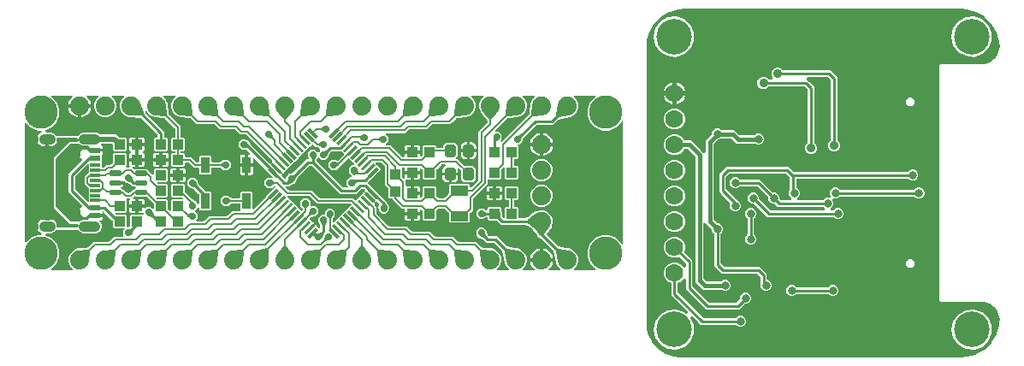
<source format=gbr>
G04 EAGLE Gerber RS-274X export*
G75*
%MOMM*%
%FSLAX34Y34*%
%LPD*%
%INTop Copper*%
%IPPOS*%
%AMOC8*
5,1,8,0,0,1.08239X$1,22.5*%
G01*
%ADD10R,0.300000X1.200000*%
%ADD11R,1.200000X0.300000*%
%ADD12R,1.000000X0.300000*%
%ADD13R,1.000000X0.600000*%
%ADD14C,1.000000*%
%ADD15R,1.100000X1.000000*%
%ADD16C,0.363000*%
%ADD17R,1.000000X1.100000*%
%ADD18C,0.550000*%
%ADD19C,1.879600*%
%ADD20R,0.900000X1.600000*%
%ADD21R,1.800000X1.000000*%
%ADD22C,1.778000*%
%ADD23C,3.516000*%
%ADD24C,0.254000*%
%ADD25C,0.706400*%
%ADD26C,0.508000*%
%ADD27C,0.152400*%
%ADD28C,0.304800*%
%ADD29C,0.330200*%
%ADD30C,0.406400*%
%ADD31C,0.806400*%
%ADD32C,0.906400*%
%ADD33C,3.302000*%
%ADD34C,0.203200*%

G36*
X631830Y-172719D02*
X631830Y-172719D01*
X631831Y-172719D01*
X631851Y-172717D01*
X631913Y-172717D01*
X636637Y-172407D01*
X636680Y-172399D01*
X636724Y-172398D01*
X636882Y-172366D01*
X646008Y-169921D01*
X646087Y-169889D01*
X646170Y-169866D01*
X646292Y-169805D01*
X646302Y-169801D01*
X646306Y-169798D01*
X646314Y-169794D01*
X654496Y-165071D01*
X654564Y-165019D01*
X654638Y-164975D01*
X654741Y-164885D01*
X654749Y-164878D01*
X654752Y-164875D01*
X654759Y-164869D01*
X661439Y-158189D01*
X661492Y-158121D01*
X661551Y-158060D01*
X661627Y-157946D01*
X661634Y-157937D01*
X661636Y-157933D01*
X661641Y-157926D01*
X666364Y-149744D01*
X666398Y-149665D01*
X666440Y-149590D01*
X666483Y-149461D01*
X666488Y-149451D01*
X666488Y-149446D01*
X666491Y-149438D01*
X668936Y-140312D01*
X668942Y-140268D01*
X668956Y-140226D01*
X668977Y-140067D01*
X669078Y-138530D01*
X669287Y-135343D01*
X669286Y-135332D01*
X669288Y-135321D01*
X669287Y-135291D01*
X669289Y-135260D01*
X669287Y-135238D01*
X669285Y-135160D01*
X669086Y-132628D01*
X669072Y-132560D01*
X669068Y-132491D01*
X669028Y-132335D01*
X667463Y-127518D01*
X667412Y-127410D01*
X667368Y-127300D01*
X667336Y-127249D01*
X667327Y-127230D01*
X667314Y-127214D01*
X667282Y-127164D01*
X664305Y-123066D01*
X664224Y-122979D01*
X664148Y-122888D01*
X664101Y-122849D01*
X664087Y-122834D01*
X664070Y-122823D01*
X664024Y-122785D01*
X659926Y-119808D01*
X659822Y-119751D01*
X659722Y-119687D01*
X659665Y-119664D01*
X659647Y-119655D01*
X659628Y-119649D01*
X659572Y-119627D01*
X654755Y-118062D01*
X654687Y-118049D01*
X654622Y-118027D01*
X654462Y-118004D01*
X651930Y-117805D01*
X651908Y-117806D01*
X651830Y-117801D01*
X610778Y-117801D01*
X609289Y-116312D01*
X609289Y115792D01*
X610778Y117281D01*
X651830Y117281D01*
X651852Y117283D01*
X651930Y117285D01*
X654462Y117484D01*
X654530Y117498D01*
X654599Y117502D01*
X654755Y117542D01*
X659572Y119107D01*
X659680Y119158D01*
X659790Y119202D01*
X659841Y119234D01*
X659860Y119243D01*
X659876Y119256D01*
X659926Y119288D01*
X664024Y122265D01*
X664111Y122346D01*
X664202Y122422D01*
X664241Y122469D01*
X664256Y122483D01*
X664267Y122500D01*
X664305Y122546D01*
X667282Y126644D01*
X667339Y126748D01*
X667403Y126848D01*
X667426Y126905D01*
X667435Y126923D01*
X667441Y126942D01*
X667463Y126998D01*
X669028Y131815D01*
X669041Y131883D01*
X669063Y131948D01*
X669086Y132108D01*
X669285Y134640D01*
X669285Y134651D01*
X669287Y134662D01*
X669287Y134823D01*
X668977Y139547D01*
X668969Y139590D01*
X668968Y139634D01*
X668936Y139792D01*
X666491Y148918D01*
X666459Y148997D01*
X666436Y149080D01*
X666375Y149202D01*
X666371Y149212D01*
X666368Y149216D01*
X666364Y149224D01*
X661641Y157406D01*
X661589Y157474D01*
X661545Y157548D01*
X661455Y157651D01*
X661448Y157659D01*
X661445Y157662D01*
X661439Y157669D01*
X654759Y164349D01*
X654691Y164402D01*
X654630Y164461D01*
X654516Y164537D01*
X654507Y164544D01*
X654503Y164546D01*
X654496Y164551D01*
X646314Y169274D01*
X646235Y169308D01*
X646160Y169350D01*
X646031Y169393D01*
X646021Y169398D01*
X646016Y169398D01*
X646008Y169401D01*
X636882Y171846D01*
X636838Y171852D01*
X636796Y171866D01*
X636637Y171887D01*
X631913Y172197D01*
X631892Y172195D01*
X631830Y172199D01*
X356830Y172199D01*
X356809Y172197D01*
X356747Y172197D01*
X352023Y171887D01*
X351980Y171879D01*
X351936Y171878D01*
X351778Y171846D01*
X342652Y169401D01*
X342573Y169369D01*
X342490Y169346D01*
X342368Y169285D01*
X342358Y169281D01*
X342354Y169278D01*
X342346Y169274D01*
X334164Y164551D01*
X334096Y164499D01*
X334022Y164455D01*
X333919Y164365D01*
X333911Y164358D01*
X333908Y164355D01*
X333901Y164349D01*
X327221Y157669D01*
X327168Y157601D01*
X327109Y157540D01*
X327033Y157426D01*
X327026Y157417D01*
X327024Y157413D01*
X327019Y157406D01*
X322296Y149224D01*
X322262Y149145D01*
X322220Y149070D01*
X322177Y148941D01*
X322172Y148931D01*
X322172Y148926D01*
X322169Y148918D01*
X320084Y141137D01*
X320072Y141052D01*
X320051Y140969D01*
X320045Y140874D01*
X320043Y140866D01*
X320044Y140857D01*
X320042Y140833D01*
X320041Y140822D01*
X320041Y140818D01*
X320041Y140809D01*
X320041Y-143387D01*
X320046Y-143430D01*
X320044Y-143474D01*
X320065Y-143633D01*
X321092Y-148826D01*
X321119Y-148908D01*
X321136Y-148992D01*
X321189Y-149118D01*
X321192Y-149128D01*
X321195Y-149132D01*
X321198Y-149140D01*
X325089Y-157052D01*
X325136Y-157123D01*
X325174Y-157200D01*
X325258Y-157309D01*
X325264Y-157318D01*
X325267Y-157321D01*
X325272Y-157328D01*
X331078Y-163963D01*
X331142Y-164020D01*
X331199Y-164084D01*
X331308Y-164167D01*
X331316Y-164174D01*
X331320Y-164176D01*
X331327Y-164182D01*
X338652Y-169088D01*
X338729Y-169127D01*
X338800Y-169174D01*
X338927Y-169226D01*
X338937Y-169231D01*
X338941Y-169232D01*
X338949Y-169235D01*
X347295Y-172078D01*
X347338Y-172087D01*
X347379Y-172104D01*
X347537Y-172135D01*
X351853Y-172708D01*
X351856Y-172708D01*
X351859Y-172709D01*
X352020Y-172719D01*
X631830Y-172719D01*
X631830Y-172719D01*
G37*
G36*
X183445Y-86348D02*
X183445Y-86348D01*
X183517Y-86346D01*
X183566Y-86328D01*
X183617Y-86320D01*
X183680Y-86286D01*
X183748Y-86261D01*
X183788Y-86229D01*
X183835Y-86204D01*
X183884Y-86152D01*
X183940Y-86108D01*
X183968Y-86064D01*
X184004Y-86026D01*
X184034Y-85961D01*
X184073Y-85901D01*
X184086Y-85850D01*
X184108Y-85803D01*
X184115Y-85732D01*
X184133Y-85662D01*
X184129Y-85610D01*
X184135Y-85559D01*
X184119Y-85488D01*
X184114Y-85417D01*
X184093Y-85369D01*
X184082Y-85318D01*
X184046Y-85257D01*
X184017Y-85191D01*
X183973Y-85135D01*
X183956Y-85107D01*
X183938Y-85092D01*
X183913Y-85060D01*
X181240Y-82387D01*
X180698Y-81078D01*
X180691Y-81066D01*
X180687Y-81053D01*
X180626Y-80962D01*
X180568Y-80869D01*
X180558Y-80860D01*
X180550Y-80849D01*
X180423Y-80740D01*
X179625Y-80197D01*
X179215Y-78042D01*
X178858Y-76166D01*
X177594Y-69521D01*
X177569Y-69454D01*
X177554Y-69384D01*
X177520Y-69321D01*
X177509Y-69290D01*
X177495Y-69272D01*
X177475Y-69235D01*
X177033Y-68585D01*
X177146Y-67988D01*
X177147Y-67948D01*
X177157Y-67910D01*
X177151Y-67826D01*
X177153Y-67742D01*
X177141Y-67704D01*
X177138Y-67665D01*
X177105Y-67588D01*
X177080Y-67507D01*
X177057Y-67475D01*
X177042Y-67439D01*
X176937Y-67308D01*
X176937Y-67307D01*
X169035Y-59406D01*
X168961Y-59353D01*
X168892Y-59293D01*
X168861Y-59281D01*
X168835Y-59262D01*
X168748Y-59235D01*
X168663Y-59201D01*
X168622Y-59197D01*
X168600Y-59190D01*
X168568Y-59191D01*
X168497Y-59183D01*
X161192Y-59183D01*
X159034Y-57025D01*
X158247Y-56238D01*
X157831Y-55822D01*
X157738Y-55755D01*
X157644Y-55685D01*
X157636Y-55682D01*
X157632Y-55679D01*
X157612Y-55673D01*
X157488Y-55624D01*
X153464Y-54560D01*
X152646Y-53153D01*
X152637Y-53142D01*
X152631Y-53128D01*
X152526Y-52998D01*
X151153Y-51625D01*
X151153Y-47435D01*
X154115Y-44473D01*
X158305Y-44473D01*
X159678Y-45846D01*
X159689Y-45855D01*
X159698Y-45866D01*
X159833Y-45966D01*
X161240Y-46784D01*
X162304Y-50808D01*
X162320Y-50842D01*
X162324Y-50860D01*
X162340Y-50888D01*
X162352Y-50914D01*
X162397Y-51020D01*
X162403Y-51027D01*
X162405Y-51032D01*
X162419Y-51047D01*
X162502Y-51151D01*
X162918Y-51567D01*
X163705Y-52354D01*
X163779Y-52407D01*
X163848Y-52467D01*
X163879Y-52479D01*
X163905Y-52498D01*
X163992Y-52525D01*
X164077Y-52559D01*
X164118Y-52563D01*
X164140Y-52570D01*
X164172Y-52569D01*
X164243Y-52577D01*
X171548Y-52577D01*
X181608Y-62637D01*
X181640Y-62660D01*
X181666Y-62690D01*
X181739Y-62731D01*
X181807Y-62780D01*
X181845Y-62792D01*
X181880Y-62812D01*
X181962Y-62828D01*
X182042Y-62853D01*
X182082Y-62852D01*
X182121Y-62859D01*
X182288Y-62846D01*
X182885Y-62733D01*
X183535Y-63175D01*
X183601Y-63206D01*
X183661Y-63244D01*
X183729Y-63265D01*
X183759Y-63279D01*
X183782Y-63282D01*
X183821Y-63294D01*
X190466Y-64558D01*
X192342Y-64915D01*
X194497Y-65325D01*
X195040Y-66123D01*
X195049Y-66133D01*
X195055Y-66145D01*
X195134Y-66222D01*
X195209Y-66301D01*
X195221Y-66307D01*
X195231Y-66317D01*
X195378Y-66398D01*
X196687Y-66940D01*
X199760Y-70013D01*
X201423Y-74027D01*
X201423Y-78373D01*
X199760Y-82387D01*
X197087Y-85060D01*
X197045Y-85118D01*
X196996Y-85170D01*
X196974Y-85217D01*
X196944Y-85259D01*
X196923Y-85328D01*
X196892Y-85393D01*
X196887Y-85445D01*
X196871Y-85495D01*
X196873Y-85566D01*
X196865Y-85637D01*
X196876Y-85688D01*
X196878Y-85740D01*
X196902Y-85808D01*
X196918Y-85878D01*
X196944Y-85923D01*
X196962Y-85971D01*
X197007Y-86027D01*
X197044Y-86089D01*
X197083Y-86123D01*
X197116Y-86163D01*
X197176Y-86202D01*
X197231Y-86249D01*
X197279Y-86268D01*
X197323Y-86296D01*
X197392Y-86314D01*
X197459Y-86341D01*
X197530Y-86349D01*
X197561Y-86357D01*
X197585Y-86355D01*
X197626Y-86359D01*
X208093Y-86359D01*
X208101Y-86358D01*
X208109Y-86359D01*
X208223Y-86338D01*
X208336Y-86320D01*
X208343Y-86316D01*
X208351Y-86314D01*
X208452Y-86258D01*
X208553Y-86204D01*
X208559Y-86199D01*
X208566Y-86195D01*
X208643Y-86109D01*
X208723Y-86026D01*
X208726Y-86019D01*
X208731Y-86013D01*
X208778Y-85908D01*
X208826Y-85803D01*
X208827Y-85795D01*
X208830Y-85788D01*
X208841Y-85672D01*
X208853Y-85559D01*
X208852Y-85551D01*
X208852Y-85543D01*
X208825Y-85431D01*
X208801Y-85318D01*
X208797Y-85311D01*
X208795Y-85304D01*
X208734Y-85206D01*
X208675Y-85107D01*
X208669Y-85102D01*
X208664Y-85095D01*
X208540Y-84982D01*
X208453Y-84919D01*
X207181Y-83647D01*
X206124Y-82191D01*
X205307Y-80588D01*
X204751Y-78877D01*
X204568Y-77723D01*
X215138Y-77723D01*
X215158Y-77720D01*
X215177Y-77722D01*
X215279Y-77700D01*
X215381Y-77683D01*
X215398Y-77674D01*
X215418Y-77670D01*
X215507Y-77617D01*
X215598Y-77568D01*
X215612Y-77554D01*
X215629Y-77544D01*
X215696Y-77465D01*
X215767Y-77390D01*
X215776Y-77372D01*
X215789Y-77357D01*
X215827Y-77261D01*
X215871Y-77167D01*
X215873Y-77147D01*
X215881Y-77129D01*
X215899Y-76962D01*
X215899Y-76199D01*
X215901Y-76199D01*
X215901Y-76962D01*
X215904Y-76982D01*
X215902Y-77001D01*
X215924Y-77103D01*
X215941Y-77205D01*
X215950Y-77222D01*
X215954Y-77242D01*
X216007Y-77331D01*
X216056Y-77422D01*
X216070Y-77436D01*
X216080Y-77453D01*
X216159Y-77520D01*
X216234Y-77591D01*
X216252Y-77600D01*
X216267Y-77613D01*
X216363Y-77652D01*
X216457Y-77695D01*
X216477Y-77697D01*
X216495Y-77705D01*
X216662Y-77723D01*
X227232Y-77723D01*
X227049Y-78877D01*
X226493Y-80588D01*
X225676Y-82191D01*
X224619Y-83647D01*
X223347Y-84919D01*
X223260Y-84982D01*
X223254Y-84988D01*
X223247Y-84992D01*
X223168Y-85075D01*
X223087Y-85157D01*
X223083Y-85164D01*
X223077Y-85170D01*
X223029Y-85275D01*
X222978Y-85378D01*
X222977Y-85386D01*
X222974Y-85393D01*
X222961Y-85508D01*
X222946Y-85622D01*
X222948Y-85630D01*
X222947Y-85637D01*
X222971Y-85750D01*
X222993Y-85863D01*
X222997Y-85870D01*
X222999Y-85878D01*
X223058Y-85976D01*
X223115Y-86077D01*
X223121Y-86082D01*
X223125Y-86089D01*
X223213Y-86164D01*
X223299Y-86240D01*
X223306Y-86244D01*
X223312Y-86249D01*
X223420Y-86292D01*
X223525Y-86337D01*
X223533Y-86338D01*
X223540Y-86341D01*
X223707Y-86359D01*
X234174Y-86359D01*
X234245Y-86348D01*
X234317Y-86346D01*
X234366Y-86328D01*
X234417Y-86320D01*
X234480Y-86286D01*
X234548Y-86261D01*
X234588Y-86229D01*
X234635Y-86204D01*
X234684Y-86152D01*
X234740Y-86108D01*
X234768Y-86064D01*
X234804Y-86026D01*
X234834Y-85961D01*
X234873Y-85901D01*
X234886Y-85850D01*
X234908Y-85803D01*
X234915Y-85732D01*
X234933Y-85662D01*
X234929Y-85610D01*
X234935Y-85559D01*
X234919Y-85488D01*
X234914Y-85417D01*
X234893Y-85369D01*
X234882Y-85318D01*
X234846Y-85257D01*
X234817Y-85191D01*
X234773Y-85135D01*
X234756Y-85107D01*
X234738Y-85092D01*
X234713Y-85060D01*
X232040Y-82387D01*
X231498Y-81078D01*
X231491Y-81066D01*
X231487Y-81053D01*
X231426Y-80962D01*
X231368Y-80869D01*
X231358Y-80860D01*
X231350Y-80849D01*
X231223Y-80740D01*
X230425Y-80197D01*
X230015Y-78042D01*
X229658Y-76166D01*
X228394Y-69521D01*
X228369Y-69454D01*
X228354Y-69384D01*
X228320Y-69321D01*
X228309Y-69290D01*
X228295Y-69272D01*
X228275Y-69235D01*
X227833Y-68585D01*
X227946Y-67988D01*
X227947Y-67948D01*
X227957Y-67910D01*
X227951Y-67826D01*
X227953Y-67742D01*
X227941Y-67704D01*
X227938Y-67665D01*
X227905Y-67588D01*
X227880Y-67507D01*
X227857Y-67475D01*
X227842Y-67439D01*
X227737Y-67308D01*
X215745Y-55315D01*
X215712Y-55292D01*
X215686Y-55263D01*
X215613Y-55221D01*
X215545Y-55172D01*
X215507Y-55160D01*
X215473Y-55140D01*
X215390Y-55124D01*
X215310Y-55099D01*
X215270Y-55100D01*
X215231Y-55093D01*
X215064Y-55106D01*
X214894Y-55138D01*
X214243Y-54696D01*
X214178Y-54665D01*
X214118Y-54627D01*
X214050Y-54606D01*
X214020Y-54592D01*
X213997Y-54589D01*
X213957Y-54577D01*
X213185Y-54430D01*
X212690Y-53703D01*
X212649Y-53660D01*
X212616Y-53611D01*
X212543Y-53548D01*
X212521Y-53525D01*
X212507Y-53518D01*
X212489Y-53502D01*
X211762Y-53007D01*
X211615Y-52235D01*
X211590Y-52167D01*
X211575Y-52097D01*
X211541Y-52034D01*
X211530Y-52003D01*
X211516Y-51985D01*
X211496Y-51949D01*
X207754Y-46447D01*
X207713Y-46404D01*
X207680Y-46355D01*
X207606Y-46292D01*
X207584Y-46269D01*
X207571Y-46262D01*
X207553Y-46246D01*
X202051Y-42504D01*
X201986Y-42473D01*
X201926Y-42434D01*
X201858Y-42414D01*
X201828Y-42400D01*
X201805Y-42397D01*
X201765Y-42385D01*
X200993Y-42238D01*
X200651Y-41736D01*
X200633Y-41717D01*
X200632Y-41716D01*
X200630Y-41714D01*
X200624Y-41707D01*
X200603Y-41673D01*
X200539Y-41618D01*
X200482Y-41557D01*
X200447Y-41539D01*
X200416Y-41513D01*
X200338Y-41482D01*
X200264Y-41442D01*
X200225Y-41436D01*
X200188Y-41421D01*
X200021Y-41403D01*
X194815Y-41403D01*
X194725Y-41417D01*
X194634Y-41425D01*
X194604Y-41437D01*
X194572Y-41442D01*
X194491Y-41485D01*
X194407Y-41521D01*
X194375Y-41547D01*
X194355Y-41558D01*
X194336Y-41577D01*
X175726Y-41577D01*
X172083Y-37933D01*
X172035Y-37899D01*
X171994Y-37857D01*
X171936Y-37828D01*
X171883Y-37790D01*
X171827Y-37773D01*
X171774Y-37746D01*
X171737Y-37739D01*
X171347Y-37276D01*
X171347Y-37275D01*
X171259Y-37200D01*
X171161Y-37116D01*
X171160Y-37116D01*
X171160Y-37115D01*
X171036Y-37065D01*
X170933Y-37023D01*
X170932Y-37023D01*
X170931Y-37023D01*
X170765Y-37005D01*
X163168Y-37005D01*
X162275Y-36112D01*
X162275Y-34714D01*
X162260Y-34618D01*
X162251Y-34522D01*
X162240Y-34497D01*
X162236Y-34471D01*
X162190Y-34386D01*
X162151Y-34297D01*
X162133Y-34277D01*
X162120Y-34253D01*
X162050Y-34187D01*
X161985Y-34116D01*
X161962Y-34103D01*
X161942Y-34084D01*
X161855Y-34043D01*
X161770Y-33997D01*
X161743Y-33992D01*
X161719Y-33980D01*
X161623Y-33970D01*
X161528Y-33952D01*
X161501Y-33956D01*
X161475Y-33953D01*
X161380Y-33974D01*
X161285Y-33988D01*
X161254Y-34001D01*
X161234Y-34006D01*
X161206Y-34023D01*
X161131Y-34055D01*
X159197Y-35180D01*
X157825Y-35978D01*
X157285Y-35836D01*
X156252Y-35562D01*
X156238Y-35561D01*
X156224Y-35555D01*
X156057Y-35537D01*
X154115Y-35537D01*
X151153Y-32575D01*
X151153Y-28385D01*
X154115Y-25423D01*
X156057Y-25423D01*
X156071Y-25421D01*
X156086Y-25423D01*
X156252Y-25398D01*
X157825Y-24982D01*
X161131Y-26905D01*
X161222Y-26939D01*
X161309Y-26980D01*
X161336Y-26983D01*
X161361Y-26992D01*
X161458Y-26996D01*
X161553Y-27007D01*
X161580Y-27001D01*
X161607Y-27002D01*
X161699Y-26975D01*
X161794Y-26954D01*
X161817Y-26940D01*
X161843Y-26933D01*
X161922Y-26878D01*
X162005Y-26828D01*
X162023Y-26808D01*
X162045Y-26792D01*
X162102Y-26715D01*
X162165Y-26641D01*
X162175Y-26616D01*
X162191Y-26594D01*
X162221Y-26503D01*
X162257Y-26413D01*
X162261Y-26379D01*
X162267Y-26360D01*
X162266Y-26328D01*
X162275Y-26246D01*
X162275Y-24848D01*
X163168Y-23955D01*
X175432Y-23955D01*
X176325Y-24848D01*
X176325Y-27888D01*
X176339Y-27978D01*
X176347Y-28069D01*
X176359Y-28099D01*
X176364Y-28131D01*
X176407Y-28212D01*
X176443Y-28295D01*
X176469Y-28328D01*
X176480Y-28348D01*
X176503Y-28370D01*
X176507Y-28375D01*
X176507Y-28598D01*
X176516Y-28656D01*
X176516Y-28715D01*
X176536Y-28777D01*
X176546Y-28841D01*
X176574Y-28893D01*
X176592Y-28949D01*
X176647Y-29030D01*
X176662Y-29058D01*
X176672Y-29068D01*
X176686Y-29088D01*
X177112Y-29594D01*
X177080Y-29962D01*
X176823Y-32949D01*
X176823Y-32950D01*
X176834Y-33090D01*
X176842Y-33194D01*
X176842Y-33195D01*
X176899Y-33330D01*
X176938Y-33420D01*
X176938Y-33421D01*
X177043Y-33552D01*
X177976Y-34485D01*
X178034Y-34527D01*
X178086Y-34576D01*
X178133Y-34598D01*
X178175Y-34629D01*
X178244Y-34650D01*
X178309Y-34680D01*
X178361Y-34686D01*
X178411Y-34701D01*
X178482Y-34699D01*
X178553Y-34707D01*
X178604Y-34696D01*
X178656Y-34695D01*
X178724Y-34670D01*
X178794Y-34655D01*
X178839Y-34628D01*
X178887Y-34610D01*
X178943Y-34565D01*
X179005Y-34528D01*
X179039Y-34489D01*
X179079Y-34456D01*
X179118Y-34396D01*
X179165Y-34342D01*
X179184Y-34293D01*
X179212Y-34249D01*
X179230Y-34180D01*
X179257Y-34113D01*
X179265Y-34042D01*
X179273Y-34011D01*
X179271Y-33988D01*
X179275Y-33947D01*
X179275Y-24848D01*
X180168Y-23955D01*
X182744Y-23955D01*
X182764Y-23952D01*
X182783Y-23954D01*
X182885Y-23932D01*
X182987Y-23916D01*
X183004Y-23906D01*
X183024Y-23902D01*
X183113Y-23849D01*
X183204Y-23800D01*
X183218Y-23786D01*
X183235Y-23776D01*
X183302Y-23697D01*
X183374Y-23622D01*
X183382Y-23604D01*
X183395Y-23589D01*
X183434Y-23493D01*
X183477Y-23399D01*
X183479Y-23379D01*
X183487Y-23361D01*
X183505Y-23194D01*
X183505Y-17446D01*
X183502Y-17426D01*
X183504Y-17407D01*
X183482Y-17305D01*
X183466Y-17203D01*
X183456Y-17186D01*
X183452Y-17166D01*
X183399Y-17077D01*
X183350Y-16986D01*
X183336Y-16972D01*
X183326Y-16955D01*
X183247Y-16888D01*
X183172Y-16816D01*
X183154Y-16808D01*
X183139Y-16795D01*
X183043Y-16756D01*
X182949Y-16713D01*
X182929Y-16711D01*
X182911Y-16703D01*
X182744Y-16685D01*
X180168Y-16685D01*
X179275Y-15792D01*
X179275Y-4528D01*
X180168Y-3635D01*
X192432Y-3635D01*
X193325Y-4528D01*
X193325Y-15792D01*
X192432Y-16685D01*
X189856Y-16685D01*
X189836Y-16688D01*
X189817Y-16686D01*
X189715Y-16708D01*
X189613Y-16724D01*
X189596Y-16734D01*
X189576Y-16738D01*
X189487Y-16791D01*
X189396Y-16840D01*
X189382Y-16854D01*
X189365Y-16864D01*
X189298Y-16943D01*
X189226Y-17018D01*
X189218Y-17036D01*
X189205Y-17051D01*
X189166Y-17147D01*
X189123Y-17241D01*
X189121Y-17261D01*
X189113Y-17279D01*
X189095Y-17446D01*
X189095Y-23194D01*
X189097Y-23206D01*
X189096Y-23215D01*
X189097Y-23221D01*
X189096Y-23233D01*
X189118Y-23335D01*
X189134Y-23437D01*
X189144Y-23454D01*
X189148Y-23474D01*
X189201Y-23563D01*
X189250Y-23654D01*
X189264Y-23668D01*
X189274Y-23685D01*
X189353Y-23752D01*
X189428Y-23824D01*
X189446Y-23832D01*
X189461Y-23845D01*
X189557Y-23884D01*
X189651Y-23927D01*
X189671Y-23929D01*
X189689Y-23937D01*
X189856Y-23955D01*
X192432Y-23955D01*
X193325Y-24848D01*
X193325Y-34036D01*
X193328Y-34056D01*
X193326Y-34075D01*
X193348Y-34177D01*
X193364Y-34279D01*
X193374Y-34296D01*
X193378Y-34316D01*
X193431Y-34405D01*
X193480Y-34496D01*
X193494Y-34510D01*
X193504Y-34527D01*
X193583Y-34594D01*
X193658Y-34666D01*
X193676Y-34674D01*
X193691Y-34687D01*
X193787Y-34726D01*
X193881Y-34769D01*
X193901Y-34771D01*
X193919Y-34779D01*
X194086Y-34797D01*
X200021Y-34797D01*
X200060Y-34791D01*
X200100Y-34793D01*
X200181Y-34771D01*
X200264Y-34758D01*
X200299Y-34739D01*
X200337Y-34729D01*
X200407Y-34682D01*
X200482Y-34642D01*
X200509Y-34614D01*
X200542Y-34592D01*
X200651Y-34464D01*
X200789Y-34261D01*
X200993Y-33962D01*
X201766Y-33815D01*
X201811Y-33798D01*
X201841Y-33793D01*
X201856Y-33785D01*
X201903Y-33775D01*
X201966Y-33741D01*
X201997Y-33730D01*
X202015Y-33716D01*
X202051Y-33696D01*
X207817Y-29774D01*
X211036Y-27584D01*
X211985Y-27764D01*
X211998Y-27764D01*
X212011Y-27769D01*
X212121Y-27768D01*
X212230Y-27770D01*
X212243Y-27766D01*
X212257Y-27766D01*
X212418Y-27720D01*
X213727Y-27177D01*
X218073Y-27177D01*
X222087Y-28840D01*
X225160Y-31913D01*
X226823Y-35927D01*
X226823Y-40273D01*
X226280Y-41582D01*
X226277Y-41595D01*
X226271Y-41607D01*
X226249Y-41714D01*
X226224Y-41821D01*
X226226Y-41835D01*
X226223Y-41848D01*
X226236Y-42015D01*
X226416Y-42964D01*
X226187Y-43301D01*
X225857Y-43786D01*
X221231Y-50585D01*
X221201Y-50650D01*
X221162Y-50711D01*
X221149Y-50761D01*
X221128Y-50808D01*
X221120Y-50880D01*
X221102Y-50949D01*
X221106Y-51001D01*
X221100Y-51053D01*
X221116Y-51123D01*
X221121Y-51194D01*
X221142Y-51242D01*
X221153Y-51293D01*
X221190Y-51355D01*
X221218Y-51421D01*
X221262Y-51476D01*
X221279Y-51504D01*
X221297Y-51519D01*
X221322Y-51552D01*
X232408Y-62637D01*
X232440Y-62660D01*
X232466Y-62690D01*
X232539Y-62731D01*
X232607Y-62780D01*
X232645Y-62792D01*
X232680Y-62812D01*
X232762Y-62828D01*
X232842Y-62853D01*
X232882Y-62852D01*
X232921Y-62859D01*
X233088Y-62846D01*
X233685Y-62733D01*
X234335Y-63175D01*
X234401Y-63206D01*
X234461Y-63244D01*
X234529Y-63265D01*
X234559Y-63279D01*
X234582Y-63282D01*
X234621Y-63294D01*
X241266Y-64558D01*
X243142Y-64915D01*
X245297Y-65325D01*
X245840Y-66123D01*
X245849Y-66133D01*
X245855Y-66145D01*
X245934Y-66222D01*
X246009Y-66301D01*
X246021Y-66307D01*
X246031Y-66317D01*
X246178Y-66398D01*
X247487Y-66940D01*
X250560Y-70013D01*
X252223Y-74027D01*
X252223Y-78373D01*
X250560Y-82387D01*
X247887Y-85060D01*
X247845Y-85118D01*
X247796Y-85170D01*
X247774Y-85217D01*
X247744Y-85259D01*
X247723Y-85328D01*
X247692Y-85393D01*
X247687Y-85445D01*
X247671Y-85495D01*
X247673Y-85566D01*
X247665Y-85637D01*
X247676Y-85688D01*
X247678Y-85740D01*
X247702Y-85808D01*
X247718Y-85878D01*
X247744Y-85923D01*
X247762Y-85971D01*
X247807Y-86027D01*
X247844Y-86089D01*
X247883Y-86123D01*
X247916Y-86163D01*
X247976Y-86202D01*
X248031Y-86249D01*
X248079Y-86268D01*
X248123Y-86296D01*
X248192Y-86314D01*
X248259Y-86341D01*
X248330Y-86349D01*
X248361Y-86357D01*
X248385Y-86355D01*
X248426Y-86359D01*
X268567Y-86359D01*
X268637Y-86348D01*
X268709Y-86346D01*
X268758Y-86328D01*
X268809Y-86320D01*
X268873Y-86286D01*
X268940Y-86261D01*
X268981Y-86229D01*
X269027Y-86204D01*
X269076Y-86152D01*
X269132Y-86108D01*
X269160Y-86064D01*
X269196Y-86026D01*
X269226Y-85961D01*
X269265Y-85901D01*
X269278Y-85850D01*
X269300Y-85803D01*
X269308Y-85732D01*
X269325Y-85662D01*
X269321Y-85610D01*
X269327Y-85559D01*
X269311Y-85488D01*
X269306Y-85417D01*
X269286Y-85369D01*
X269274Y-85318D01*
X269238Y-85257D01*
X269210Y-85191D01*
X269165Y-85135D01*
X269148Y-85107D01*
X269131Y-85092D01*
X269105Y-85060D01*
X264111Y-80066D01*
X261365Y-73437D01*
X261365Y-66263D01*
X264111Y-59634D01*
X269184Y-54561D01*
X275813Y-51815D01*
X282987Y-51815D01*
X289616Y-54561D01*
X294689Y-59634D01*
X295207Y-60884D01*
X295258Y-60967D01*
X295304Y-61053D01*
X295323Y-61071D01*
X295336Y-61093D01*
X295411Y-61155D01*
X295482Y-61222D01*
X295506Y-61233D01*
X295526Y-61250D01*
X295617Y-61285D01*
X295705Y-61326D01*
X295731Y-61328D01*
X295755Y-61338D01*
X295853Y-61342D01*
X295949Y-61353D01*
X295975Y-61347D01*
X296001Y-61348D01*
X296095Y-61321D01*
X296190Y-61300D01*
X296212Y-61287D01*
X296237Y-61280D01*
X296317Y-61224D01*
X296401Y-61174D01*
X296418Y-61154D01*
X296439Y-61139D01*
X296498Y-61061D01*
X296561Y-60987D01*
X296571Y-60963D01*
X296586Y-60942D01*
X296616Y-60850D01*
X296653Y-60759D01*
X296656Y-60727D01*
X296662Y-60708D01*
X296662Y-60675D01*
X296671Y-60592D01*
X296671Y60592D01*
X296670Y60600D01*
X296670Y60601D01*
X296668Y60610D01*
X296656Y60689D01*
X296646Y60785D01*
X296636Y60809D01*
X296632Y60835D01*
X296586Y60921D01*
X296546Y61010D01*
X296529Y61029D01*
X296516Y61053D01*
X296446Y61119D01*
X296380Y61191D01*
X296357Y61204D01*
X296338Y61222D01*
X296250Y61263D01*
X296164Y61310D01*
X296139Y61315D01*
X296115Y61326D01*
X296018Y61336D01*
X295922Y61354D01*
X295896Y61350D01*
X295871Y61353D01*
X295775Y61332D01*
X295679Y61318D01*
X295656Y61306D01*
X295630Y61300D01*
X295547Y61250D01*
X295460Y61206D01*
X295441Y61188D01*
X295419Y61174D01*
X295356Y61100D01*
X295288Y61031D01*
X295272Y61002D01*
X295259Y60987D01*
X295247Y60957D01*
X295207Y60884D01*
X294689Y59634D01*
X289616Y54561D01*
X282987Y51815D01*
X275813Y51815D01*
X269184Y54561D01*
X264111Y59634D01*
X261365Y66263D01*
X261365Y73437D01*
X264111Y80066D01*
X269105Y85060D01*
X269147Y85118D01*
X269196Y85170D01*
X269218Y85217D01*
X269248Y85259D01*
X269269Y85328D01*
X269300Y85393D01*
X269305Y85445D01*
X269321Y85495D01*
X269319Y85566D01*
X269327Y85637D01*
X269316Y85688D01*
X269314Y85740D01*
X269290Y85808D01*
X269274Y85878D01*
X269248Y85923D01*
X269230Y85971D01*
X269185Y86027D01*
X269148Y86089D01*
X269109Y86123D01*
X269076Y86163D01*
X269016Y86202D01*
X268961Y86249D01*
X268913Y86268D01*
X268869Y86296D01*
X268800Y86314D01*
X268733Y86341D01*
X268662Y86349D01*
X268631Y86357D01*
X268607Y86355D01*
X268567Y86359D01*
X248426Y86359D01*
X248355Y86348D01*
X248283Y86346D01*
X248234Y86328D01*
X248183Y86320D01*
X248120Y86286D01*
X248052Y86261D01*
X248012Y86229D01*
X247965Y86204D01*
X247916Y86152D01*
X247860Y86108D01*
X247832Y86064D01*
X247796Y86026D01*
X247766Y85961D01*
X247727Y85901D01*
X247714Y85850D01*
X247692Y85803D01*
X247685Y85732D01*
X247667Y85662D01*
X247671Y85610D01*
X247665Y85559D01*
X247681Y85488D01*
X247686Y85417D01*
X247707Y85369D01*
X247718Y85318D01*
X247754Y85257D01*
X247783Y85191D01*
X247827Y85135D01*
X247844Y85107D01*
X247862Y85092D01*
X247887Y85060D01*
X250560Y82387D01*
X252223Y78373D01*
X252223Y74027D01*
X250560Y70013D01*
X247487Y66940D01*
X246178Y66398D01*
X246166Y66391D01*
X246153Y66387D01*
X246062Y66326D01*
X245969Y66268D01*
X245960Y66258D01*
X245949Y66250D01*
X245840Y66123D01*
X245455Y65558D01*
X245455Y65557D01*
X245297Y65325D01*
X243142Y64915D01*
X241266Y64558D01*
X234621Y63294D01*
X234554Y63269D01*
X234484Y63254D01*
X234421Y63220D01*
X234390Y63209D01*
X234372Y63195D01*
X234335Y63175D01*
X233685Y62733D01*
X233088Y62846D01*
X233048Y62847D01*
X233010Y62857D01*
X232926Y62851D01*
X232842Y62853D01*
X232804Y62841D01*
X232765Y62838D01*
X232690Y62806D01*
X232689Y62806D01*
X232687Y62805D01*
X232607Y62780D01*
X232575Y62757D01*
X232538Y62742D01*
X232482Y62696D01*
X232472Y62691D01*
X232461Y62679D01*
X232408Y62637D01*
X229586Y59815D01*
X227428Y57657D01*
X211233Y57657D01*
X211143Y57643D01*
X211052Y57635D01*
X211023Y57623D01*
X210991Y57618D01*
X210910Y57575D01*
X210826Y57539D01*
X210794Y57513D01*
X210773Y57502D01*
X210751Y57479D01*
X210695Y57434D01*
X198062Y44801D01*
X197995Y44708D01*
X197925Y44614D01*
X197922Y44606D01*
X197919Y44602D01*
X197913Y44583D01*
X197864Y44458D01*
X196800Y40434D01*
X195393Y39616D01*
X195382Y39607D01*
X195369Y39601D01*
X195238Y39496D01*
X193865Y38123D01*
X193151Y38123D01*
X193080Y38112D01*
X193008Y38110D01*
X192959Y38092D01*
X192908Y38084D01*
X192845Y38050D01*
X192777Y38025D01*
X192737Y37993D01*
X192691Y37968D01*
X192641Y37916D01*
X192585Y37872D01*
X192557Y37828D01*
X192521Y37790D01*
X192491Y37725D01*
X192452Y37665D01*
X192440Y37614D01*
X192418Y37567D01*
X192410Y37496D01*
X192392Y37426D01*
X192396Y37374D01*
X192391Y37323D01*
X192406Y37252D01*
X192411Y37181D01*
X192432Y37133D01*
X192443Y37082D01*
X192480Y37021D01*
X192508Y36955D01*
X192553Y36899D01*
X192569Y36871D01*
X192587Y36856D01*
X192613Y36824D01*
X193325Y36112D01*
X193325Y24848D01*
X192432Y23955D01*
X189856Y23955D01*
X189836Y23952D01*
X189817Y23954D01*
X189715Y23932D01*
X189613Y23916D01*
X189596Y23906D01*
X189576Y23902D01*
X189487Y23849D01*
X189396Y23800D01*
X189382Y23786D01*
X189365Y23776D01*
X189298Y23697D01*
X189226Y23622D01*
X189218Y23604D01*
X189205Y23589D01*
X189166Y23493D01*
X189123Y23399D01*
X189121Y23379D01*
X189113Y23361D01*
X189095Y23194D01*
X189095Y17446D01*
X189098Y17426D01*
X189096Y17407D01*
X189118Y17305D01*
X189134Y17203D01*
X189144Y17186D01*
X189148Y17166D01*
X189201Y17077D01*
X189250Y16986D01*
X189264Y16972D01*
X189274Y16955D01*
X189353Y16888D01*
X189428Y16816D01*
X189446Y16808D01*
X189461Y16795D01*
X189557Y16756D01*
X189651Y16713D01*
X189671Y16711D01*
X189689Y16703D01*
X189856Y16685D01*
X192432Y16685D01*
X193325Y15792D01*
X193325Y4528D01*
X192432Y3635D01*
X180168Y3635D01*
X179275Y4528D01*
X179275Y14345D01*
X179264Y14416D01*
X179262Y14488D01*
X179244Y14537D01*
X179236Y14588D01*
X179202Y14651D01*
X179177Y14719D01*
X179145Y14759D01*
X179120Y14805D01*
X179069Y14855D01*
X179024Y14911D01*
X178980Y14939D01*
X178942Y14975D01*
X178877Y15005D01*
X178817Y15044D01*
X178766Y15056D01*
X178719Y15078D01*
X178648Y15086D01*
X178578Y15104D01*
X178526Y15100D01*
X178475Y15105D01*
X178404Y15090D01*
X178333Y15085D01*
X178285Y15064D01*
X178234Y15053D01*
X178173Y15016D01*
X178107Y14988D01*
X178051Y14943D01*
X178023Y14927D01*
X178008Y14909D01*
X177976Y14883D01*
X176548Y13455D01*
X176495Y13381D01*
X176435Y13312D01*
X176423Y13282D01*
X176404Y13256D01*
X176377Y13169D01*
X176343Y13084D01*
X176339Y13043D01*
X176332Y13021D01*
X176333Y12988D01*
X176325Y12917D01*
X176325Y4528D01*
X175432Y3635D01*
X163576Y3635D01*
X163556Y3632D01*
X163537Y3634D01*
X163435Y3612D01*
X163333Y3596D01*
X163316Y3586D01*
X163296Y3582D01*
X163207Y3529D01*
X163116Y3480D01*
X163102Y3466D01*
X163085Y3456D01*
X163018Y3377D01*
X162946Y3302D01*
X162938Y3284D01*
X162925Y3269D01*
X162886Y3173D01*
X162843Y3079D01*
X162841Y3059D01*
X162833Y3041D01*
X162815Y2874D01*
X162815Y-1158D01*
X161641Y-2331D01*
X161627Y-2351D01*
X161609Y-2366D01*
X161556Y-2450D01*
X161498Y-2531D01*
X161491Y-2554D01*
X161478Y-2574D01*
X161455Y-2671D01*
X161425Y-2766D01*
X161426Y-2789D01*
X161375Y-2790D01*
X161352Y-2798D01*
X161328Y-2800D01*
X161237Y-2839D01*
X161143Y-2872D01*
X161124Y-2887D01*
X161101Y-2897D01*
X160971Y-3002D01*
X160954Y-3018D01*
X148433Y-15540D01*
X148380Y-15614D01*
X148320Y-15683D01*
X148308Y-15713D01*
X148289Y-15739D01*
X148262Y-15826D01*
X148228Y-15911D01*
X148224Y-15952D01*
X148217Y-15974D01*
X148218Y-16007D01*
X148210Y-16078D01*
X148210Y-26993D01*
X145368Y-29835D01*
X145315Y-29909D01*
X145255Y-29978D01*
X145243Y-30008D01*
X145224Y-30034D01*
X145197Y-30121D01*
X145163Y-30206D01*
X145159Y-30247D01*
X145152Y-30269D01*
X145153Y-30302D01*
X145145Y-30373D01*
X145145Y-38452D01*
X144252Y-39345D01*
X124988Y-39345D01*
X124095Y-38452D01*
X124095Y-30373D01*
X124081Y-30283D01*
X124073Y-30192D01*
X124061Y-30162D01*
X124056Y-30130D01*
X124013Y-30049D01*
X123977Y-29966D01*
X123951Y-29933D01*
X123940Y-29913D01*
X123917Y-29891D01*
X123872Y-29835D01*
X119915Y-25878D01*
X119841Y-25825D01*
X119772Y-25765D01*
X119742Y-25753D01*
X119716Y-25734D01*
X119629Y-25707D01*
X119544Y-25673D01*
X119503Y-25669D01*
X119481Y-25662D01*
X119448Y-25663D01*
X119377Y-25655D01*
X114113Y-25655D01*
X114023Y-25669D01*
X113932Y-25677D01*
X113902Y-25689D01*
X113870Y-25694D01*
X113789Y-25737D01*
X113706Y-25773D01*
X113673Y-25799D01*
X113653Y-25810D01*
X113631Y-25833D01*
X113575Y-25878D01*
X112268Y-27185D01*
X112215Y-27259D01*
X112155Y-27328D01*
X112143Y-27358D01*
X112124Y-27384D01*
X112097Y-27471D01*
X112063Y-27556D01*
X112059Y-27597D01*
X112052Y-27619D01*
X112053Y-27652D01*
X112045Y-27723D01*
X112045Y-36112D01*
X111152Y-37005D01*
X98888Y-37005D01*
X97995Y-36112D01*
X97995Y-27723D01*
X97993Y-27711D01*
X97994Y-27704D01*
X97986Y-27664D01*
X97981Y-27633D01*
X97973Y-27542D01*
X97961Y-27512D01*
X97956Y-27480D01*
X97913Y-27400D01*
X97877Y-27316D01*
X97851Y-27283D01*
X97840Y-27263D01*
X97817Y-27241D01*
X97772Y-27185D01*
X96852Y-26265D01*
X96794Y-26223D01*
X96742Y-26173D01*
X96695Y-26151D01*
X96653Y-26121D01*
X96584Y-26100D01*
X96519Y-26070D01*
X96467Y-26064D01*
X96417Y-26049D01*
X96346Y-26051D01*
X96275Y-26043D01*
X96224Y-26054D01*
X96172Y-26055D01*
X96104Y-26080D01*
X96034Y-26095D01*
X95989Y-26122D01*
X95941Y-26140D01*
X95885Y-26184D01*
X95823Y-26221D01*
X95789Y-26261D01*
X95749Y-26293D01*
X95710Y-26354D01*
X95663Y-26408D01*
X95644Y-26456D01*
X95616Y-26500D01*
X95598Y-26570D01*
X95571Y-26636D01*
X95563Y-26707D01*
X95555Y-26739D01*
X95557Y-26762D01*
X95553Y-26803D01*
X95553Y-28957D01*
X88782Y-28957D01*
X88762Y-28960D01*
X88743Y-28958D01*
X88641Y-28980D01*
X88539Y-28997D01*
X88522Y-29006D01*
X88502Y-29010D01*
X88413Y-29063D01*
X88322Y-29112D01*
X88308Y-29126D01*
X88291Y-29136D01*
X88224Y-29215D01*
X88153Y-29290D01*
X88144Y-29308D01*
X88131Y-29323D01*
X88092Y-29419D01*
X88049Y-29513D01*
X88047Y-29533D01*
X88039Y-29551D01*
X88021Y-29718D01*
X88021Y-30481D01*
X88019Y-30481D01*
X88019Y-29718D01*
X88016Y-29698D01*
X88018Y-29679D01*
X87996Y-29577D01*
X87979Y-29475D01*
X87970Y-29458D01*
X87966Y-29438D01*
X87913Y-29349D01*
X87864Y-29258D01*
X87850Y-29244D01*
X87840Y-29227D01*
X87761Y-29160D01*
X87686Y-29089D01*
X87668Y-29080D01*
X87653Y-29067D01*
X87557Y-29028D01*
X87463Y-28985D01*
X87443Y-28983D01*
X87425Y-28975D01*
X87258Y-28957D01*
X80487Y-28957D01*
X80487Y-26416D01*
X80484Y-26396D01*
X80486Y-26377D01*
X80464Y-26275D01*
X80448Y-26173D01*
X80438Y-26156D01*
X80434Y-26136D01*
X80381Y-26047D01*
X80332Y-25956D01*
X80318Y-25942D01*
X80308Y-25925D01*
X80229Y-25858D01*
X80154Y-25786D01*
X80136Y-25778D01*
X80121Y-25765D01*
X80025Y-25726D01*
X79931Y-25683D01*
X79911Y-25681D01*
X79893Y-25673D01*
X79726Y-25655D01*
X77582Y-25655D01*
X68325Y-16398D01*
X68325Y-16286D01*
X68322Y-16266D01*
X68324Y-16247D01*
X68302Y-16145D01*
X68286Y-16043D01*
X68276Y-16026D01*
X68272Y-16006D01*
X68219Y-15917D01*
X68170Y-15826D01*
X68156Y-15812D01*
X68146Y-15795D01*
X68067Y-15728D01*
X67992Y-15656D01*
X67974Y-15648D01*
X67959Y-15635D01*
X67863Y-15596D01*
X67769Y-15553D01*
X67749Y-15551D01*
X67731Y-15543D01*
X67564Y-15525D01*
X65488Y-15525D01*
X64595Y-14632D01*
X64595Y-6243D01*
X64581Y-6153D01*
X64573Y-6062D01*
X64561Y-6032D01*
X64556Y-6000D01*
X64513Y-5920D01*
X64477Y-5836D01*
X64451Y-5803D01*
X64440Y-5783D01*
X64417Y-5761D01*
X64372Y-5705D01*
X62565Y-3898D01*
X60705Y-2038D01*
X60705Y16307D01*
X60691Y16397D01*
X60683Y16488D01*
X60671Y16518D01*
X60666Y16550D01*
X60623Y16630D01*
X60587Y16714D01*
X60561Y16746D01*
X60550Y16767D01*
X60527Y16789D01*
X60482Y16845D01*
X57485Y19842D01*
X57411Y19895D01*
X57342Y19955D01*
X57312Y19967D01*
X57286Y19986D01*
X57199Y20013D01*
X57114Y20047D01*
X57073Y20051D01*
X57051Y20058D01*
X57018Y20057D01*
X56947Y20065D01*
X52518Y20065D01*
X52447Y20054D01*
X52376Y20052D01*
X52327Y20034D01*
X52275Y20026D01*
X52212Y19992D01*
X52145Y19967D01*
X52104Y19935D01*
X52058Y19910D01*
X52009Y19858D01*
X51953Y19814D01*
X51925Y19770D01*
X51889Y19732D01*
X51858Y19667D01*
X51820Y19607D01*
X51807Y19556D01*
X51785Y19509D01*
X51777Y19438D01*
X51760Y19368D01*
X51764Y19316D01*
X51758Y19265D01*
X51773Y19194D01*
X51779Y19123D01*
X51799Y19075D01*
X51810Y19024D01*
X51847Y18963D01*
X51875Y18897D01*
X51920Y18841D01*
X51936Y18813D01*
X51954Y18798D01*
X51980Y18766D01*
X52864Y17882D01*
X52896Y17827D01*
X52945Y17736D01*
X52959Y17722D01*
X52969Y17705D01*
X53048Y17638D01*
X53123Y17566D01*
X53141Y17558D01*
X53156Y17545D01*
X53230Y17515D01*
X56325Y14420D01*
X56325Y13157D01*
X53023Y9855D01*
X52970Y9781D01*
X52911Y9711D01*
X52898Y9681D01*
X52880Y9655D01*
X52853Y9568D01*
X52819Y9483D01*
X52814Y9442D01*
X52807Y9420D01*
X52808Y9388D01*
X52800Y9316D01*
X52800Y9239D01*
X44675Y1113D01*
X44100Y538D01*
X44088Y522D01*
X44073Y510D01*
X44017Y423D01*
X43956Y339D01*
X43951Y320D01*
X43940Y303D01*
X43914Y202D01*
X43884Y103D01*
X43885Y84D01*
X43880Y64D01*
X43888Y-39D01*
X43890Y-142D01*
X43897Y-161D01*
X43899Y-181D01*
X43939Y-276D01*
X43975Y-373D01*
X43987Y-389D01*
X43995Y-407D01*
X44100Y-538D01*
X44957Y-1395D01*
X53023Y-9461D01*
X53023Y-9462D01*
X61388Y-17826D01*
X61481Y-17893D01*
X61575Y-17963D01*
X61583Y-17966D01*
X61588Y-17970D01*
X61607Y-17976D01*
X61731Y-18024D01*
X61857Y-18057D01*
X61930Y-18182D01*
X62001Y-18268D01*
X62070Y-18357D01*
X62081Y-18365D01*
X62086Y-18371D01*
X62108Y-18385D01*
X62205Y-18457D01*
X62571Y-18670D01*
X62640Y-18932D01*
X62687Y-19038D01*
X62733Y-19145D01*
X62738Y-19152D01*
X62740Y-19157D01*
X62754Y-19172D01*
X62838Y-19276D01*
X63030Y-19468D01*
X63030Y-19868D01*
X63049Y-19982D01*
X63065Y-20097D01*
X63069Y-20105D01*
X63070Y-20111D01*
X63079Y-20129D01*
X63133Y-20251D01*
X64005Y-21750D01*
X64140Y-21982D01*
X65188Y-23785D01*
X65050Y-24307D01*
X64877Y-24961D01*
X64772Y-25358D01*
X64771Y-25372D01*
X64765Y-25386D01*
X64747Y-25553D01*
X64747Y-27495D01*
X61785Y-30457D01*
X57595Y-30457D01*
X54633Y-27495D01*
X54633Y-25553D01*
X54631Y-25538D01*
X54633Y-25524D01*
X54608Y-25358D01*
X54503Y-24961D01*
X54192Y-23785D01*
X55299Y-21880D01*
X55315Y-21838D01*
X55340Y-21801D01*
X55359Y-21724D01*
X55387Y-21651D01*
X55389Y-21606D01*
X55400Y-21562D01*
X55394Y-21484D01*
X55397Y-21405D01*
X55384Y-21362D01*
X55381Y-21317D01*
X55350Y-21244D01*
X55328Y-21169D01*
X55302Y-21132D01*
X55284Y-21090D01*
X55197Y-20981D01*
X55187Y-20967D01*
X55184Y-20964D01*
X55180Y-20959D01*
X53380Y-19160D01*
X53364Y-19149D01*
X53352Y-19133D01*
X53265Y-19077D01*
X53181Y-19017D01*
X53162Y-19011D01*
X53145Y-19000D01*
X53044Y-18975D01*
X52946Y-18944D01*
X52926Y-18945D01*
X52906Y-18940D01*
X52803Y-18948D01*
X52700Y-18951D01*
X52681Y-18958D01*
X52661Y-18959D01*
X52566Y-19000D01*
X52469Y-19035D01*
X52453Y-19048D01*
X52435Y-19055D01*
X52304Y-19160D01*
X52180Y-19284D01*
X46501Y-13604D01*
X46500Y-13604D01*
X46500Y-13603D01*
X40820Y-7924D01*
X40944Y-7800D01*
X40955Y-7784D01*
X40971Y-7772D01*
X41027Y-7685D01*
X41087Y-7601D01*
X41093Y-7581D01*
X41104Y-7565D01*
X41129Y-7464D01*
X41160Y-7365D01*
X41159Y-7346D01*
X41164Y-7326D01*
X41156Y-7223D01*
X41153Y-7120D01*
X41147Y-7101D01*
X41145Y-7081D01*
X41105Y-6986D01*
X41069Y-6889D01*
X41056Y-6873D01*
X41049Y-6855D01*
X40944Y-6724D01*
X40286Y-6066D01*
X40212Y-6012D01*
X40142Y-5953D01*
X40112Y-5941D01*
X40086Y-5922D01*
X39999Y-5895D01*
X39914Y-5861D01*
X39873Y-5857D01*
X39851Y-5850D01*
X39819Y-5851D01*
X39748Y-5843D01*
X38150Y-5843D01*
X38060Y-5857D01*
X37969Y-5865D01*
X37939Y-5877D01*
X37907Y-5882D01*
X37827Y-5925D01*
X37743Y-5961D01*
X37711Y-5987D01*
X37690Y-5998D01*
X37668Y-6021D01*
X37612Y-6066D01*
X32529Y-11149D01*
X16694Y-11149D01*
X-11249Y16794D01*
X-11323Y16847D01*
X-11392Y16907D01*
X-11422Y16919D01*
X-11448Y16938D01*
X-11535Y16965D01*
X-11620Y16999D01*
X-11661Y17003D01*
X-11684Y17010D01*
X-11716Y17009D01*
X-11787Y17017D01*
X-13557Y17017D01*
X-13647Y17003D01*
X-13738Y16995D01*
X-13767Y16983D01*
X-13799Y16978D01*
X-13880Y16935D01*
X-13964Y16899D01*
X-13996Y16873D01*
X-14017Y16862D01*
X-14039Y16839D01*
X-14095Y16794D01*
X-25458Y5431D01*
X-25525Y5338D01*
X-25595Y5244D01*
X-25598Y5236D01*
X-25601Y5232D01*
X-25607Y5213D01*
X-25655Y5088D01*
X-25940Y4014D01*
X-26720Y1064D01*
X-27990Y326D01*
X-28039Y285D01*
X-28071Y268D01*
X-28106Y232D01*
X-28166Y185D01*
X-28173Y175D01*
X-28180Y169D01*
X-28194Y147D01*
X-28221Y110D01*
X-28240Y90D01*
X-28247Y75D01*
X-28266Y50D01*
X-29004Y-1220D01*
X-31954Y-2000D01*
X-33028Y-2285D01*
X-33134Y-2332D01*
X-33240Y-2377D01*
X-33247Y-2383D01*
X-33252Y-2385D01*
X-33267Y-2399D01*
X-33371Y-2482D01*
X-34192Y-3303D01*
X-36627Y-3303D01*
X-36698Y-3314D01*
X-36770Y-3316D01*
X-36819Y-3334D01*
X-36870Y-3342D01*
X-36933Y-3376D01*
X-37001Y-3401D01*
X-37041Y-3433D01*
X-37087Y-3458D01*
X-37137Y-3510D01*
X-37193Y-3554D01*
X-37221Y-3598D01*
X-37257Y-3636D01*
X-37287Y-3701D01*
X-37326Y-3761D01*
X-37338Y-3812D01*
X-37360Y-3859D01*
X-37368Y-3930D01*
X-37386Y-4000D01*
X-37382Y-4052D01*
X-37387Y-4103D01*
X-37372Y-4174D01*
X-37367Y-4245D01*
X-37346Y-4293D01*
X-37335Y-4344D01*
X-37298Y-4405D01*
X-37270Y-4471D01*
X-37225Y-4527D01*
X-37209Y-4555D01*
X-37191Y-4570D01*
X-37165Y-4602D01*
X-34625Y-7142D01*
X-34551Y-7195D01*
X-34482Y-7255D01*
X-34452Y-7267D01*
X-34426Y-7286D01*
X-34338Y-7313D01*
X-34254Y-7347D01*
X-34213Y-7351D01*
X-34191Y-7358D01*
X-34158Y-7357D01*
X-34087Y-7365D01*
X-11542Y-7365D01*
X-4145Y-14762D01*
X-4071Y-14815D01*
X-4002Y-14875D01*
X-3972Y-14887D01*
X-3946Y-14906D01*
X-3859Y-14933D01*
X-3774Y-14967D01*
X-3733Y-14971D01*
X-3711Y-14978D01*
X-3678Y-14977D01*
X-3607Y-14985D01*
X29098Y-14985D01*
X30958Y-16845D01*
X31249Y-17137D01*
X31265Y-17148D01*
X31278Y-17164D01*
X31365Y-17220D01*
X31449Y-17280D01*
X31468Y-17286D01*
X31485Y-17297D01*
X31585Y-17322D01*
X31684Y-17353D01*
X31704Y-17352D01*
X31723Y-17357D01*
X31826Y-17349D01*
X31930Y-17346D01*
X31949Y-17339D01*
X31968Y-17338D01*
X32064Y-17297D01*
X32161Y-17262D01*
X32176Y-17249D01*
X32195Y-17242D01*
X32326Y-17137D01*
X35151Y-14312D01*
X35206Y-14279D01*
X35297Y-14230D01*
X35311Y-14216D01*
X35328Y-14206D01*
X35395Y-14127D01*
X35467Y-14052D01*
X35475Y-14034D01*
X35488Y-14019D01*
X35518Y-13945D01*
X38429Y-11034D01*
X38496Y-10941D01*
X38565Y-10849D01*
X38569Y-10839D01*
X38572Y-10834D01*
X38579Y-10813D01*
X38626Y-10692D01*
X38764Y-10175D01*
X39032Y-9712D01*
X39744Y-9001D01*
X45423Y-14680D01*
X45424Y-14680D01*
X45424Y-14681D01*
X51104Y-20360D01*
X50621Y-20843D01*
X50609Y-20859D01*
X50594Y-20872D01*
X50538Y-20959D01*
X50477Y-21043D01*
X50471Y-21062D01*
X50461Y-21079D01*
X50435Y-21179D01*
X50405Y-21278D01*
X50405Y-21298D01*
X50401Y-21317D01*
X50409Y-21420D01*
X50411Y-21524D01*
X50418Y-21543D01*
X50420Y-21562D01*
X50460Y-21658D01*
X50496Y-21755D01*
X50508Y-21770D01*
X50516Y-21789D01*
X50621Y-21920D01*
X52325Y-23624D01*
X52325Y-30277D01*
X52340Y-30367D01*
X52347Y-30458D01*
X52359Y-30488D01*
X52364Y-30520D01*
X52407Y-30600D01*
X52443Y-30684D01*
X52469Y-30716D01*
X52480Y-30737D01*
X52503Y-30759D01*
X52548Y-30815D01*
X64435Y-42702D01*
X64509Y-42755D01*
X64578Y-42815D01*
X64608Y-42827D01*
X64634Y-42846D01*
X64721Y-42873D01*
X64806Y-42907D01*
X64847Y-42911D01*
X64869Y-42918D01*
X64902Y-42917D01*
X64973Y-42925D01*
X82438Y-42925D01*
X87295Y-47782D01*
X87369Y-47835D01*
X87438Y-47895D01*
X87468Y-47907D01*
X87494Y-47926D01*
X87581Y-47953D01*
X87666Y-47987D01*
X87707Y-47991D01*
X87729Y-47998D01*
X87762Y-47997D01*
X87833Y-48005D01*
X105298Y-48005D01*
X110155Y-52862D01*
X110229Y-52915D01*
X110298Y-52975D01*
X110328Y-52987D01*
X110354Y-53006D01*
X110441Y-53033D01*
X110526Y-53067D01*
X110567Y-53071D01*
X110589Y-53078D01*
X110622Y-53077D01*
X110693Y-53085D01*
X128158Y-53085D01*
X133015Y-57942D01*
X133089Y-57995D01*
X133158Y-58055D01*
X133188Y-58067D01*
X133214Y-58086D01*
X133301Y-58113D01*
X133386Y-58147D01*
X133427Y-58151D01*
X133449Y-58158D01*
X133482Y-58157D01*
X133553Y-58165D01*
X151018Y-58165D01*
X156582Y-63730D01*
X156583Y-63731D01*
X156672Y-63795D01*
X156782Y-63874D01*
X156783Y-63874D01*
X156895Y-63909D01*
X157017Y-63946D01*
X157018Y-63947D01*
X157020Y-63946D01*
X157185Y-63951D01*
X157651Y-63912D01*
X157722Y-63972D01*
X157746Y-63986D01*
X157766Y-64006D01*
X157851Y-64049D01*
X157933Y-64098D01*
X157961Y-64104D01*
X157986Y-64117D01*
X158150Y-64149D01*
X167168Y-64902D01*
X167519Y-64931D01*
X167983Y-65480D01*
X168057Y-65543D01*
X168126Y-65611D01*
X168155Y-65627D01*
X168170Y-65640D01*
X168201Y-65652D01*
X168273Y-65692D01*
X171287Y-66940D01*
X174360Y-70013D01*
X176023Y-74027D01*
X176023Y-78373D01*
X174360Y-82387D01*
X171687Y-85060D01*
X171645Y-85118D01*
X171596Y-85170D01*
X171574Y-85217D01*
X171544Y-85259D01*
X171523Y-85328D01*
X171492Y-85393D01*
X171487Y-85445D01*
X171471Y-85495D01*
X171473Y-85566D01*
X171465Y-85637D01*
X171476Y-85688D01*
X171478Y-85740D01*
X171502Y-85808D01*
X171518Y-85878D01*
X171544Y-85923D01*
X171562Y-85971D01*
X171607Y-86027D01*
X171644Y-86089D01*
X171683Y-86123D01*
X171716Y-86163D01*
X171776Y-86202D01*
X171831Y-86249D01*
X171879Y-86268D01*
X171923Y-86296D01*
X171992Y-86314D01*
X172059Y-86341D01*
X172130Y-86349D01*
X172161Y-86357D01*
X172185Y-86355D01*
X172226Y-86359D01*
X183374Y-86359D01*
X183445Y-86348D01*
G37*
G36*
X-118223Y-37831D02*
X-118223Y-37831D01*
X-118132Y-37823D01*
X-118102Y-37811D01*
X-118070Y-37806D01*
X-117990Y-37763D01*
X-117906Y-37727D01*
X-117874Y-37701D01*
X-117853Y-37690D01*
X-117831Y-37667D01*
X-117775Y-37622D01*
X-112918Y-32765D01*
X-95453Y-32765D01*
X-95363Y-32751D01*
X-95272Y-32743D01*
X-95242Y-32731D01*
X-95210Y-32726D01*
X-95130Y-32683D01*
X-95046Y-32647D01*
X-95014Y-32621D01*
X-94993Y-32610D01*
X-94971Y-32587D01*
X-94915Y-32542D01*
X-90058Y-27685D01*
X-82609Y-27685D01*
X-82538Y-27674D01*
X-82466Y-27672D01*
X-82417Y-27654D01*
X-82366Y-27646D01*
X-82303Y-27612D01*
X-82235Y-27587D01*
X-82195Y-27555D01*
X-82149Y-27530D01*
X-82099Y-27479D01*
X-82043Y-27434D01*
X-82015Y-27390D01*
X-81979Y-27352D01*
X-81949Y-27287D01*
X-81910Y-27227D01*
X-81898Y-27176D01*
X-81876Y-27129D01*
X-81868Y-27058D01*
X-81850Y-26988D01*
X-81854Y-26936D01*
X-81849Y-26885D01*
X-81864Y-26814D01*
X-81869Y-26743D01*
X-81890Y-26695D01*
X-81901Y-26644D01*
X-81938Y-26583D01*
X-81966Y-26517D01*
X-82011Y-26461D01*
X-82027Y-26433D01*
X-82045Y-26418D01*
X-82045Y-21336D01*
X-82048Y-21316D01*
X-82046Y-21297D01*
X-82068Y-21195D01*
X-82084Y-21093D01*
X-82094Y-21076D01*
X-82098Y-21056D01*
X-82151Y-20967D01*
X-82200Y-20876D01*
X-82214Y-20862D01*
X-82224Y-20845D01*
X-82303Y-20778D01*
X-82378Y-20706D01*
X-82396Y-20698D01*
X-82411Y-20685D01*
X-82507Y-20646D01*
X-82601Y-20603D01*
X-82621Y-20601D01*
X-82639Y-20593D01*
X-82806Y-20575D01*
X-90796Y-20575D01*
X-90840Y-20582D01*
X-90885Y-20580D01*
X-90961Y-20602D01*
X-91039Y-20614D01*
X-91078Y-20636D01*
X-91122Y-20648D01*
X-91241Y-20722D01*
X-91256Y-20730D01*
X-91259Y-20733D01*
X-91264Y-20736D01*
X-91469Y-20896D01*
X-92801Y-21936D01*
X-94007Y-22878D01*
X-94297Y-22842D01*
X-94328Y-22844D01*
X-94390Y-22837D01*
X-98615Y-22837D01*
X-101577Y-19875D01*
X-101577Y-15685D01*
X-98615Y-12723D01*
X-94390Y-12723D01*
X-94360Y-12718D01*
X-94297Y-12718D01*
X-94007Y-12682D01*
X-91934Y-14301D01*
X-91677Y-14502D01*
X-91264Y-14824D01*
X-91225Y-14846D01*
X-91191Y-14875D01*
X-91118Y-14904D01*
X-91049Y-14942D01*
X-91004Y-14950D01*
X-90963Y-14967D01*
X-90823Y-14982D01*
X-90806Y-14985D01*
X-90802Y-14985D01*
X-90796Y-14985D01*
X-90547Y-14985D01*
X-82806Y-14985D01*
X-82786Y-14982D01*
X-82767Y-14984D01*
X-82665Y-14962D01*
X-82563Y-14946D01*
X-82546Y-14936D01*
X-82526Y-14932D01*
X-82437Y-14879D01*
X-82346Y-14830D01*
X-82332Y-14816D01*
X-82315Y-14806D01*
X-82248Y-14727D01*
X-82176Y-14652D01*
X-82168Y-14634D01*
X-82155Y-14619D01*
X-82116Y-14523D01*
X-82073Y-14429D01*
X-82071Y-14409D01*
X-82063Y-14391D01*
X-82045Y-14224D01*
X-82045Y-9148D01*
X-81152Y-8255D01*
X-70888Y-8255D01*
X-69995Y-9148D01*
X-69995Y-25314D01*
X-69984Y-25385D01*
X-69982Y-25457D01*
X-69964Y-25506D01*
X-69956Y-25557D01*
X-69922Y-25620D01*
X-69897Y-25688D01*
X-69865Y-25728D01*
X-69840Y-25774D01*
X-69788Y-25824D01*
X-69744Y-25880D01*
X-69700Y-25908D01*
X-69662Y-25944D01*
X-69597Y-25974D01*
X-69537Y-26013D01*
X-69486Y-26025D01*
X-69439Y-26047D01*
X-69368Y-26055D01*
X-69298Y-26073D01*
X-69246Y-26069D01*
X-69195Y-26074D01*
X-69124Y-26059D01*
X-69053Y-26054D01*
X-69005Y-26033D01*
X-68954Y-26022D01*
X-68893Y-25985D01*
X-68827Y-25957D01*
X-68771Y-25913D01*
X-68743Y-25896D01*
X-68728Y-25878D01*
X-68696Y-25853D01*
X-56548Y-13705D01*
X-56495Y-13631D01*
X-56436Y-13562D01*
X-56424Y-13532D01*
X-56405Y-13505D01*
X-56378Y-13419D01*
X-56344Y-13334D01*
X-56339Y-13293D01*
X-56333Y-13270D01*
X-56333Y-13238D01*
X-56325Y-13167D01*
X-56325Y-13157D01*
X-47923Y-4755D01*
X-47879Y-4693D01*
X-47826Y-4636D01*
X-47807Y-4593D01*
X-47780Y-4555D01*
X-47757Y-4482D01*
X-47726Y-4411D01*
X-47721Y-4365D01*
X-47708Y-4320D01*
X-47710Y-4243D01*
X-47702Y-4167D01*
X-47713Y-4121D01*
X-47714Y-4074D01*
X-47740Y-4002D01*
X-47758Y-3927D01*
X-47782Y-3887D01*
X-47798Y-3843D01*
X-47846Y-3783D01*
X-47887Y-3718D01*
X-47923Y-3688D01*
X-47952Y-3651D01*
X-48017Y-3610D01*
X-48076Y-3560D01*
X-48120Y-3544D01*
X-48159Y-3518D01*
X-48234Y-3499D01*
X-48305Y-3472D01*
X-48352Y-3470D01*
X-48397Y-3458D01*
X-48474Y-3464D01*
X-48551Y-3461D01*
X-48596Y-3474D01*
X-48643Y-3477D01*
X-48713Y-3507D01*
X-48788Y-3529D01*
X-48841Y-3562D01*
X-48869Y-3574D01*
X-48898Y-3597D01*
X-48930Y-3617D01*
X-49496Y-4059D01*
X-50827Y-5098D01*
X-51117Y-5062D01*
X-51148Y-5064D01*
X-51210Y-5057D01*
X-55435Y-5057D01*
X-58397Y-2095D01*
X-58397Y2095D01*
X-55435Y5057D01*
X-51210Y5057D01*
X-51180Y5062D01*
X-51117Y5062D01*
X-50827Y5098D01*
X-50727Y5020D01*
X-50659Y4983D01*
X-50596Y4938D01*
X-50552Y4924D01*
X-50511Y4902D01*
X-50435Y4888D01*
X-50361Y4865D01*
X-50315Y4867D01*
X-50269Y4858D01*
X-50192Y4870D01*
X-50115Y4872D01*
X-50072Y4888D01*
X-50025Y4895D01*
X-49957Y4930D01*
X-49884Y4956D01*
X-49848Y4986D01*
X-49806Y5007D01*
X-49753Y5062D01*
X-49692Y5110D01*
X-49667Y5149D01*
X-49634Y5183D01*
X-49601Y5252D01*
X-49559Y5317D01*
X-49548Y5362D01*
X-49528Y5404D01*
X-49518Y5481D01*
X-49499Y5555D01*
X-49503Y5602D01*
X-49497Y5648D01*
X-49512Y5724D01*
X-49518Y5801D01*
X-49537Y5844D01*
X-49546Y5889D01*
X-49585Y5956D01*
X-49615Y6027D01*
X-49654Y6076D01*
X-49669Y6102D01*
X-49696Y6129D01*
X-49720Y6158D01*
X-53023Y9462D01*
X-68188Y24626D01*
X-68246Y24668D01*
X-68298Y24717D01*
X-68345Y24739D01*
X-68387Y24770D01*
X-68456Y24791D01*
X-68521Y24821D01*
X-68573Y24827D01*
X-68623Y24842D01*
X-68694Y24840D01*
X-68765Y24848D01*
X-68816Y24837D01*
X-68868Y24836D01*
X-68936Y24811D01*
X-69006Y24796D01*
X-69051Y24769D01*
X-69099Y24751D01*
X-69155Y24706D01*
X-69217Y24670D01*
X-69251Y24630D01*
X-69291Y24597D01*
X-69330Y24537D01*
X-69377Y24483D01*
X-69396Y24434D01*
X-69424Y24391D01*
X-69442Y24321D01*
X-69469Y24255D01*
X-69477Y24183D01*
X-69485Y24152D01*
X-69483Y24129D01*
X-69487Y24088D01*
X-69487Y19303D01*
X-74497Y19303D01*
X-74497Y27813D01*
X-73212Y27813D01*
X-73141Y27824D01*
X-73070Y27826D01*
X-73021Y27844D01*
X-72969Y27852D01*
X-72906Y27886D01*
X-72839Y27911D01*
X-72798Y27943D01*
X-72752Y27968D01*
X-72703Y28019D01*
X-72647Y28064D01*
X-72619Y28108D01*
X-72583Y28146D01*
X-72552Y28211D01*
X-72514Y28271D01*
X-72501Y28322D01*
X-72479Y28369D01*
X-72471Y28440D01*
X-72454Y28510D01*
X-72458Y28562D01*
X-72452Y28613D01*
X-72467Y28684D01*
X-72473Y28755D01*
X-72493Y28803D01*
X-72504Y28854D01*
X-72541Y28915D01*
X-72569Y28981D01*
X-72614Y29037D01*
X-72630Y29065D01*
X-72643Y29076D01*
X-72646Y29080D01*
X-72654Y29087D01*
X-72674Y29112D01*
X-75918Y32356D01*
X-75998Y32414D01*
X-76074Y32476D01*
X-76097Y32485D01*
X-76117Y32500D01*
X-76212Y32529D01*
X-76304Y32564D01*
X-76335Y32567D01*
X-76353Y32572D01*
X-76386Y32571D01*
X-76471Y32579D01*
X-79998Y32509D01*
X-80332Y32831D01*
X-80401Y32878D01*
X-80465Y32933D01*
X-80502Y32948D01*
X-80535Y32970D01*
X-80615Y32993D01*
X-80693Y33025D01*
X-80745Y33031D01*
X-80771Y33038D01*
X-80801Y33037D01*
X-80831Y33040D01*
X-83797Y36005D01*
X-83797Y40195D01*
X-80835Y43157D01*
X-76645Y43157D01*
X-76083Y42594D01*
X-75988Y42526D01*
X-75889Y42454D01*
X-75885Y42452D01*
X-75883Y42451D01*
X-75873Y42448D01*
X-75732Y42395D01*
X-74659Y42123D01*
X-73098Y39501D01*
X-72249Y38076D01*
X-72237Y38062D01*
X-72230Y38045D01*
X-72191Y38000D01*
X-72189Y37995D01*
X-72185Y37992D01*
X-72122Y37916D01*
X-71429Y37250D01*
X-71418Y37224D01*
X-71386Y37184D01*
X-71372Y37160D01*
X-71350Y37140D01*
X-71313Y37093D01*
X-71280Y37060D01*
X-53380Y19160D01*
X-53364Y19149D01*
X-53352Y19133D01*
X-53264Y19077D01*
X-53181Y19017D01*
X-53162Y19011D01*
X-53145Y19000D01*
X-53044Y18975D01*
X-52946Y18944D01*
X-52926Y18945D01*
X-52906Y18940D01*
X-52803Y18948D01*
X-52700Y18951D01*
X-52681Y18958D01*
X-52661Y18959D01*
X-52566Y18999D01*
X-52469Y19035D01*
X-52453Y19048D01*
X-52435Y19055D01*
X-52304Y19160D01*
X-52180Y19284D01*
X-46501Y13604D01*
X-46500Y13604D01*
X-40820Y7924D01*
X-40944Y7800D01*
X-40955Y7784D01*
X-40971Y7772D01*
X-41001Y7726D01*
X-41023Y7703D01*
X-41038Y7669D01*
X-41087Y7601D01*
X-41093Y7582D01*
X-41104Y7565D01*
X-41125Y7483D01*
X-41126Y7480D01*
X-41127Y7475D01*
X-41129Y7464D01*
X-41160Y7365D01*
X-41159Y7346D01*
X-41164Y7326D01*
X-41156Y7223D01*
X-41153Y7120D01*
X-41146Y7101D01*
X-41145Y7081D01*
X-41105Y6986D01*
X-41069Y6889D01*
X-41056Y6873D01*
X-41049Y6855D01*
X-40944Y6724D01*
X-38552Y4331D01*
X-38473Y4275D01*
X-38399Y4213D01*
X-38374Y4204D01*
X-38352Y4188D01*
X-38260Y4160D01*
X-38170Y4125D01*
X-38143Y4123D01*
X-38117Y4116D01*
X-38020Y4118D01*
X-37924Y4114D01*
X-37898Y4121D01*
X-37871Y4122D01*
X-37780Y4155D01*
X-37688Y4182D01*
X-37665Y4197D01*
X-37640Y4206D01*
X-37565Y4267D01*
X-37485Y4321D01*
X-37469Y4343D01*
X-37448Y4360D01*
X-37396Y4441D01*
X-37338Y4519D01*
X-37326Y4550D01*
X-37315Y4567D01*
X-37307Y4599D01*
X-37277Y4675D01*
X-37093Y5373D01*
X-37093Y5374D01*
X-36780Y6556D01*
X-36505Y6716D01*
X-35510Y7294D01*
X-35423Y7366D01*
X-35334Y7435D01*
X-35326Y7445D01*
X-35320Y7451D01*
X-35306Y7473D01*
X-35234Y7570D01*
X-34656Y8565D01*
X-34496Y8840D01*
X-33314Y9153D01*
X-30472Y9904D01*
X-30366Y9952D01*
X-30260Y9997D01*
X-30253Y10003D01*
X-30248Y10005D01*
X-30233Y10019D01*
X-30129Y10102D01*
X-29713Y10518D01*
X-16608Y23623D01*
X-15410Y23623D01*
X-15315Y23638D01*
X-15219Y23647D01*
X-15194Y23658D01*
X-15167Y23662D01*
X-15082Y23708D01*
X-14994Y23747D01*
X-14974Y23765D01*
X-14950Y23778D01*
X-14883Y23847D01*
X-14812Y23913D01*
X-14799Y23936D01*
X-14780Y23956D01*
X-14740Y24043D01*
X-14693Y24128D01*
X-14688Y24154D01*
X-14677Y24179D01*
X-14666Y24275D01*
X-14649Y24370D01*
X-14653Y24397D01*
X-14650Y24423D01*
X-14670Y24518D01*
X-14684Y24613D01*
X-14698Y24644D01*
X-14702Y24664D01*
X-14719Y24692D01*
X-14752Y24767D01*
X-15658Y26325D01*
X-15520Y26847D01*
X-15246Y27881D01*
X-15242Y27898D01*
X-15241Y27913D01*
X-15235Y27926D01*
X-15217Y28093D01*
X-15217Y30035D01*
X-12255Y32997D01*
X-8065Y32997D01*
X-5618Y30550D01*
X-5602Y30538D01*
X-5590Y30522D01*
X-5502Y30466D01*
X-5419Y30406D01*
X-5400Y30400D01*
X-5383Y30389D01*
X-5282Y30364D01*
X-5183Y30334D01*
X-5164Y30334D01*
X-5144Y30329D01*
X-5041Y30337D01*
X-4938Y30340D01*
X-4919Y30347D01*
X-4899Y30348D01*
X-4804Y30389D01*
X-4707Y30424D01*
X-4691Y30437D01*
X-4673Y30445D01*
X-4542Y30550D01*
X-3684Y31408D01*
X-3675Y31419D01*
X-3664Y31428D01*
X-3564Y31563D01*
X-2994Y32543D01*
X-2962Y32628D01*
X-2922Y32710D01*
X-2918Y32743D01*
X-2906Y32773D01*
X-2903Y32864D01*
X-2892Y32954D01*
X-2898Y32986D01*
X-2897Y33019D01*
X-2922Y33106D01*
X-2940Y33196D01*
X-2957Y33224D01*
X-2966Y33255D01*
X-3018Y33330D01*
X-3064Y33408D01*
X-3093Y33437D01*
X-3106Y33456D01*
X-3132Y33476D01*
X-3184Y33526D01*
X-4586Y34621D01*
X-5256Y35144D01*
X-5295Y35166D01*
X-5329Y35195D01*
X-5402Y35224D01*
X-5471Y35262D01*
X-5516Y35270D01*
X-5557Y35287D01*
X-5697Y35302D01*
X-5713Y35305D01*
X-5718Y35305D01*
X-5724Y35305D01*
X-5973Y35305D01*
X-7438Y35305D01*
X-10259Y38127D01*
X-10275Y38138D01*
X-10288Y38154D01*
X-10375Y38210D01*
X-10459Y38270D01*
X-10478Y38276D01*
X-10495Y38287D01*
X-10595Y38312D01*
X-10694Y38343D01*
X-10714Y38342D01*
X-10733Y38347D01*
X-10836Y38339D01*
X-10940Y38336D01*
X-10959Y38329D01*
X-10979Y38328D01*
X-11073Y38287D01*
X-11171Y38252D01*
X-11187Y38239D01*
X-11205Y38232D01*
X-11336Y38127D01*
X-13938Y35525D01*
X-13993Y35492D01*
X-14084Y35444D01*
X-14098Y35429D01*
X-14115Y35419D01*
X-14182Y35340D01*
X-14253Y35265D01*
X-14262Y35247D01*
X-14275Y35232D01*
X-14305Y35158D01*
X-17473Y31989D01*
X-17528Y31956D01*
X-17620Y31908D01*
X-17633Y31894D01*
X-17650Y31883D01*
X-17718Y31805D01*
X-17789Y31730D01*
X-17797Y31712D01*
X-17810Y31696D01*
X-17840Y31622D01*
X-21009Y28454D01*
X-21064Y28421D01*
X-21155Y28372D01*
X-21169Y28358D01*
X-21186Y28348D01*
X-21253Y28269D01*
X-21324Y28194D01*
X-21333Y28176D01*
X-21346Y28161D01*
X-21376Y28087D01*
X-24544Y24918D01*
X-24599Y24885D01*
X-24691Y24837D01*
X-24704Y24823D01*
X-24721Y24812D01*
X-24789Y24734D01*
X-24860Y24659D01*
X-24868Y24641D01*
X-24881Y24625D01*
X-24911Y24551D01*
X-28080Y21383D01*
X-28135Y21350D01*
X-28226Y21301D01*
X-28240Y21287D01*
X-28257Y21277D01*
X-28324Y21198D01*
X-28396Y21123D01*
X-28404Y21105D01*
X-28417Y21090D01*
X-28447Y21016D01*
X-31615Y17847D01*
X-31670Y17814D01*
X-31762Y17766D01*
X-31775Y17751D01*
X-31793Y17741D01*
X-31860Y17663D01*
X-31931Y17588D01*
X-31939Y17569D01*
X-31952Y17554D01*
X-31982Y17480D01*
X-35151Y14312D01*
X-35206Y14279D01*
X-35297Y14230D01*
X-35311Y14216D01*
X-35328Y14206D01*
X-35395Y14127D01*
X-35467Y14052D01*
X-35475Y14034D01*
X-35488Y14019D01*
X-35518Y13945D01*
X-38429Y11034D01*
X-38496Y10941D01*
X-38565Y10849D01*
X-38569Y10839D01*
X-38572Y10834D01*
X-38579Y10813D01*
X-38626Y10692D01*
X-38764Y10175D01*
X-39032Y9712D01*
X-39744Y9001D01*
X-45423Y14680D01*
X-45424Y14680D01*
X-45424Y14681D01*
X-51104Y20360D01*
X-50621Y20843D01*
X-50609Y20859D01*
X-50594Y20872D01*
X-50538Y20959D01*
X-50477Y21043D01*
X-50471Y21062D01*
X-50461Y21079D01*
X-50435Y21179D01*
X-50405Y21278D01*
X-50405Y21298D01*
X-50401Y21317D01*
X-50409Y21420D01*
X-50411Y21524D01*
X-50418Y21543D01*
X-50420Y21562D01*
X-50460Y21658D01*
X-50496Y21755D01*
X-50508Y21770D01*
X-50516Y21789D01*
X-50621Y21920D01*
X-76483Y47782D01*
X-76557Y47835D01*
X-76627Y47895D01*
X-76657Y47907D01*
X-76683Y47926D01*
X-76770Y47953D01*
X-76855Y47987D01*
X-76896Y47991D01*
X-76918Y47998D01*
X-76950Y47997D01*
X-77022Y48005D01*
X-82438Y48005D01*
X-87295Y52862D01*
X-87369Y52915D01*
X-87438Y52975D01*
X-87468Y52987D01*
X-87494Y53006D01*
X-87581Y53033D01*
X-87666Y53067D01*
X-87707Y53071D01*
X-87729Y53078D01*
X-87762Y53077D01*
X-87833Y53085D01*
X-102758Y53085D01*
X-107615Y57942D01*
X-107689Y57995D01*
X-107758Y58055D01*
X-107788Y58067D01*
X-107814Y58086D01*
X-107901Y58113D01*
X-107986Y58147D01*
X-108027Y58151D01*
X-108049Y58158D01*
X-108082Y58157D01*
X-108153Y58165D01*
X-125618Y58165D01*
X-131183Y63731D01*
X-131272Y63795D01*
X-131382Y63874D01*
X-131383Y63874D01*
X-131491Y63907D01*
X-131617Y63946D01*
X-131618Y63947D01*
X-131620Y63946D01*
X-131785Y63951D01*
X-132251Y63912D01*
X-132322Y63972D01*
X-132346Y63986D01*
X-132366Y64006D01*
X-132451Y64049D01*
X-132533Y64098D01*
X-132561Y64104D01*
X-132586Y64117D01*
X-132750Y64149D01*
X-141768Y64902D01*
X-142119Y64931D01*
X-142583Y65480D01*
X-142657Y65543D01*
X-142726Y65611D01*
X-142755Y65627D01*
X-142770Y65640D01*
X-142801Y65652D01*
X-142873Y65692D01*
X-145887Y66940D01*
X-148960Y70013D01*
X-150623Y74027D01*
X-150623Y78373D01*
X-148960Y82387D01*
X-146287Y85060D01*
X-146245Y85118D01*
X-146196Y85170D01*
X-146174Y85217D01*
X-146144Y85259D01*
X-146123Y85328D01*
X-146092Y85393D01*
X-146087Y85445D01*
X-146071Y85495D01*
X-146073Y85566D01*
X-146065Y85637D01*
X-146076Y85688D01*
X-146078Y85740D01*
X-146102Y85808D01*
X-146118Y85878D01*
X-146144Y85923D01*
X-146162Y85971D01*
X-146207Y86027D01*
X-146244Y86089D01*
X-146283Y86123D01*
X-146316Y86163D01*
X-146376Y86202D01*
X-146431Y86249D01*
X-146479Y86268D01*
X-146523Y86296D01*
X-146592Y86314D01*
X-146659Y86341D01*
X-146730Y86349D01*
X-146761Y86357D01*
X-146785Y86355D01*
X-146826Y86359D01*
X-157974Y86359D01*
X-158045Y86348D01*
X-158117Y86346D01*
X-158166Y86328D01*
X-158217Y86320D01*
X-158280Y86286D01*
X-158348Y86261D01*
X-158388Y86229D01*
X-158435Y86204D01*
X-158484Y86152D01*
X-158540Y86108D01*
X-158568Y86064D01*
X-158604Y86026D01*
X-158634Y85961D01*
X-158673Y85901D01*
X-158686Y85850D01*
X-158708Y85803D01*
X-158715Y85732D01*
X-158733Y85662D01*
X-158729Y85610D01*
X-158735Y85559D01*
X-158719Y85488D01*
X-158714Y85417D01*
X-158693Y85369D01*
X-158682Y85318D01*
X-158646Y85257D01*
X-158617Y85191D01*
X-158573Y85135D01*
X-158556Y85107D01*
X-158538Y85092D01*
X-158513Y85060D01*
X-155840Y82387D01*
X-154592Y79373D01*
X-154541Y79291D01*
X-154495Y79205D01*
X-154472Y79181D01*
X-154462Y79164D01*
X-154436Y79143D01*
X-154380Y79083D01*
X-153831Y78619D01*
X-153802Y78268D01*
X-153049Y69250D01*
X-153043Y69223D01*
X-153043Y69195D01*
X-153013Y69104D01*
X-152990Y69012D01*
X-152974Y68988D01*
X-152966Y68961D01*
X-152872Y68822D01*
X-152812Y68751D01*
X-152851Y68285D01*
X-152840Y68142D01*
X-152832Y68040D01*
X-152832Y68039D01*
X-152774Y67904D01*
X-152735Y67814D01*
X-152735Y67813D01*
X-152733Y67811D01*
X-152631Y67683D01*
X-141105Y56158D01*
X-141105Y45386D01*
X-141102Y45366D01*
X-141104Y45347D01*
X-141082Y45245D01*
X-141066Y45143D01*
X-141056Y45126D01*
X-141052Y45106D01*
X-140999Y45017D01*
X-140950Y44926D01*
X-140936Y44912D01*
X-140926Y44895D01*
X-140847Y44828D01*
X-140772Y44756D01*
X-140754Y44748D01*
X-140739Y44735D01*
X-140643Y44696D01*
X-140549Y44653D01*
X-140529Y44651D01*
X-140511Y44643D01*
X-140344Y44625D01*
X-137768Y44625D01*
X-136875Y43732D01*
X-136875Y32468D01*
X-137768Y31575D01*
X-140344Y31575D01*
X-140364Y31572D01*
X-140383Y31574D01*
X-140485Y31552D01*
X-140587Y31536D01*
X-140604Y31526D01*
X-140624Y31522D01*
X-140713Y31469D01*
X-140804Y31420D01*
X-140818Y31406D01*
X-140835Y31396D01*
X-140902Y31317D01*
X-140974Y31242D01*
X-140982Y31224D01*
X-140995Y31209D01*
X-141034Y31113D01*
X-141077Y31019D01*
X-141079Y30999D01*
X-141087Y30981D01*
X-141105Y30814D01*
X-141105Y30146D01*
X-141102Y30126D01*
X-141104Y30107D01*
X-141082Y30005D01*
X-141066Y29903D01*
X-141056Y29886D01*
X-141052Y29866D01*
X-140999Y29777D01*
X-140950Y29686D01*
X-140936Y29672D01*
X-140926Y29655D01*
X-140847Y29588D01*
X-140772Y29516D01*
X-140754Y29508D01*
X-140739Y29495D01*
X-140643Y29456D01*
X-140549Y29413D01*
X-140529Y29411D01*
X-140511Y29403D01*
X-140344Y29385D01*
X-137768Y29385D01*
X-136875Y28492D01*
X-136875Y26416D01*
X-136872Y26396D01*
X-136874Y26377D01*
X-136852Y26275D01*
X-136836Y26173D01*
X-136826Y26156D01*
X-136822Y26136D01*
X-136769Y26047D01*
X-136720Y25956D01*
X-136706Y25942D01*
X-136696Y25925D01*
X-136617Y25858D01*
X-136542Y25786D01*
X-136524Y25778D01*
X-136509Y25765D01*
X-136413Y25726D01*
X-136319Y25683D01*
X-136299Y25681D01*
X-136281Y25673D01*
X-136114Y25655D01*
X-131102Y25655D01*
X-126245Y20798D01*
X-126171Y20745D01*
X-126102Y20685D01*
X-126072Y20673D01*
X-126046Y20654D01*
X-125959Y20627D01*
X-125874Y20593D01*
X-125833Y20589D01*
X-125811Y20582D01*
X-125778Y20583D01*
X-125707Y20575D01*
X-123806Y20575D01*
X-123786Y20578D01*
X-123767Y20576D01*
X-123665Y20598D01*
X-123563Y20614D01*
X-123546Y20624D01*
X-123526Y20628D01*
X-123437Y20681D01*
X-123346Y20730D01*
X-123332Y20744D01*
X-123315Y20754D01*
X-123248Y20833D01*
X-123176Y20908D01*
X-123168Y20926D01*
X-123155Y20941D01*
X-123116Y21037D01*
X-123073Y21131D01*
X-123071Y21151D01*
X-123063Y21169D01*
X-123045Y21336D01*
X-123045Y26412D01*
X-122152Y27305D01*
X-111888Y27305D01*
X-110995Y26412D01*
X-110995Y21336D01*
X-110992Y21316D01*
X-110994Y21297D01*
X-110972Y21195D01*
X-110956Y21093D01*
X-110946Y21076D01*
X-110942Y21056D01*
X-110889Y20967D01*
X-110840Y20876D01*
X-110826Y20862D01*
X-110816Y20845D01*
X-110737Y20778D01*
X-110662Y20706D01*
X-110644Y20698D01*
X-110629Y20685D01*
X-110533Y20646D01*
X-110439Y20603D01*
X-110419Y20601D01*
X-110401Y20593D01*
X-110234Y20575D01*
X-102244Y20575D01*
X-102200Y20582D01*
X-102155Y20580D01*
X-102079Y20602D01*
X-102001Y20614D01*
X-101962Y20636D01*
X-101918Y20648D01*
X-101799Y20722D01*
X-101784Y20730D01*
X-101781Y20733D01*
X-101776Y20736D01*
X-100549Y21694D01*
X-100429Y21788D01*
X-99033Y22878D01*
X-98743Y22842D01*
X-98712Y22844D01*
X-98650Y22837D01*
X-94425Y22837D01*
X-91463Y19875D01*
X-91463Y15685D01*
X-94425Y12723D01*
X-98650Y12723D01*
X-98680Y12718D01*
X-98743Y12718D01*
X-99033Y12682D01*
X-101106Y14301D01*
X-101776Y14824D01*
X-101815Y14846D01*
X-101849Y14875D01*
X-101922Y14904D01*
X-101991Y14942D01*
X-102036Y14950D01*
X-102077Y14967D01*
X-102217Y14982D01*
X-102233Y14985D01*
X-102238Y14985D01*
X-102244Y14985D01*
X-102493Y14985D01*
X-110234Y14985D01*
X-110254Y14982D01*
X-110273Y14984D01*
X-110375Y14962D01*
X-110477Y14946D01*
X-110494Y14936D01*
X-110514Y14932D01*
X-110603Y14879D01*
X-110694Y14830D01*
X-110708Y14816D01*
X-110725Y14806D01*
X-110792Y14727D01*
X-110864Y14652D01*
X-110872Y14634D01*
X-110885Y14619D01*
X-110924Y14523D01*
X-110967Y14429D01*
X-110969Y14409D01*
X-110977Y14391D01*
X-110995Y14224D01*
X-110995Y9148D01*
X-111888Y8255D01*
X-122152Y8255D01*
X-123045Y9148D01*
X-123045Y14224D01*
X-123048Y14244D01*
X-123046Y14263D01*
X-123068Y14365D01*
X-123084Y14467D01*
X-123094Y14484D01*
X-123098Y14504D01*
X-123151Y14593D01*
X-123200Y14684D01*
X-123214Y14698D01*
X-123224Y14715D01*
X-123303Y14782D01*
X-123378Y14854D01*
X-123396Y14862D01*
X-123411Y14875D01*
X-123507Y14914D01*
X-123601Y14957D01*
X-123621Y14959D01*
X-123639Y14967D01*
X-123806Y14985D01*
X-128338Y14985D01*
X-133195Y19842D01*
X-133269Y19895D01*
X-133338Y19955D01*
X-133368Y19967D01*
X-133394Y19986D01*
X-133481Y20013D01*
X-133566Y20047D01*
X-133607Y20051D01*
X-133629Y20058D01*
X-133662Y20057D01*
X-133733Y20065D01*
X-136114Y20065D01*
X-136134Y20062D01*
X-136153Y20064D01*
X-136255Y20042D01*
X-136357Y20026D01*
X-136374Y20016D01*
X-136394Y20012D01*
X-136483Y19959D01*
X-136574Y19910D01*
X-136588Y19896D01*
X-136605Y19886D01*
X-136672Y19807D01*
X-136744Y19732D01*
X-136752Y19714D01*
X-136765Y19699D01*
X-136804Y19603D01*
X-136847Y19509D01*
X-136849Y19489D01*
X-136857Y19471D01*
X-136875Y19304D01*
X-136875Y17228D01*
X-137768Y16335D01*
X-150032Y16335D01*
X-150925Y17228D01*
X-150925Y28492D01*
X-150032Y29385D01*
X-147456Y29385D01*
X-147436Y29388D01*
X-147417Y29386D01*
X-147315Y29408D01*
X-147213Y29424D01*
X-147196Y29434D01*
X-147176Y29438D01*
X-147087Y29491D01*
X-146996Y29540D01*
X-146982Y29554D01*
X-146965Y29564D01*
X-146898Y29643D01*
X-146826Y29718D01*
X-146818Y29736D01*
X-146805Y29751D01*
X-146766Y29847D01*
X-146723Y29941D01*
X-146721Y29961D01*
X-146713Y29979D01*
X-146695Y30146D01*
X-146695Y30814D01*
X-146698Y30834D01*
X-146696Y30853D01*
X-146718Y30955D01*
X-146734Y31057D01*
X-146744Y31074D01*
X-146748Y31094D01*
X-146801Y31183D01*
X-146850Y31274D01*
X-146864Y31288D01*
X-146874Y31305D01*
X-146953Y31372D01*
X-147028Y31444D01*
X-147046Y31452D01*
X-147061Y31465D01*
X-147157Y31504D01*
X-147251Y31547D01*
X-147271Y31549D01*
X-147289Y31557D01*
X-147456Y31575D01*
X-150032Y31575D01*
X-150925Y32468D01*
X-150925Y43732D01*
X-150032Y44625D01*
X-147456Y44625D01*
X-147436Y44628D01*
X-147417Y44626D01*
X-147315Y44648D01*
X-147213Y44664D01*
X-147196Y44674D01*
X-147176Y44678D01*
X-147087Y44731D01*
X-146996Y44780D01*
X-146982Y44794D01*
X-146965Y44804D01*
X-146898Y44883D01*
X-146826Y44958D01*
X-146818Y44976D01*
X-146805Y44991D01*
X-146766Y45087D01*
X-146723Y45181D01*
X-146721Y45201D01*
X-146713Y45219D01*
X-146695Y45386D01*
X-146695Y53527D01*
X-146709Y53617D01*
X-146717Y53708D01*
X-146729Y53738D01*
X-146734Y53770D01*
X-146777Y53850D01*
X-146813Y53934D01*
X-146839Y53966D01*
X-146850Y53987D01*
X-146873Y54009D01*
X-146918Y54065D01*
X-156582Y63730D01*
X-156583Y63731D01*
X-156672Y63795D01*
X-156782Y63874D01*
X-156783Y63874D01*
X-156895Y63909D01*
X-157017Y63946D01*
X-157018Y63947D01*
X-157020Y63946D01*
X-157185Y63951D01*
X-157651Y63912D01*
X-157722Y63972D01*
X-157746Y63986D01*
X-157766Y64006D01*
X-157851Y64049D01*
X-157933Y64098D01*
X-157961Y64104D01*
X-157986Y64117D01*
X-158150Y64149D01*
X-167168Y64902D01*
X-167519Y64931D01*
X-167983Y65480D01*
X-168057Y65543D01*
X-168126Y65611D01*
X-168155Y65627D01*
X-168170Y65640D01*
X-168201Y65652D01*
X-168273Y65692D01*
X-171287Y66940D01*
X-174360Y70013D01*
X-174606Y70608D01*
X-174650Y70678D01*
X-174685Y70752D01*
X-174714Y70781D01*
X-174736Y70817D01*
X-174799Y70869D01*
X-174857Y70928D01*
X-174893Y70947D01*
X-174925Y70974D01*
X-175002Y71003D01*
X-175075Y71041D01*
X-175116Y71047D01*
X-175155Y71062D01*
X-175237Y71065D01*
X-175318Y71078D01*
X-175359Y71070D01*
X-175401Y71072D01*
X-175480Y71049D01*
X-175561Y71035D01*
X-175597Y71015D01*
X-175637Y71004D01*
X-175704Y70957D01*
X-175777Y70917D01*
X-175805Y70887D01*
X-175839Y70863D01*
X-175888Y70797D01*
X-175944Y70737D01*
X-175961Y70699D01*
X-175986Y70666D01*
X-176011Y70588D01*
X-176045Y70513D01*
X-176053Y70459D01*
X-176062Y70432D01*
X-176062Y70403D01*
X-176070Y70347D01*
X-176093Y69773D01*
X-176086Y69715D01*
X-176089Y69655D01*
X-176067Y69561D01*
X-176063Y69529D01*
X-176057Y69516D01*
X-176051Y69492D01*
X-175824Y68842D01*
X-175783Y68766D01*
X-175749Y68686D01*
X-175719Y68649D01*
X-175707Y68626D01*
X-175684Y68605D01*
X-175644Y68555D01*
X-157597Y50508D01*
X-157597Y45386D01*
X-157594Y45366D01*
X-157596Y45347D01*
X-157574Y45245D01*
X-157558Y45143D01*
X-157548Y45126D01*
X-157544Y45106D01*
X-157491Y45017D01*
X-157442Y44926D01*
X-157428Y44912D01*
X-157418Y44895D01*
X-157339Y44828D01*
X-157264Y44756D01*
X-157246Y44748D01*
X-157231Y44735D01*
X-157135Y44696D01*
X-157041Y44653D01*
X-157021Y44651D01*
X-157003Y44643D01*
X-156836Y44625D01*
X-154768Y44625D01*
X-153875Y43732D01*
X-153875Y32468D01*
X-154768Y31575D01*
X-167032Y31575D01*
X-167925Y32468D01*
X-167925Y43732D01*
X-167032Y44625D01*
X-164964Y44625D01*
X-164944Y44628D01*
X-164925Y44626D01*
X-164823Y44648D01*
X-164721Y44664D01*
X-164704Y44674D01*
X-164684Y44678D01*
X-164595Y44731D01*
X-164504Y44780D01*
X-164490Y44794D01*
X-164473Y44804D01*
X-164406Y44883D01*
X-164334Y44958D01*
X-164326Y44976D01*
X-164313Y44991D01*
X-164274Y45087D01*
X-164231Y45181D01*
X-164229Y45201D01*
X-164221Y45219D01*
X-164203Y45386D01*
X-164203Y47457D01*
X-164217Y47547D01*
X-164225Y47638D01*
X-164237Y47667D01*
X-164242Y47699D01*
X-164285Y47780D01*
X-164321Y47864D01*
X-164347Y47896D01*
X-164358Y47917D01*
X-164381Y47939D01*
X-164426Y47995D01*
X-180237Y63806D01*
X-180314Y63862D01*
X-180388Y63923D01*
X-180414Y63934D01*
X-180437Y63950D01*
X-180528Y63978D01*
X-180617Y64013D01*
X-180645Y64014D01*
X-180672Y64022D01*
X-180767Y64020D01*
X-180863Y64024D01*
X-180897Y64016D01*
X-180918Y64016D01*
X-180949Y64005D01*
X-180977Y63998D01*
X-181693Y64343D01*
X-181762Y64364D01*
X-181827Y64393D01*
X-181898Y64404D01*
X-181929Y64413D01*
X-181952Y64412D01*
X-181993Y64418D01*
X-189984Y64739D01*
X-192851Y64854D01*
X-193480Y65536D01*
X-193543Y65585D01*
X-193601Y65642D01*
X-193651Y65669D01*
X-193674Y65687D01*
X-193700Y65696D01*
X-193748Y65723D01*
X-196687Y66940D01*
X-199760Y70013D01*
X-201423Y74027D01*
X-201423Y78373D01*
X-199760Y82387D01*
X-197087Y85060D01*
X-197045Y85118D01*
X-196996Y85170D01*
X-196974Y85217D01*
X-196944Y85259D01*
X-196923Y85328D01*
X-196892Y85393D01*
X-196887Y85445D01*
X-196871Y85495D01*
X-196873Y85566D01*
X-196865Y85637D01*
X-196876Y85688D01*
X-196878Y85740D01*
X-196902Y85808D01*
X-196918Y85878D01*
X-196944Y85923D01*
X-196962Y85971D01*
X-197007Y86027D01*
X-197044Y86089D01*
X-197083Y86123D01*
X-197116Y86163D01*
X-197176Y86202D01*
X-197231Y86249D01*
X-197279Y86268D01*
X-197323Y86296D01*
X-197392Y86314D01*
X-197459Y86341D01*
X-197530Y86349D01*
X-197561Y86357D01*
X-197585Y86355D01*
X-197626Y86359D01*
X-208774Y86359D01*
X-208845Y86348D01*
X-208917Y86346D01*
X-208966Y86328D01*
X-209017Y86320D01*
X-209080Y86286D01*
X-209148Y86261D01*
X-209188Y86229D01*
X-209235Y86204D01*
X-209284Y86152D01*
X-209340Y86108D01*
X-209368Y86064D01*
X-209404Y86026D01*
X-209434Y85961D01*
X-209473Y85901D01*
X-209486Y85850D01*
X-209508Y85803D01*
X-209515Y85732D01*
X-209533Y85662D01*
X-209529Y85610D01*
X-209535Y85559D01*
X-209519Y85488D01*
X-209514Y85417D01*
X-209493Y85369D01*
X-209482Y85318D01*
X-209446Y85257D01*
X-209417Y85191D01*
X-209373Y85135D01*
X-209356Y85107D01*
X-209338Y85092D01*
X-209313Y85060D01*
X-206640Y82387D01*
X-204977Y78373D01*
X-204977Y74027D01*
X-206640Y70013D01*
X-209713Y66940D01*
X-213727Y65277D01*
X-218073Y65277D01*
X-222087Y66940D01*
X-225160Y70013D01*
X-226823Y74027D01*
X-226823Y78373D01*
X-225160Y82387D01*
X-222487Y85060D01*
X-222445Y85118D01*
X-222396Y85170D01*
X-222374Y85217D01*
X-222344Y85259D01*
X-222323Y85328D01*
X-222292Y85393D01*
X-222287Y85445D01*
X-222271Y85495D01*
X-222273Y85566D01*
X-222265Y85637D01*
X-222276Y85688D01*
X-222278Y85740D01*
X-222302Y85808D01*
X-222318Y85878D01*
X-222344Y85923D01*
X-222362Y85971D01*
X-222407Y86027D01*
X-222444Y86089D01*
X-222483Y86123D01*
X-222516Y86163D01*
X-222576Y86202D01*
X-222631Y86249D01*
X-222679Y86268D01*
X-222723Y86296D01*
X-222792Y86314D01*
X-222859Y86341D01*
X-222930Y86349D01*
X-222961Y86357D01*
X-222985Y86355D01*
X-223026Y86359D01*
X-233493Y86359D01*
X-233501Y86358D01*
X-233509Y86359D01*
X-233623Y86338D01*
X-233736Y86320D01*
X-233743Y86316D01*
X-233751Y86314D01*
X-233852Y86258D01*
X-233953Y86204D01*
X-233959Y86199D01*
X-233966Y86195D01*
X-234044Y86109D01*
X-234123Y86026D01*
X-234126Y86019D01*
X-234131Y86013D01*
X-234178Y85907D01*
X-234226Y85803D01*
X-234227Y85795D01*
X-234230Y85788D01*
X-234241Y85673D01*
X-234253Y85559D01*
X-234252Y85551D01*
X-234252Y85543D01*
X-234226Y85431D01*
X-234201Y85318D01*
X-234197Y85311D01*
X-234195Y85303D01*
X-234134Y85206D01*
X-234075Y85107D01*
X-234069Y85102D01*
X-234064Y85095D01*
X-233940Y84982D01*
X-233853Y84919D01*
X-232581Y83647D01*
X-231524Y82191D01*
X-230707Y80588D01*
X-230151Y78877D01*
X-229968Y77723D01*
X-240538Y77723D01*
X-240558Y77720D01*
X-240577Y77722D01*
X-240679Y77700D01*
X-240781Y77683D01*
X-240798Y77674D01*
X-240818Y77670D01*
X-240907Y77617D01*
X-240998Y77568D01*
X-241012Y77554D01*
X-241029Y77544D01*
X-241096Y77465D01*
X-241167Y77390D01*
X-241176Y77372D01*
X-241189Y77357D01*
X-241227Y77261D01*
X-241271Y77167D01*
X-241273Y77147D01*
X-241281Y77129D01*
X-241299Y76962D01*
X-241299Y76199D01*
X-241301Y76199D01*
X-241301Y76962D01*
X-241304Y76982D01*
X-241302Y77001D01*
X-241324Y77103D01*
X-241341Y77205D01*
X-241350Y77222D01*
X-241354Y77242D01*
X-241407Y77331D01*
X-241456Y77422D01*
X-241470Y77436D01*
X-241480Y77453D01*
X-241559Y77520D01*
X-241634Y77591D01*
X-241652Y77600D01*
X-241667Y77613D01*
X-241763Y77652D01*
X-241857Y77695D01*
X-241877Y77697D01*
X-241895Y77705D01*
X-242062Y77723D01*
X-252632Y77723D01*
X-252449Y78877D01*
X-251893Y80588D01*
X-251076Y82191D01*
X-250019Y83647D01*
X-248747Y84919D01*
X-248660Y84982D01*
X-248654Y84988D01*
X-248647Y84992D01*
X-248568Y85075D01*
X-248487Y85157D01*
X-248483Y85164D01*
X-248477Y85170D01*
X-248429Y85274D01*
X-248378Y85378D01*
X-248377Y85386D01*
X-248374Y85393D01*
X-248361Y85507D01*
X-248346Y85622D01*
X-248348Y85629D01*
X-248347Y85637D01*
X-248371Y85750D01*
X-248393Y85863D01*
X-248397Y85870D01*
X-248399Y85878D01*
X-248458Y85977D01*
X-248515Y86077D01*
X-248521Y86082D01*
X-248525Y86089D01*
X-248612Y86163D01*
X-248699Y86240D01*
X-248706Y86244D01*
X-248712Y86249D01*
X-248819Y86292D01*
X-248925Y86337D01*
X-248933Y86338D01*
X-248940Y86341D01*
X-249107Y86359D01*
X-268567Y86359D01*
X-268637Y86348D01*
X-268709Y86346D01*
X-268758Y86328D01*
X-268809Y86320D01*
X-268873Y86286D01*
X-268940Y86261D01*
X-268981Y86229D01*
X-269027Y86204D01*
X-269076Y86152D01*
X-269132Y86108D01*
X-269160Y86064D01*
X-269196Y86026D01*
X-269226Y85961D01*
X-269265Y85901D01*
X-269278Y85850D01*
X-269300Y85803D01*
X-269308Y85732D01*
X-269325Y85662D01*
X-269321Y85610D01*
X-269327Y85559D01*
X-269311Y85488D01*
X-269306Y85417D01*
X-269286Y85369D01*
X-269274Y85318D01*
X-269238Y85257D01*
X-269210Y85191D01*
X-269165Y85135D01*
X-269148Y85107D01*
X-269131Y85092D01*
X-269105Y85060D01*
X-264111Y80066D01*
X-261365Y73437D01*
X-261365Y66263D01*
X-264111Y59634D01*
X-269184Y54561D01*
X-274712Y52271D01*
X-274751Y52247D01*
X-274794Y52231D01*
X-274855Y52183D01*
X-274921Y52142D01*
X-274950Y52106D01*
X-274986Y52078D01*
X-275028Y52012D01*
X-275078Y51952D01*
X-275094Y51909D01*
X-275119Y51871D01*
X-275138Y51795D01*
X-275166Y51723D01*
X-275168Y51677D01*
X-275179Y51632D01*
X-275173Y51555D01*
X-275176Y51477D01*
X-275164Y51433D01*
X-275160Y51387D01*
X-275130Y51315D01*
X-275108Y51241D01*
X-275082Y51203D01*
X-275064Y51161D01*
X-274978Y51054D01*
X-274968Y51038D01*
X-274964Y51035D01*
X-274959Y51030D01*
X-273877Y49948D01*
X-273803Y49895D01*
X-273734Y49835D01*
X-273703Y49823D01*
X-273677Y49804D01*
X-273590Y49777D01*
X-273505Y49743D01*
X-273464Y49739D01*
X-273442Y49732D01*
X-273410Y49733D01*
X-273339Y49725D01*
X-268902Y49725D01*
X-266504Y48731D01*
X-264638Y46865D01*
X-264630Y46853D01*
X-264571Y46753D01*
X-264566Y46749D01*
X-264563Y46744D01*
X-264473Y46669D01*
X-264384Y46593D01*
X-264378Y46591D01*
X-264373Y46587D01*
X-264265Y46545D01*
X-264156Y46501D01*
X-264148Y46500D01*
X-264144Y46499D01*
X-264125Y46498D01*
X-263989Y46483D01*
X-243111Y46483D01*
X-242996Y46502D01*
X-242880Y46519D01*
X-242875Y46521D01*
X-242868Y46522D01*
X-242765Y46577D01*
X-242661Y46630D01*
X-242657Y46635D01*
X-242651Y46638D01*
X-242571Y46722D01*
X-242489Y46806D01*
X-242485Y46812D01*
X-242482Y46816D01*
X-242474Y46832D01*
X-242448Y46879D01*
X-240596Y48731D01*
X-238198Y49725D01*
X-224602Y49725D01*
X-222204Y48731D01*
X-221468Y47996D01*
X-221394Y47943D01*
X-221325Y47883D01*
X-221295Y47871D01*
X-221269Y47852D01*
X-221182Y47825D01*
X-221097Y47791D01*
X-221056Y47787D01*
X-221034Y47780D01*
X-221001Y47781D01*
X-220930Y47773D01*
X-217001Y47773D01*
X-216997Y47771D01*
X-216956Y47767D01*
X-216934Y47760D01*
X-216902Y47761D01*
X-216831Y47753D01*
X-204726Y47753D01*
X-201821Y44848D01*
X-201747Y44795D01*
X-201677Y44735D01*
X-201647Y44723D01*
X-201621Y44704D01*
X-201534Y44677D01*
X-201449Y44643D01*
X-201408Y44639D01*
X-201386Y44632D01*
X-201354Y44633D01*
X-201283Y44625D01*
X-195408Y44625D01*
X-194515Y43732D01*
X-194515Y32468D01*
X-195408Y31575D01*
X-207672Y31575D01*
X-208565Y32468D01*
X-208565Y37846D01*
X-208568Y37866D01*
X-208566Y37885D01*
X-208588Y37987D01*
X-208604Y38089D01*
X-208614Y38106D01*
X-208618Y38126D01*
X-208671Y38215D01*
X-208720Y38306D01*
X-208734Y38320D01*
X-208744Y38337D01*
X-208823Y38404D01*
X-208898Y38476D01*
X-208916Y38484D01*
X-208931Y38497D01*
X-209027Y38536D01*
X-209121Y38579D01*
X-209141Y38581D01*
X-209159Y38589D01*
X-209326Y38607D01*
X-219558Y38607D01*
X-219606Y38600D01*
X-219654Y38601D01*
X-219727Y38580D01*
X-219801Y38568D01*
X-219844Y38545D01*
X-219890Y38531D01*
X-219952Y38488D01*
X-220019Y38452D01*
X-220052Y38418D01*
X-220091Y38390D01*
X-220136Y38329D01*
X-220188Y38274D01*
X-220208Y38231D01*
X-220237Y38192D01*
X-220260Y38120D01*
X-220292Y38051D01*
X-220297Y38003D01*
X-220312Y37958D01*
X-220310Y37882D01*
X-220319Y37807D01*
X-220309Y37760D01*
X-220308Y37712D01*
X-220283Y37640D01*
X-220266Y37566D01*
X-220242Y37525D01*
X-220226Y37480D01*
X-220179Y37420D01*
X-220140Y37355D01*
X-220104Y37324D01*
X-220074Y37286D01*
X-219971Y37210D01*
X-219953Y37195D01*
X-219947Y37193D01*
X-219939Y37187D01*
X-219402Y36877D01*
X-219023Y36498D01*
X-218756Y36035D01*
X-218617Y35518D01*
X-218617Y33749D01*
X-224912Y33749D01*
X-224931Y33746D01*
X-224951Y33748D01*
X-225053Y33726D01*
X-225155Y33710D01*
X-225172Y33700D01*
X-225192Y33696D01*
X-225281Y33643D01*
X-225372Y33594D01*
X-225386Y33580D01*
X-225403Y33570D01*
X-225470Y33491D01*
X-225541Y33416D01*
X-225550Y33398D01*
X-225563Y33383D01*
X-225601Y33287D01*
X-225645Y33193D01*
X-225647Y33173D01*
X-225655Y33155D01*
X-225673Y32988D01*
X-225673Y31512D01*
X-225670Y31492D01*
X-225672Y31472D01*
X-225650Y31371D01*
X-225633Y31269D01*
X-225624Y31252D01*
X-225620Y31232D01*
X-225567Y31143D01*
X-225518Y31052D01*
X-225504Y31038D01*
X-225494Y31021D01*
X-225415Y30954D01*
X-225340Y30882D01*
X-225322Y30874D01*
X-225307Y30861D01*
X-225210Y30822D01*
X-225117Y30779D01*
X-225097Y30777D01*
X-225079Y30769D01*
X-224912Y30751D01*
X-218617Y30751D01*
X-218617Y28982D01*
X-218756Y28465D01*
X-219023Y28002D01*
X-219064Y27895D01*
X-219107Y27788D01*
X-219108Y27778D01*
X-219110Y27772D01*
X-219111Y27750D01*
X-219125Y27622D01*
X-219125Y20868D01*
X-219205Y20788D01*
X-219217Y20772D01*
X-219233Y20760D01*
X-219289Y20673D01*
X-219349Y20589D01*
X-219355Y20570D01*
X-219366Y20553D01*
X-219391Y20452D01*
X-219421Y20354D01*
X-219421Y20334D01*
X-219426Y20314D01*
X-219418Y20211D01*
X-219415Y20108D01*
X-219408Y20089D01*
X-219407Y20069D01*
X-219366Y19974D01*
X-219331Y19877D01*
X-219318Y19861D01*
X-219310Y19843D01*
X-219205Y19712D01*
X-219125Y19632D01*
X-219125Y16056D01*
X-219122Y16036D01*
X-219124Y16017D01*
X-219102Y15915D01*
X-219086Y15813D01*
X-219076Y15796D01*
X-219072Y15776D01*
X-219019Y15687D01*
X-218970Y15596D01*
X-218956Y15582D01*
X-218946Y15565D01*
X-218867Y15498D01*
X-218792Y15426D01*
X-218774Y15418D01*
X-218759Y15405D01*
X-218663Y15366D01*
X-218569Y15323D01*
X-218549Y15321D01*
X-218531Y15313D01*
X-218364Y15295D01*
X-217573Y15295D01*
X-217483Y15309D01*
X-217392Y15317D01*
X-217362Y15329D01*
X-217330Y15334D01*
X-217250Y15377D01*
X-217166Y15413D01*
X-217134Y15439D01*
X-217113Y15450D01*
X-217091Y15473D01*
X-217035Y15518D01*
X-214518Y18035D01*
X-210633Y18035D01*
X-210543Y18049D01*
X-210452Y18057D01*
X-210422Y18069D01*
X-210390Y18074D01*
X-210310Y18117D01*
X-210226Y18153D01*
X-210194Y18179D01*
X-210173Y18190D01*
X-210151Y18213D01*
X-210095Y18258D01*
X-208788Y19565D01*
X-208735Y19639D01*
X-208675Y19708D01*
X-208663Y19738D01*
X-208644Y19764D01*
X-208617Y19851D01*
X-208583Y19936D01*
X-208579Y19977D01*
X-208572Y19999D01*
X-208573Y20032D01*
X-208565Y20103D01*
X-208565Y28492D01*
X-207672Y29385D01*
X-195408Y29385D01*
X-194515Y28492D01*
X-194515Y17228D01*
X-194949Y16794D01*
X-194991Y16736D01*
X-195041Y16684D01*
X-195063Y16637D01*
X-195093Y16595D01*
X-195114Y16526D01*
X-195144Y16461D01*
X-195150Y16409D01*
X-195165Y16359D01*
X-195163Y16288D01*
X-195171Y16217D01*
X-195160Y16166D01*
X-195159Y16114D01*
X-195134Y16046D01*
X-195119Y15976D01*
X-195092Y15931D01*
X-195075Y15883D01*
X-195030Y15827D01*
X-194993Y15765D01*
X-194953Y15731D01*
X-194921Y15691D01*
X-194861Y15652D01*
X-194806Y15605D01*
X-194758Y15586D01*
X-194714Y15558D01*
X-194644Y15540D01*
X-194578Y15513D01*
X-194507Y15505D01*
X-194475Y15497D01*
X-194452Y15499D01*
X-194411Y15495D01*
X-192340Y15495D01*
X-192246Y15510D01*
X-192151Y15519D01*
X-192125Y15530D01*
X-192097Y15534D01*
X-192013Y15579D01*
X-191926Y15617D01*
X-191905Y15636D01*
X-191880Y15650D01*
X-191815Y15719D01*
X-191744Y15783D01*
X-191730Y15808D01*
X-191711Y15828D01*
X-191670Y15914D01*
X-191624Y15998D01*
X-191619Y16025D01*
X-191607Y16051D01*
X-191596Y16146D01*
X-191579Y16239D01*
X-191583Y16267D01*
X-191580Y16295D01*
X-191600Y16389D01*
X-191614Y16483D01*
X-191628Y16515D01*
X-191632Y16536D01*
X-191649Y16564D01*
X-191681Y16637D01*
X-191934Y17075D01*
X-192073Y17592D01*
X-192073Y21337D01*
X-186063Y21337D01*
X-186063Y15827D01*
X-187837Y15827D01*
X-187908Y15816D01*
X-187980Y15814D01*
X-188028Y15796D01*
X-188080Y15788D01*
X-188143Y15754D01*
X-188211Y15729D01*
X-188251Y15697D01*
X-188297Y15672D01*
X-188347Y15620D01*
X-188403Y15576D01*
X-188431Y15532D01*
X-188467Y15494D01*
X-188497Y15429D01*
X-188536Y15369D01*
X-188548Y15318D01*
X-188570Y15271D01*
X-188578Y15200D01*
X-188596Y15130D01*
X-188592Y15078D01*
X-188597Y15027D01*
X-188582Y14956D01*
X-188576Y14885D01*
X-188556Y14837D01*
X-188545Y14786D01*
X-188508Y14725D01*
X-188480Y14659D01*
X-188435Y14603D01*
X-188419Y14575D01*
X-188401Y14560D01*
X-188375Y14528D01*
X-187153Y13306D01*
X-187137Y13294D01*
X-187125Y13278D01*
X-187037Y13222D01*
X-186953Y13162D01*
X-186934Y13156D01*
X-186918Y13145D01*
X-186817Y13120D01*
X-186718Y13090D01*
X-186698Y13090D01*
X-186679Y13085D01*
X-186576Y13093D01*
X-186472Y13096D01*
X-186454Y13103D01*
X-186434Y13104D01*
X-186339Y13145D01*
X-186241Y13180D01*
X-186226Y13193D01*
X-186208Y13201D01*
X-186077Y13306D01*
X-185607Y13775D01*
X-174471Y13775D01*
X-172514Y11818D01*
X-172514Y11682D01*
X-172500Y11592D01*
X-172492Y11501D01*
X-172480Y11471D01*
X-172475Y11439D01*
X-172432Y11359D01*
X-172396Y11275D01*
X-172370Y11242D01*
X-172359Y11222D01*
X-172336Y11200D01*
X-172291Y11144D01*
X-169224Y8077D01*
X-169166Y8035D01*
X-169114Y7985D01*
X-169067Y7963D01*
X-169025Y7933D01*
X-168956Y7912D01*
X-168891Y7882D01*
X-168839Y7876D01*
X-168789Y7861D01*
X-168718Y7863D01*
X-168647Y7855D01*
X-168596Y7866D01*
X-168544Y7867D01*
X-168476Y7892D01*
X-168406Y7907D01*
X-168361Y7934D01*
X-168313Y7952D01*
X-168257Y7996D01*
X-168195Y8033D01*
X-168161Y8073D01*
X-168121Y8105D01*
X-168082Y8166D01*
X-168035Y8220D01*
X-168016Y8268D01*
X-167988Y8312D01*
X-167970Y8382D01*
X-167943Y8448D01*
X-167935Y8520D01*
X-167927Y8551D01*
X-167929Y8574D01*
X-167925Y8615D01*
X-167925Y13252D01*
X-167032Y14145D01*
X-154768Y14145D01*
X-153875Y13252D01*
X-153875Y1988D01*
X-154768Y1095D01*
X-163825Y1095D01*
X-163896Y1084D01*
X-163968Y1082D01*
X-164017Y1064D01*
X-164068Y1056D01*
X-164131Y1022D01*
X-164199Y997D01*
X-164239Y965D01*
X-164285Y940D01*
X-164335Y889D01*
X-164391Y844D01*
X-164419Y800D01*
X-164455Y762D01*
X-164485Y697D01*
X-164524Y637D01*
X-164536Y586D01*
X-164558Y539D01*
X-164566Y468D01*
X-164584Y398D01*
X-164580Y346D01*
X-164585Y295D01*
X-164570Y224D01*
X-164565Y153D01*
X-164544Y105D01*
X-164533Y54D01*
X-164496Y-7D01*
X-164468Y-73D01*
X-164423Y-129D01*
X-164407Y-157D01*
X-164389Y-172D01*
X-164363Y-204D01*
X-163695Y-872D01*
X-163621Y-925D01*
X-163552Y-985D01*
X-163522Y-997D01*
X-163496Y-1016D01*
X-163409Y-1043D01*
X-163324Y-1077D01*
X-163283Y-1081D01*
X-163260Y-1088D01*
X-163228Y-1087D01*
X-163157Y-1095D01*
X-154768Y-1095D01*
X-153875Y-1988D01*
X-153875Y-13252D01*
X-154768Y-14145D01*
X-164524Y-14145D01*
X-164595Y-14156D01*
X-164667Y-14158D01*
X-164716Y-14176D01*
X-164767Y-14184D01*
X-164830Y-14218D01*
X-164898Y-14243D01*
X-164938Y-14275D01*
X-164984Y-14300D01*
X-165034Y-14351D01*
X-165090Y-14396D01*
X-165118Y-14440D01*
X-165154Y-14478D01*
X-165184Y-14543D01*
X-165223Y-14603D01*
X-165235Y-14654D01*
X-165257Y-14701D01*
X-165265Y-14772D01*
X-165283Y-14842D01*
X-165279Y-14894D01*
X-165284Y-14945D01*
X-165269Y-15016D01*
X-165264Y-15087D01*
X-165243Y-15135D01*
X-165232Y-15186D01*
X-165195Y-15247D01*
X-165167Y-15313D01*
X-165122Y-15369D01*
X-165106Y-15397D01*
X-165088Y-15412D01*
X-165062Y-15444D01*
X-164394Y-16112D01*
X-164320Y-16165D01*
X-164251Y-16225D01*
X-164221Y-16237D01*
X-164195Y-16256D01*
X-164108Y-16283D01*
X-164023Y-16317D01*
X-163982Y-16321D01*
X-163960Y-16328D01*
X-163927Y-16327D01*
X-163856Y-16335D01*
X-154768Y-16335D01*
X-153875Y-17228D01*
X-153875Y-25617D01*
X-153861Y-25707D01*
X-153853Y-25798D01*
X-153841Y-25828D01*
X-153836Y-25860D01*
X-153793Y-25941D01*
X-153757Y-26024D01*
X-153731Y-26057D01*
X-153720Y-26077D01*
X-153697Y-26099D01*
X-153652Y-26155D01*
X-152224Y-27583D01*
X-152166Y-27625D01*
X-152114Y-27675D01*
X-152067Y-27697D01*
X-152025Y-27727D01*
X-151956Y-27748D01*
X-151891Y-27778D01*
X-151839Y-27784D01*
X-151789Y-27799D01*
X-151718Y-27797D01*
X-151647Y-27805D01*
X-151596Y-27794D01*
X-151544Y-27793D01*
X-151476Y-27768D01*
X-151406Y-27753D01*
X-151362Y-27726D01*
X-151313Y-27708D01*
X-151257Y-27664D01*
X-151195Y-27627D01*
X-151161Y-27587D01*
X-151121Y-27555D01*
X-151082Y-27494D01*
X-151035Y-27440D01*
X-151016Y-27392D01*
X-150988Y-27348D01*
X-150970Y-27278D01*
X-150943Y-27212D01*
X-150935Y-27140D01*
X-150927Y-27109D01*
X-150929Y-27086D01*
X-150925Y-27045D01*
X-150925Y-17228D01*
X-150032Y-16335D01*
X-139315Y-16335D01*
X-139244Y-16324D01*
X-139172Y-16322D01*
X-139123Y-16304D01*
X-139072Y-16296D01*
X-139009Y-16262D01*
X-138941Y-16237D01*
X-138901Y-16205D01*
X-138855Y-16180D01*
X-138805Y-16129D01*
X-138749Y-16084D01*
X-138721Y-16040D01*
X-138685Y-16002D01*
X-138655Y-15937D01*
X-138616Y-15877D01*
X-138604Y-15826D01*
X-138582Y-15779D01*
X-138574Y-15708D01*
X-138556Y-15638D01*
X-138560Y-15586D01*
X-138555Y-15535D01*
X-138570Y-15464D01*
X-138575Y-15393D01*
X-138596Y-15345D01*
X-138607Y-15294D01*
X-138644Y-15233D01*
X-138672Y-15167D01*
X-138717Y-15111D01*
X-138733Y-15083D01*
X-138742Y-15075D01*
X-138744Y-15072D01*
X-138755Y-15063D01*
X-138777Y-15036D01*
X-139445Y-14368D01*
X-139519Y-14315D01*
X-139588Y-14255D01*
X-139618Y-14243D01*
X-139644Y-14224D01*
X-139731Y-14197D01*
X-139816Y-14163D01*
X-139857Y-14159D01*
X-139879Y-14152D01*
X-139912Y-14153D01*
X-139983Y-14145D01*
X-150032Y-14145D01*
X-150925Y-13252D01*
X-150925Y-1988D01*
X-150032Y-1095D01*
X-137768Y-1095D01*
X-136875Y-1988D01*
X-136875Y-8717D01*
X-136872Y-8735D01*
X-136874Y-8751D01*
X-136860Y-8818D01*
X-136853Y-8898D01*
X-136841Y-8928D01*
X-136836Y-8960D01*
X-136824Y-8981D01*
X-136822Y-8992D01*
X-136793Y-9039D01*
X-136793Y-9041D01*
X-136757Y-9124D01*
X-136731Y-9157D01*
X-136720Y-9177D01*
X-136699Y-9198D01*
X-136696Y-9203D01*
X-136691Y-9206D01*
X-136652Y-9255D01*
X-129850Y-16058D01*
X-129764Y-16119D01*
X-129682Y-16184D01*
X-129661Y-16193D01*
X-129650Y-16202D01*
X-129620Y-16211D01*
X-129528Y-16250D01*
X-129283Y-16322D01*
X-129201Y-16473D01*
X-129127Y-16569D01*
X-129053Y-16665D01*
X-129051Y-16667D01*
X-129051Y-16668D01*
X-129045Y-16671D01*
X-128919Y-16766D01*
X-127982Y-17319D01*
X-127981Y-17319D01*
X-127011Y-17891D01*
X-125716Y-18655D01*
X-125463Y-19637D01*
X-125415Y-19745D01*
X-125369Y-19854D01*
X-125365Y-19858D01*
X-125363Y-19862D01*
X-125353Y-19873D01*
X-125264Y-19985D01*
X-124344Y-20904D01*
X-124286Y-20946D01*
X-124234Y-20996D01*
X-124187Y-21018D01*
X-124145Y-21048D01*
X-124076Y-21069D01*
X-124011Y-21099D01*
X-123959Y-21105D01*
X-123909Y-21120D01*
X-123838Y-21118D01*
X-123767Y-21126D01*
X-123716Y-21115D01*
X-123664Y-21114D01*
X-123596Y-21089D01*
X-123526Y-21074D01*
X-123482Y-21047D01*
X-123433Y-21030D01*
X-123377Y-20985D01*
X-123315Y-20948D01*
X-123281Y-20908D01*
X-123241Y-20876D01*
X-123202Y-20816D01*
X-123155Y-20761D01*
X-123136Y-20713D01*
X-123108Y-20669D01*
X-123090Y-20599D01*
X-123063Y-20533D01*
X-123055Y-20462D01*
X-123047Y-20430D01*
X-123049Y-20407D01*
X-123045Y-20366D01*
X-123045Y-11481D01*
X-123059Y-11391D01*
X-123067Y-11300D01*
X-123079Y-11271D01*
X-123084Y-11239D01*
X-123127Y-11158D01*
X-123163Y-11074D01*
X-123189Y-11042D01*
X-123200Y-11021D01*
X-123223Y-10999D01*
X-123268Y-10943D01*
X-127503Y-6708D01*
X-127919Y-6292D01*
X-128012Y-6225D01*
X-128106Y-6155D01*
X-128114Y-6152D01*
X-128118Y-6149D01*
X-128138Y-6143D01*
X-128262Y-6094D01*
X-131104Y-5343D01*
X-132286Y-5030D01*
X-132446Y-4755D01*
X-133104Y-3623D01*
X-133113Y-3612D01*
X-133119Y-3599D01*
X-133224Y-3468D01*
X-134597Y-2095D01*
X-134597Y2095D01*
X-131635Y5057D01*
X-127445Y5057D01*
X-126072Y3684D01*
X-126061Y3675D01*
X-126052Y3664D01*
X-125917Y3564D01*
X-124510Y2746D01*
X-124244Y1739D01*
X-123445Y-1278D01*
X-123402Y-1374D01*
X-123401Y-1379D01*
X-123397Y-1387D01*
X-123353Y-1490D01*
X-123347Y-1497D01*
X-123345Y-1502D01*
X-123331Y-1518D01*
X-123282Y-1578D01*
X-123275Y-1590D01*
X-123268Y-1597D01*
X-123248Y-1621D01*
X-122832Y-2037D01*
X-116837Y-8032D01*
X-116763Y-8085D01*
X-116694Y-8145D01*
X-116663Y-8157D01*
X-116637Y-8176D01*
X-116550Y-8203D01*
X-116465Y-8237D01*
X-116424Y-8241D01*
X-116402Y-8248D01*
X-116370Y-8247D01*
X-116299Y-8255D01*
X-111888Y-8255D01*
X-110995Y-9148D01*
X-110995Y-26412D01*
X-111888Y-27305D01*
X-122152Y-27305D01*
X-123045Y-26412D01*
X-123045Y-25354D01*
X-123056Y-25283D01*
X-123058Y-25211D01*
X-123076Y-25162D01*
X-123084Y-25111D01*
X-123118Y-25048D01*
X-123143Y-24980D01*
X-123175Y-24940D01*
X-123200Y-24894D01*
X-123251Y-24844D01*
X-123296Y-24788D01*
X-123340Y-24760D01*
X-123378Y-24724D01*
X-123443Y-24694D01*
X-123503Y-24655D01*
X-123554Y-24643D01*
X-123601Y-24621D01*
X-123672Y-24613D01*
X-123742Y-24595D01*
X-123794Y-24599D01*
X-123845Y-24594D01*
X-123916Y-24609D01*
X-123987Y-24614D01*
X-124035Y-24635D01*
X-124086Y-24646D01*
X-124147Y-24683D01*
X-124213Y-24711D01*
X-124269Y-24755D01*
X-124297Y-24772D01*
X-124312Y-24790D01*
X-124344Y-24816D01*
X-126930Y-27402D01*
X-126942Y-27418D01*
X-126958Y-27430D01*
X-127014Y-27518D01*
X-127074Y-27601D01*
X-127080Y-27620D01*
X-127091Y-27637D01*
X-127116Y-27738D01*
X-127146Y-27837D01*
X-127146Y-27856D01*
X-127151Y-27876D01*
X-127143Y-27979D01*
X-127140Y-28082D01*
X-127133Y-28101D01*
X-127132Y-28121D01*
X-127091Y-28216D01*
X-127056Y-28313D01*
X-127043Y-28329D01*
X-127035Y-28347D01*
X-126930Y-28478D01*
X-124483Y-30925D01*
X-124483Y-35115D01*
X-125914Y-36546D01*
X-125956Y-36604D01*
X-126006Y-36656D01*
X-126028Y-36703D01*
X-126058Y-36745D01*
X-126079Y-36814D01*
X-126109Y-36879D01*
X-126115Y-36931D01*
X-126130Y-36981D01*
X-126128Y-37052D01*
X-126136Y-37123D01*
X-126125Y-37174D01*
X-126124Y-37226D01*
X-126099Y-37294D01*
X-126084Y-37364D01*
X-126057Y-37409D01*
X-126040Y-37457D01*
X-125995Y-37513D01*
X-125958Y-37575D01*
X-125918Y-37609D01*
X-125886Y-37649D01*
X-125826Y-37688D01*
X-125771Y-37735D01*
X-125723Y-37754D01*
X-125679Y-37782D01*
X-125609Y-37800D01*
X-125543Y-37827D01*
X-125472Y-37835D01*
X-125440Y-37843D01*
X-125417Y-37841D01*
X-125376Y-37845D01*
X-118313Y-37845D01*
X-118223Y-37831D01*
G37*
%LPC*%
G36*
X508165Y-36037D02*
X508165Y-36037D01*
X506122Y-35191D01*
X505086Y-34154D01*
X505008Y-34094D01*
X504936Y-34026D01*
X504883Y-33997D01*
X504835Y-33960D01*
X504744Y-33920D01*
X504657Y-33872D01*
X504599Y-33857D01*
X504543Y-33833D01*
X504445Y-33818D01*
X504349Y-33793D01*
X504249Y-33787D01*
X504229Y-33783D01*
X504217Y-33785D01*
X504189Y-33783D01*
X439322Y-33783D01*
X426708Y-21168D01*
X426629Y-21108D01*
X426557Y-21040D01*
X426504Y-21011D01*
X426456Y-20974D01*
X426365Y-20934D01*
X426279Y-20886D01*
X426220Y-20871D01*
X426165Y-20847D01*
X426067Y-20832D01*
X425971Y-20807D01*
X425871Y-20801D01*
X425850Y-20797D01*
X425838Y-20799D01*
X425810Y-20797D01*
X424345Y-20797D01*
X422302Y-19951D01*
X420739Y-18388D01*
X419893Y-16345D01*
X419893Y-14135D01*
X420739Y-12092D01*
X422302Y-10529D01*
X424345Y-9683D01*
X426555Y-9683D01*
X428598Y-10529D01*
X430161Y-12092D01*
X431007Y-14135D01*
X431007Y-15600D01*
X431019Y-15698D01*
X431022Y-15797D01*
X431039Y-15856D01*
X431047Y-15916D01*
X431083Y-16008D01*
X431111Y-16103D01*
X431141Y-16155D01*
X431164Y-16211D01*
X431222Y-16291D01*
X431272Y-16377D01*
X431338Y-16452D01*
X431350Y-16469D01*
X431360Y-16477D01*
X431378Y-16498D01*
X441686Y-26806D01*
X441765Y-26866D01*
X441837Y-26934D01*
X441890Y-26963D01*
X441938Y-27000D01*
X442029Y-27040D01*
X442115Y-27088D01*
X442174Y-27103D01*
X442229Y-27127D01*
X442327Y-27142D01*
X442423Y-27167D01*
X442523Y-27173D01*
X442544Y-27177D01*
X442556Y-27175D01*
X442584Y-27177D01*
X495045Y-27177D01*
X495182Y-27160D01*
X495321Y-27147D01*
X495340Y-27140D01*
X495360Y-27137D01*
X495489Y-27086D01*
X495620Y-27039D01*
X495637Y-27028D01*
X495656Y-27020D01*
X495768Y-26939D01*
X495883Y-26861D01*
X495897Y-26845D01*
X495913Y-26834D01*
X496002Y-26726D01*
X496094Y-26622D01*
X496103Y-26604D01*
X496116Y-26589D01*
X496175Y-26463D01*
X496238Y-26339D01*
X496243Y-26319D01*
X496252Y-26301D01*
X496278Y-26165D01*
X496308Y-26029D01*
X496308Y-26008D01*
X496311Y-25989D01*
X496303Y-25850D01*
X496298Y-25711D01*
X496293Y-25691D01*
X496292Y-25671D01*
X496249Y-25539D01*
X496210Y-25405D01*
X496200Y-25388D01*
X496194Y-25369D01*
X496119Y-25251D01*
X496049Y-25131D01*
X496030Y-25110D01*
X496023Y-25100D01*
X496009Y-25086D01*
X495942Y-25011D01*
X494926Y-23994D01*
X494848Y-23934D01*
X494776Y-23866D01*
X494723Y-23837D01*
X494675Y-23800D01*
X494584Y-23760D01*
X494497Y-23712D01*
X494439Y-23697D01*
X494383Y-23673D01*
X494285Y-23658D01*
X494189Y-23633D01*
X494089Y-23627D01*
X494069Y-23623D01*
X494057Y-23625D01*
X494029Y-23623D01*
X449482Y-23623D01*
X447176Y-21317D01*
X447176Y-21316D01*
X447028Y-21168D01*
X446949Y-21108D01*
X446877Y-21040D01*
X446824Y-21011D01*
X446776Y-20974D01*
X446685Y-20934D01*
X446599Y-20886D01*
X446540Y-20871D01*
X446485Y-20847D01*
X446387Y-20832D01*
X446291Y-20807D01*
X446191Y-20801D01*
X446171Y-20797D01*
X446158Y-20799D01*
X446130Y-20797D01*
X444665Y-20797D01*
X442622Y-19951D01*
X441059Y-18388D01*
X440213Y-16345D01*
X440213Y-14880D01*
X440201Y-14782D01*
X440198Y-14683D01*
X440181Y-14624D01*
X440173Y-14564D01*
X440137Y-14472D01*
X440109Y-14377D01*
X440079Y-14325D01*
X440056Y-14269D01*
X439998Y-14188D01*
X439948Y-14103D01*
X439882Y-14028D01*
X439870Y-14011D01*
X439860Y-14003D01*
X439842Y-13982D01*
X429534Y-3674D01*
X429455Y-3614D01*
X429383Y-3546D01*
X429330Y-3517D01*
X429282Y-3480D01*
X429191Y-3440D01*
X429105Y-3392D01*
X429046Y-3377D01*
X428991Y-3353D01*
X428893Y-3338D01*
X428797Y-3313D01*
X428697Y-3307D01*
X428676Y-3303D01*
X428664Y-3305D01*
X428636Y-3303D01*
X412751Y-3303D01*
X412653Y-3315D01*
X412554Y-3318D01*
X412496Y-3335D01*
X412436Y-3343D01*
X412344Y-3379D01*
X412249Y-3407D01*
X412197Y-3437D01*
X412140Y-3460D01*
X412060Y-3518D01*
X411975Y-3568D01*
X411899Y-3634D01*
X411883Y-3646D01*
X411875Y-3656D01*
X411854Y-3674D01*
X410818Y-4711D01*
X408775Y-5557D01*
X406565Y-5557D01*
X404522Y-4711D01*
X402959Y-3148D01*
X402113Y-1105D01*
X402113Y1105D01*
X402959Y3148D01*
X404522Y4711D01*
X406565Y5557D01*
X408775Y5557D01*
X410818Y4711D01*
X411854Y3674D01*
X411932Y3614D01*
X412004Y3546D01*
X412057Y3517D01*
X412105Y3480D01*
X412196Y3440D01*
X412283Y3392D01*
X412341Y3377D01*
X412397Y3353D01*
X412495Y3338D01*
X412591Y3313D01*
X412691Y3307D01*
X412711Y3303D01*
X412723Y3305D01*
X412751Y3303D01*
X431898Y3303D01*
X444512Y-9312D01*
X444591Y-9372D01*
X444663Y-9440D01*
X444716Y-9469D01*
X444764Y-9506D01*
X444855Y-9546D01*
X444941Y-9594D01*
X445000Y-9609D01*
X445055Y-9633D01*
X445153Y-9648D01*
X445249Y-9673D01*
X445349Y-9679D01*
X445369Y-9683D01*
X445382Y-9681D01*
X445410Y-9683D01*
X446875Y-9683D01*
X448918Y-10529D01*
X450481Y-12092D01*
X451327Y-14135D01*
X451327Y-15600D01*
X451339Y-15698D01*
X451342Y-15797D01*
X451359Y-15856D01*
X451367Y-15916D01*
X451403Y-16008D01*
X451431Y-16103D01*
X451461Y-16155D01*
X451484Y-16211D01*
X451542Y-16291D01*
X451592Y-16377D01*
X451658Y-16452D01*
X451670Y-16469D01*
X451680Y-16477D01*
X451698Y-16498D01*
X451846Y-16646D01*
X451925Y-16706D01*
X451997Y-16774D01*
X452050Y-16803D01*
X452098Y-16840D01*
X452189Y-16880D01*
X452275Y-16928D01*
X452334Y-16943D01*
X452389Y-16967D01*
X452487Y-16982D01*
X452583Y-17007D01*
X452683Y-17013D01*
X452703Y-17017D01*
X452716Y-17015D01*
X452744Y-17017D01*
X462025Y-17017D01*
X462162Y-17000D01*
X462301Y-16987D01*
X462320Y-16980D01*
X462340Y-16977D01*
X462469Y-16926D01*
X462600Y-16879D01*
X462617Y-16868D01*
X462636Y-16860D01*
X462748Y-16779D01*
X462863Y-16701D01*
X462877Y-16685D01*
X462893Y-16674D01*
X462982Y-16566D01*
X463074Y-16462D01*
X463083Y-16444D01*
X463096Y-16429D01*
X463155Y-16303D01*
X463218Y-16179D01*
X463223Y-16159D01*
X463232Y-16141D01*
X463258Y-16004D01*
X463288Y-15869D01*
X463288Y-15848D01*
X463291Y-15829D01*
X463283Y-15690D01*
X463278Y-15551D01*
X463273Y-15531D01*
X463272Y-15511D01*
X463229Y-15379D01*
X463190Y-15245D01*
X463180Y-15228D01*
X463174Y-15209D01*
X463099Y-15091D01*
X463029Y-14971D01*
X463010Y-14950D01*
X463003Y-14940D01*
X462988Y-14926D01*
X462922Y-14851D01*
X461379Y-13308D01*
X460533Y-11265D01*
X460533Y-9055D01*
X461421Y-6912D01*
X461423Y-6903D01*
X461428Y-6895D01*
X461436Y-6862D01*
X461446Y-6840D01*
X461459Y-6773D01*
X461465Y-6750D01*
X461505Y-6606D01*
X461505Y-6596D01*
X461507Y-6587D01*
X461517Y-6427D01*
X461517Y5116D01*
X461505Y5214D01*
X461502Y5313D01*
X461485Y5372D01*
X461477Y5432D01*
X461441Y5524D01*
X461413Y5619D01*
X461383Y5671D01*
X461360Y5727D01*
X461302Y5807D01*
X461252Y5893D01*
X461186Y5968D01*
X461174Y5985D01*
X461164Y5993D01*
X461146Y6014D01*
X458134Y9026D01*
X458055Y9086D01*
X457983Y9154D01*
X457930Y9183D01*
X457882Y9220D01*
X457791Y9260D01*
X457705Y9308D01*
X457646Y9323D01*
X457591Y9347D01*
X457493Y9362D01*
X457397Y9387D01*
X457297Y9393D01*
X457276Y9397D01*
X457264Y9395D01*
X457236Y9397D01*
X401944Y9397D01*
X401846Y9385D01*
X401747Y9382D01*
X401688Y9365D01*
X401628Y9357D01*
X401536Y9321D01*
X401441Y9293D01*
X401389Y9263D01*
X401333Y9240D01*
X401253Y9182D01*
X401167Y9132D01*
X401092Y9066D01*
X401075Y9054D01*
X401067Y9044D01*
X401046Y9026D01*
X398644Y6624D01*
X398584Y6545D01*
X398516Y6473D01*
X398487Y6420D01*
X398450Y6372D01*
X398410Y6281D01*
X398362Y6195D01*
X398347Y6136D01*
X398323Y6081D01*
X398308Y5983D01*
X398283Y5887D01*
X398277Y5787D01*
X398273Y5766D01*
X398275Y5754D01*
X398273Y5726D01*
X398273Y-5726D01*
X398285Y-5824D01*
X398288Y-5923D01*
X398305Y-5982D01*
X398313Y-6042D01*
X398349Y-6134D01*
X398377Y-6229D01*
X398407Y-6281D01*
X398430Y-6337D01*
X398488Y-6417D01*
X398538Y-6503D01*
X398604Y-6578D01*
X398616Y-6595D01*
X398626Y-6603D01*
X398644Y-6624D01*
X409534Y-17513D01*
X409541Y-17518D01*
X409547Y-17526D01*
X409623Y-17583D01*
X409670Y-17628D01*
X409709Y-17649D01*
X409785Y-17708D01*
X409793Y-17711D01*
X409801Y-17717D01*
X409945Y-17788D01*
X410818Y-18149D01*
X412381Y-19712D01*
X413227Y-21755D01*
X413227Y-23965D01*
X412381Y-26008D01*
X410818Y-27571D01*
X408775Y-28417D01*
X406565Y-28417D01*
X404522Y-27571D01*
X402959Y-26008D01*
X402113Y-23965D01*
X402113Y-21755D01*
X402468Y-20897D01*
X402476Y-20869D01*
X402490Y-20842D01*
X402497Y-20809D01*
X402500Y-20802D01*
X402510Y-20752D01*
X402518Y-20716D01*
X402552Y-20591D01*
X402553Y-20561D01*
X402559Y-20532D01*
X402558Y-20499D01*
X402560Y-20490D01*
X402556Y-20423D01*
X402555Y-20402D01*
X402557Y-20273D01*
X402551Y-20244D01*
X402550Y-20214D01*
X402541Y-20185D01*
X402540Y-20172D01*
X402513Y-20089D01*
X402483Y-19963D01*
X402469Y-19937D01*
X402461Y-19909D01*
X402447Y-19885D01*
X402442Y-19870D01*
X402390Y-19788D01*
X402335Y-19682D01*
X402315Y-19660D01*
X402300Y-19635D01*
X402278Y-19610D01*
X402272Y-19601D01*
X402259Y-19589D01*
X402193Y-19514D01*
X393974Y-11294D01*
X391667Y-8988D01*
X391667Y8988D01*
X398682Y16003D01*
X460498Y16003D01*
X465206Y11294D01*
X465285Y11234D01*
X465357Y11166D01*
X465410Y11137D01*
X465458Y11100D01*
X465549Y11060D01*
X465635Y11012D01*
X465694Y10997D01*
X465749Y10973D01*
X465847Y10958D01*
X465943Y10933D01*
X466043Y10927D01*
X466064Y10923D01*
X466076Y10925D01*
X466104Y10923D01*
X578149Y10923D01*
X578247Y10935D01*
X578346Y10938D01*
X578404Y10955D01*
X578464Y10963D01*
X578556Y10999D01*
X578651Y11027D01*
X578703Y11057D01*
X578760Y11080D01*
X578840Y11138D01*
X578925Y11188D01*
X579001Y11254D01*
X579017Y11266D01*
X579025Y11276D01*
X579046Y11294D01*
X580082Y12331D01*
X582125Y13177D01*
X584335Y13177D01*
X586378Y12331D01*
X587941Y10768D01*
X588787Y8725D01*
X588787Y6515D01*
X587941Y4472D01*
X586378Y2909D01*
X584335Y2063D01*
X582125Y2063D01*
X580082Y2909D01*
X579046Y3946D01*
X578968Y4006D01*
X578896Y4074D01*
X578843Y4103D01*
X578795Y4140D01*
X578704Y4180D01*
X578617Y4228D01*
X578559Y4243D01*
X578503Y4267D01*
X578405Y4282D01*
X578309Y4307D01*
X578209Y4313D01*
X578189Y4317D01*
X578177Y4315D01*
X578149Y4317D01*
X469392Y4317D01*
X469274Y4302D01*
X469155Y4295D01*
X469117Y4282D01*
X469076Y4277D01*
X468966Y4234D01*
X468853Y4197D01*
X468818Y4175D01*
X468781Y4160D01*
X468685Y4091D01*
X468584Y4027D01*
X468556Y3997D01*
X468523Y3974D01*
X468447Y3882D01*
X468366Y3795D01*
X468346Y3760D01*
X468321Y3729D01*
X468270Y3621D01*
X468212Y3517D01*
X468202Y3477D01*
X468185Y3441D01*
X468163Y3324D01*
X468133Y3209D01*
X468129Y3149D01*
X468125Y3129D01*
X468127Y3108D01*
X468123Y3048D01*
X468123Y-4139D01*
X468126Y-4169D01*
X468124Y-4198D01*
X468146Y-4326D01*
X468163Y-4455D01*
X468173Y-4482D01*
X468178Y-4511D01*
X468232Y-4630D01*
X468280Y-4751D01*
X468297Y-4774D01*
X468309Y-4801D01*
X468390Y-4903D01*
X468466Y-5008D01*
X468489Y-5027D01*
X468508Y-5050D01*
X468611Y-5128D01*
X468711Y-5211D01*
X468738Y-5223D01*
X468762Y-5241D01*
X468906Y-5312D01*
X469238Y-5449D01*
X470801Y-7012D01*
X471647Y-9055D01*
X471647Y-11265D01*
X470801Y-13308D01*
X469258Y-14851D01*
X469173Y-14960D01*
X469084Y-15067D01*
X469075Y-15086D01*
X469063Y-15102D01*
X469007Y-15230D01*
X468948Y-15355D01*
X468945Y-15375D01*
X468937Y-15394D01*
X468915Y-15532D01*
X468889Y-15668D01*
X468890Y-15688D01*
X468887Y-15708D01*
X468900Y-15847D01*
X468908Y-15985D01*
X468915Y-16004D01*
X468917Y-16024D01*
X468964Y-16156D01*
X469006Y-16287D01*
X469017Y-16305D01*
X469024Y-16324D01*
X469102Y-16439D01*
X469177Y-16556D01*
X469191Y-16570D01*
X469203Y-16587D01*
X469307Y-16679D01*
X469408Y-16774D01*
X469426Y-16784D01*
X469441Y-16797D01*
X469565Y-16861D01*
X469687Y-16928D01*
X469706Y-16933D01*
X469724Y-16942D01*
X469860Y-16972D01*
X469995Y-17007D01*
X470023Y-17009D01*
X470035Y-17012D01*
X470055Y-17011D01*
X470155Y-17017D01*
X494029Y-17017D01*
X494127Y-17005D01*
X494226Y-17002D01*
X494284Y-16985D01*
X494344Y-16977D01*
X494436Y-16941D01*
X494531Y-16913D01*
X494584Y-16883D01*
X494640Y-16860D01*
X494720Y-16802D01*
X494805Y-16752D01*
X494880Y-16686D01*
X494897Y-16674D01*
X494905Y-16664D01*
X494926Y-16645D01*
X495962Y-15609D01*
X498005Y-14763D01*
X500215Y-14763D01*
X500290Y-14794D01*
X500424Y-14831D01*
X500557Y-14872D01*
X500577Y-14873D01*
X500596Y-14878D01*
X500736Y-14880D01*
X500874Y-14887D01*
X500894Y-14883D01*
X500914Y-14883D01*
X501050Y-14851D01*
X501186Y-14823D01*
X501204Y-14814D01*
X501224Y-14809D01*
X501347Y-14744D01*
X501471Y-14683D01*
X501487Y-14670D01*
X501505Y-14660D01*
X501608Y-14566D01*
X501713Y-14476D01*
X501725Y-14460D01*
X501740Y-14446D01*
X501817Y-14330D01*
X501897Y-14216D01*
X501904Y-14198D01*
X501915Y-14181D01*
X501960Y-14049D01*
X502009Y-13919D01*
X502012Y-13899D01*
X502018Y-13880D01*
X502029Y-13742D01*
X502045Y-13603D01*
X502042Y-13583D01*
X502043Y-13563D01*
X502019Y-13426D01*
X502000Y-13288D01*
X501991Y-13262D01*
X501989Y-13249D01*
X501980Y-13231D01*
X501948Y-13136D01*
X501173Y-11265D01*
X501173Y-9055D01*
X502019Y-7012D01*
X503582Y-5449D01*
X505625Y-4603D01*
X507835Y-4603D01*
X509878Y-5449D01*
X510914Y-6486D01*
X510992Y-6546D01*
X511064Y-6614D01*
X511117Y-6643D01*
X511165Y-6680D01*
X511256Y-6720D01*
X511343Y-6768D01*
X511401Y-6783D01*
X511457Y-6807D01*
X511555Y-6822D01*
X511651Y-6847D01*
X511751Y-6853D01*
X511771Y-6857D01*
X511783Y-6855D01*
X511811Y-6857D01*
X584199Y-6857D01*
X584297Y-6845D01*
X584396Y-6842D01*
X584454Y-6825D01*
X584514Y-6817D01*
X584606Y-6781D01*
X584701Y-6753D01*
X584753Y-6723D01*
X584810Y-6700D01*
X584890Y-6642D01*
X584975Y-6592D01*
X585051Y-6526D01*
X585067Y-6514D01*
X585075Y-6504D01*
X585096Y-6486D01*
X586132Y-5449D01*
X588175Y-4603D01*
X590385Y-4603D01*
X592428Y-5449D01*
X593991Y-7012D01*
X594837Y-9055D01*
X594837Y-11265D01*
X593991Y-13308D01*
X592428Y-14871D01*
X590385Y-15717D01*
X588175Y-15717D01*
X586132Y-14871D01*
X585096Y-13834D01*
X585018Y-13774D01*
X584946Y-13706D01*
X584893Y-13677D01*
X584845Y-13640D01*
X584754Y-13600D01*
X584667Y-13552D01*
X584609Y-13537D01*
X584553Y-13513D01*
X584455Y-13498D01*
X584359Y-13473D01*
X584259Y-13467D01*
X584239Y-13463D01*
X584227Y-13465D01*
X584199Y-13463D01*
X511811Y-13463D01*
X511713Y-13475D01*
X511614Y-13478D01*
X511556Y-13495D01*
X511496Y-13503D01*
X511404Y-13539D01*
X511309Y-13567D01*
X511257Y-13597D01*
X511200Y-13620D01*
X511120Y-13678D01*
X511035Y-13728D01*
X510959Y-13794D01*
X510943Y-13806D01*
X510935Y-13816D01*
X510914Y-13834D01*
X509878Y-14871D01*
X507835Y-15717D01*
X505625Y-15717D01*
X505550Y-15686D01*
X505416Y-15649D01*
X505283Y-15608D01*
X505263Y-15607D01*
X505244Y-15602D01*
X505104Y-15600D01*
X504966Y-15593D01*
X504946Y-15597D01*
X504926Y-15597D01*
X504790Y-15629D01*
X504654Y-15657D01*
X504636Y-15666D01*
X504616Y-15671D01*
X504493Y-15736D01*
X504369Y-15797D01*
X504353Y-15810D01*
X504335Y-15820D01*
X504232Y-15914D01*
X504127Y-16004D01*
X504115Y-16020D01*
X504100Y-16034D01*
X504023Y-16150D01*
X503943Y-16264D01*
X503936Y-16282D01*
X503925Y-16299D01*
X503880Y-16431D01*
X503831Y-16561D01*
X503828Y-16581D01*
X503822Y-16600D01*
X503811Y-16738D01*
X503795Y-16877D01*
X503798Y-16897D01*
X503797Y-16917D01*
X503821Y-17054D01*
X503840Y-17192D01*
X503849Y-17218D01*
X503851Y-17231D01*
X503860Y-17249D01*
X503892Y-17344D01*
X504667Y-19215D01*
X504667Y-21425D01*
X503821Y-23468D01*
X502278Y-25011D01*
X502193Y-25120D01*
X502104Y-25227D01*
X502095Y-25246D01*
X502083Y-25262D01*
X502027Y-25390D01*
X501968Y-25515D01*
X501965Y-25535D01*
X501957Y-25554D01*
X501935Y-25692D01*
X501909Y-25828D01*
X501910Y-25848D01*
X501907Y-25868D01*
X501920Y-26007D01*
X501928Y-26145D01*
X501935Y-26164D01*
X501937Y-26184D01*
X501984Y-26316D01*
X502026Y-26447D01*
X502037Y-26465D01*
X502044Y-26484D01*
X502122Y-26599D01*
X502197Y-26716D01*
X502211Y-26730D01*
X502223Y-26747D01*
X502327Y-26839D01*
X502428Y-26934D01*
X502446Y-26944D01*
X502461Y-26957D01*
X502585Y-27021D01*
X502707Y-27088D01*
X502726Y-27093D01*
X502744Y-27102D01*
X502880Y-27132D01*
X503015Y-27167D01*
X503043Y-27169D01*
X503055Y-27172D01*
X503075Y-27171D01*
X503175Y-27177D01*
X504189Y-27177D01*
X504287Y-27165D01*
X504386Y-27162D01*
X504444Y-27145D01*
X504504Y-27137D01*
X504596Y-27101D01*
X504691Y-27073D01*
X504743Y-27043D01*
X504800Y-27020D01*
X504880Y-26962D01*
X504965Y-26912D01*
X505041Y-26846D01*
X505057Y-26834D01*
X505065Y-26824D01*
X505086Y-26806D01*
X506122Y-25769D01*
X508165Y-24923D01*
X510375Y-24923D01*
X512418Y-25769D01*
X513981Y-27332D01*
X514827Y-29375D01*
X514827Y-31585D01*
X513981Y-33628D01*
X512418Y-35191D01*
X510375Y-36037D01*
X508165Y-36037D01*
G37*
%LPD*%
%LPC*%
G36*
X396405Y-107157D02*
X396405Y-107157D01*
X394362Y-106311D01*
X394088Y-106036D01*
X394010Y-105976D01*
X393938Y-105908D01*
X393885Y-105879D01*
X393837Y-105842D01*
X393746Y-105802D01*
X393659Y-105754D01*
X393601Y-105739D01*
X393545Y-105715D01*
X393447Y-105700D01*
X393351Y-105675D01*
X393251Y-105669D01*
X393231Y-105665D01*
X393219Y-105667D01*
X393191Y-105665D01*
X375506Y-105665D01*
X368045Y-98204D01*
X368045Y25731D01*
X368033Y25829D01*
X368030Y25928D01*
X368013Y25986D01*
X368005Y26046D01*
X367969Y26138D01*
X367941Y26233D01*
X367911Y26285D01*
X367888Y26342D01*
X367830Y26422D01*
X367780Y26507D01*
X367714Y26583D01*
X367702Y26599D01*
X367692Y26607D01*
X367674Y26628D01*
X360898Y33404D01*
X360820Y33464D01*
X360748Y33532D01*
X360695Y33561D01*
X360647Y33598D01*
X360556Y33638D01*
X360469Y33686D01*
X360411Y33701D01*
X360355Y33725D01*
X360257Y33740D01*
X360161Y33765D01*
X360061Y33771D01*
X360041Y33775D01*
X360029Y33773D01*
X360001Y33775D01*
X357967Y33775D01*
X357938Y33772D01*
X357909Y33774D01*
X357781Y33752D01*
X357652Y33735D01*
X357624Y33725D01*
X357595Y33720D01*
X357477Y33666D01*
X357356Y33618D01*
X357332Y33601D01*
X357305Y33589D01*
X357204Y33508D01*
X357099Y33432D01*
X357080Y33409D01*
X357057Y33390D01*
X356979Y33287D01*
X356896Y33187D01*
X356883Y33160D01*
X356866Y33136D01*
X356795Y32992D01*
X356359Y31941D01*
X353429Y29011D01*
X349602Y27425D01*
X345458Y27425D01*
X341631Y29011D01*
X338701Y31941D01*
X337115Y35768D01*
X337115Y39912D01*
X338701Y43739D01*
X341631Y46669D01*
X345458Y48255D01*
X349602Y48255D01*
X353429Y46669D01*
X356359Y43739D01*
X356795Y42688D01*
X356809Y42663D01*
X356818Y42635D01*
X356888Y42525D01*
X356952Y42412D01*
X356973Y42391D01*
X356988Y42366D01*
X357083Y42277D01*
X357173Y42184D01*
X357199Y42168D01*
X357220Y42148D01*
X357334Y42085D01*
X357445Y42017D01*
X357473Y42009D01*
X357499Y41994D01*
X357624Y41962D01*
X357748Y41924D01*
X357778Y41922D01*
X357807Y41915D01*
X357967Y41905D01*
X363894Y41905D01*
X373422Y32376D01*
X376039Y29760D01*
X376148Y29675D01*
X376255Y29586D01*
X376274Y29577D01*
X376290Y29565D01*
X376418Y29509D01*
X376543Y29450D01*
X376563Y29447D01*
X376582Y29439D01*
X376720Y29417D01*
X376856Y29391D01*
X376876Y29392D01*
X376896Y29389D01*
X377035Y29402D01*
X377173Y29410D01*
X377192Y29417D01*
X377212Y29419D01*
X377344Y29466D01*
X377475Y29508D01*
X377493Y29519D01*
X377512Y29526D01*
X377627Y29604D01*
X377744Y29679D01*
X377758Y29693D01*
X377775Y29705D01*
X377867Y29809D01*
X377962Y29910D01*
X377972Y29928D01*
X377985Y29943D01*
X378049Y30067D01*
X378116Y30189D01*
X378121Y30208D01*
X378130Y30226D01*
X378160Y30362D01*
X378195Y30497D01*
X378197Y30525D01*
X378200Y30537D01*
X378199Y30557D01*
X378205Y30657D01*
X378205Y42324D01*
X380958Y45076D01*
X383962Y48080D01*
X384022Y48158D01*
X384090Y48230D01*
X384119Y48283D01*
X384156Y48331D01*
X384196Y48422D01*
X384244Y48509D01*
X384259Y48567D01*
X384283Y48623D01*
X384298Y48721D01*
X384323Y48817D01*
X384329Y48917D01*
X384333Y48937D01*
X384331Y48949D01*
X384333Y48977D01*
X384333Y49365D01*
X385179Y51408D01*
X386742Y52971D01*
X388785Y53817D01*
X390995Y53817D01*
X393038Y52971D01*
X393312Y52696D01*
X393390Y52636D01*
X393462Y52568D01*
X393515Y52539D01*
X393563Y52502D01*
X393654Y52462D01*
X393741Y52414D01*
X393799Y52399D01*
X393855Y52375D01*
X393953Y52360D01*
X394049Y52335D01*
X394149Y52329D01*
X394169Y52325D01*
X394181Y52327D01*
X394209Y52325D01*
X406814Y52325D01*
X411522Y47616D01*
X411600Y47556D01*
X411672Y47488D01*
X411725Y47459D01*
X411773Y47422D01*
X411864Y47382D01*
X411951Y47334D01*
X412009Y47319D01*
X412065Y47295D01*
X412163Y47280D01*
X412259Y47255D01*
X412359Y47249D01*
X412379Y47245D01*
X412391Y47247D01*
X412419Y47245D01*
X426211Y47245D01*
X426309Y47257D01*
X426408Y47260D01*
X426466Y47277D01*
X426526Y47285D01*
X426618Y47321D01*
X426713Y47349D01*
X426765Y47379D01*
X426822Y47402D01*
X426902Y47460D01*
X426987Y47510D01*
X427063Y47576D01*
X427079Y47588D01*
X427087Y47598D01*
X427108Y47616D01*
X427382Y47891D01*
X429425Y48737D01*
X431635Y48737D01*
X433678Y47891D01*
X435241Y46328D01*
X436087Y44285D01*
X436087Y42075D01*
X435241Y40032D01*
X433678Y38469D01*
X431635Y37623D01*
X429425Y37623D01*
X427382Y38469D01*
X427108Y38744D01*
X427030Y38804D01*
X426958Y38872D01*
X426905Y38901D01*
X426857Y38938D01*
X426766Y38978D01*
X426679Y39026D01*
X426621Y39041D01*
X426565Y39065D01*
X426467Y39080D01*
X426371Y39105D01*
X426271Y39111D01*
X426251Y39115D01*
X426239Y39113D01*
X426211Y39115D01*
X408526Y39115D01*
X403818Y43824D01*
X403740Y43884D01*
X403668Y43952D01*
X403615Y43981D01*
X403567Y44018D01*
X403476Y44058D01*
X403389Y44106D01*
X403331Y44121D01*
X403275Y44145D01*
X403177Y44160D01*
X403081Y44185D01*
X402981Y44191D01*
X402961Y44195D01*
X402949Y44193D01*
X402921Y44195D01*
X394209Y44195D01*
X394111Y44183D01*
X394012Y44180D01*
X393954Y44163D01*
X393894Y44155D01*
X393802Y44119D01*
X393707Y44091D01*
X393655Y44061D01*
X393598Y44038D01*
X393518Y43980D01*
X393433Y43930D01*
X393357Y43864D01*
X393341Y43852D01*
X393333Y43842D01*
X393312Y43824D01*
X393038Y43549D01*
X390995Y42703D01*
X390607Y42703D01*
X390509Y42691D01*
X390410Y42688D01*
X390352Y42671D01*
X390292Y42663D01*
X390200Y42627D01*
X390105Y42599D01*
X390052Y42569D01*
X389996Y42546D01*
X389916Y42488D01*
X389831Y42438D01*
X389755Y42372D01*
X389739Y42360D01*
X389731Y42350D01*
X389710Y42332D01*
X386706Y39328D01*
X386646Y39250D01*
X386578Y39178D01*
X386549Y39125D01*
X386512Y39077D01*
X386472Y38986D01*
X386424Y38899D01*
X386409Y38841D01*
X386385Y38785D01*
X386370Y38687D01*
X386345Y38591D01*
X386339Y38491D01*
X386335Y38471D01*
X386337Y38459D01*
X386335Y38431D01*
X386335Y-35891D01*
X386347Y-35989D01*
X386350Y-36088D01*
X386367Y-36146D01*
X386375Y-36206D01*
X386411Y-36298D01*
X386439Y-36393D01*
X386469Y-36445D01*
X386492Y-36502D01*
X386550Y-36582D01*
X386600Y-36667D01*
X386666Y-36743D01*
X386678Y-36759D01*
X386688Y-36767D01*
X386706Y-36788D01*
X389710Y-39792D01*
X389788Y-39852D01*
X389860Y-39920D01*
X389913Y-39949D01*
X389961Y-39986D01*
X390052Y-40026D01*
X390139Y-40074D01*
X390197Y-40089D01*
X390253Y-40113D01*
X390351Y-40128D01*
X390447Y-40153D01*
X390547Y-40159D01*
X390567Y-40163D01*
X390579Y-40161D01*
X390607Y-40163D01*
X390995Y-40163D01*
X393038Y-41009D01*
X394601Y-42572D01*
X395447Y-44615D01*
X395447Y-46825D01*
X394601Y-48868D01*
X393565Y-49904D01*
X393504Y-49982D01*
X393436Y-50054D01*
X393407Y-50107D01*
X393370Y-50155D01*
X393330Y-50246D01*
X393282Y-50333D01*
X393267Y-50391D01*
X393243Y-50447D01*
X393228Y-50545D01*
X393203Y-50641D01*
X393197Y-50741D01*
X393193Y-50761D01*
X393195Y-50773D01*
X393193Y-50801D01*
X393193Y-79386D01*
X393205Y-79484D01*
X393208Y-79583D01*
X393225Y-79642D01*
X393233Y-79702D01*
X393269Y-79794D01*
X393297Y-79889D01*
X393327Y-79941D01*
X393350Y-79997D01*
X393408Y-80077D01*
X393458Y-80163D01*
X393524Y-80238D01*
X393536Y-80255D01*
X393546Y-80263D01*
X393564Y-80284D01*
X395966Y-82686D01*
X396045Y-82746D01*
X396117Y-82814D01*
X396170Y-82843D01*
X396218Y-82880D01*
X396309Y-82920D01*
X396395Y-82968D01*
X396454Y-82983D01*
X396509Y-83007D01*
X396607Y-83022D01*
X396703Y-83047D01*
X396803Y-83053D01*
X396824Y-83057D01*
X396836Y-83055D01*
X396864Y-83057D01*
X431898Y-83057D01*
X438913Y-90072D01*
X438913Y-95053D01*
X438916Y-95083D01*
X438914Y-95112D01*
X438936Y-95240D01*
X438953Y-95369D01*
X438963Y-95396D01*
X438968Y-95425D01*
X439022Y-95544D01*
X439070Y-95665D01*
X439087Y-95688D01*
X439099Y-95715D01*
X439180Y-95817D01*
X439256Y-95922D01*
X439279Y-95941D01*
X439298Y-95964D01*
X439401Y-96042D01*
X439501Y-96125D01*
X439528Y-96137D01*
X439552Y-96155D01*
X439696Y-96226D01*
X441298Y-96889D01*
X442861Y-98452D01*
X443707Y-100495D01*
X443707Y-102705D01*
X442861Y-104748D01*
X441298Y-106311D01*
X439255Y-107157D01*
X437045Y-107157D01*
X435002Y-106311D01*
X433439Y-104748D01*
X432593Y-102705D01*
X432593Y-101240D01*
X432581Y-101142D01*
X432578Y-101043D01*
X432561Y-100984D01*
X432553Y-100924D01*
X432517Y-100832D01*
X432489Y-100737D01*
X432459Y-100685D01*
X432436Y-100629D01*
X432378Y-100549D01*
X432328Y-100463D01*
X432307Y-100440D01*
X432307Y-93334D01*
X432295Y-93236D01*
X432292Y-93137D01*
X432275Y-93078D01*
X432267Y-93018D01*
X432231Y-92926D01*
X432203Y-92831D01*
X432173Y-92779D01*
X432150Y-92723D01*
X432092Y-92643D01*
X432042Y-92557D01*
X431976Y-92482D01*
X431964Y-92465D01*
X431954Y-92457D01*
X431936Y-92436D01*
X429534Y-90034D01*
X429455Y-89974D01*
X429383Y-89906D01*
X429330Y-89877D01*
X429282Y-89840D01*
X429191Y-89800D01*
X429105Y-89752D01*
X429046Y-89737D01*
X428991Y-89713D01*
X428893Y-89698D01*
X428797Y-89673D01*
X428697Y-89667D01*
X428676Y-89663D01*
X428664Y-89665D01*
X428636Y-89663D01*
X393602Y-89663D01*
X386587Y-82648D01*
X386587Y-50801D01*
X386575Y-50703D01*
X386572Y-50604D01*
X386555Y-50546D01*
X386547Y-50486D01*
X386511Y-50394D01*
X386483Y-50299D01*
X386453Y-50246D01*
X386430Y-50190D01*
X386372Y-50110D01*
X386322Y-50025D01*
X386256Y-49950D01*
X386244Y-49933D01*
X386234Y-49925D01*
X386215Y-49904D01*
X385179Y-48868D01*
X384333Y-46825D01*
X384333Y-46437D01*
X384321Y-46339D01*
X384318Y-46240D01*
X384301Y-46182D01*
X384293Y-46122D01*
X384257Y-46030D01*
X384229Y-45935D01*
X384199Y-45882D01*
X384176Y-45826D01*
X384118Y-45746D01*
X384068Y-45661D01*
X384002Y-45585D01*
X383990Y-45569D01*
X383980Y-45561D01*
X383962Y-45540D01*
X378341Y-39920D01*
X378232Y-39835D01*
X378125Y-39746D01*
X378106Y-39737D01*
X378090Y-39725D01*
X377962Y-39669D01*
X377837Y-39610D01*
X377817Y-39607D01*
X377798Y-39599D01*
X377660Y-39577D01*
X377524Y-39551D01*
X377504Y-39552D01*
X377484Y-39549D01*
X377345Y-39562D01*
X377207Y-39570D01*
X377188Y-39577D01*
X377168Y-39579D01*
X377036Y-39626D01*
X376905Y-39668D01*
X376887Y-39679D01*
X376868Y-39686D01*
X376753Y-39764D01*
X376636Y-39839D01*
X376622Y-39853D01*
X376605Y-39865D01*
X376513Y-39969D01*
X376418Y-40070D01*
X376408Y-40088D01*
X376395Y-40103D01*
X376331Y-40227D01*
X376264Y-40349D01*
X376259Y-40368D01*
X376250Y-40386D01*
X376220Y-40522D01*
X376185Y-40657D01*
X376183Y-40685D01*
X376180Y-40697D01*
X376181Y-40717D01*
X376175Y-40817D01*
X376175Y-94311D01*
X376187Y-94409D01*
X376190Y-94508D01*
X376207Y-94566D01*
X376215Y-94626D01*
X376251Y-94718D01*
X376279Y-94813D01*
X376309Y-94865D01*
X376332Y-94922D01*
X376390Y-95002D01*
X376440Y-95087D01*
X376506Y-95163D01*
X376518Y-95179D01*
X376528Y-95187D01*
X376546Y-95208D01*
X378502Y-97164D01*
X378580Y-97224D01*
X378652Y-97292D01*
X378705Y-97321D01*
X378753Y-97358D01*
X378844Y-97398D01*
X378931Y-97446D01*
X378989Y-97461D01*
X379045Y-97485D01*
X379143Y-97500D01*
X379239Y-97525D01*
X379339Y-97531D01*
X379359Y-97535D01*
X379371Y-97533D01*
X379399Y-97535D01*
X393191Y-97535D01*
X393289Y-97523D01*
X393388Y-97520D01*
X393446Y-97503D01*
X393506Y-97495D01*
X393598Y-97459D01*
X393693Y-97431D01*
X393745Y-97401D01*
X393802Y-97378D01*
X393882Y-97320D01*
X393967Y-97270D01*
X394043Y-97204D01*
X394059Y-97192D01*
X394067Y-97182D01*
X394088Y-97164D01*
X394362Y-96889D01*
X396405Y-96043D01*
X398615Y-96043D01*
X400658Y-96889D01*
X402221Y-98452D01*
X403067Y-100495D01*
X403067Y-102705D01*
X402221Y-104748D01*
X400658Y-106311D01*
X398615Y-107157D01*
X396405Y-107157D01*
G37*
%LPD*%
G36*
X119467Y-14971D02*
X119467Y-14971D01*
X119558Y-14963D01*
X119588Y-14951D01*
X119620Y-14946D01*
X119700Y-14903D01*
X119784Y-14867D01*
X119816Y-14841D01*
X119837Y-14830D01*
X119859Y-14807D01*
X119915Y-14762D01*
X123872Y-10805D01*
X123925Y-10731D01*
X123985Y-10662D01*
X123997Y-10632D01*
X124016Y-10606D01*
X124043Y-10519D01*
X124077Y-10434D01*
X124081Y-10393D01*
X124088Y-10371D01*
X124087Y-10338D01*
X124095Y-10267D01*
X124095Y-2188D01*
X124988Y-1295D01*
X144252Y-1295D01*
X145145Y-2188D01*
X145145Y-4005D01*
X145156Y-4076D01*
X145158Y-4148D01*
X145176Y-4197D01*
X145184Y-4248D01*
X145218Y-4311D01*
X145243Y-4379D01*
X145275Y-4419D01*
X145300Y-4465D01*
X145351Y-4515D01*
X145396Y-4571D01*
X145440Y-4599D01*
X145478Y-4635D01*
X145543Y-4665D01*
X145603Y-4704D01*
X145654Y-4716D01*
X145701Y-4738D01*
X145772Y-4746D01*
X145842Y-4764D01*
X145894Y-4760D01*
X145945Y-4765D01*
X146016Y-4750D01*
X146087Y-4745D01*
X146135Y-4724D01*
X146186Y-4713D01*
X146247Y-4676D01*
X146313Y-4648D01*
X146369Y-4603D01*
X146397Y-4587D01*
X146412Y-4569D01*
X146444Y-4543D01*
X153192Y2205D01*
X153240Y2271D01*
X153248Y2279D01*
X153250Y2284D01*
X153305Y2348D01*
X153317Y2378D01*
X153336Y2404D01*
X153363Y2491D01*
X153397Y2576D01*
X153401Y2617D01*
X153408Y2639D01*
X153407Y2672D01*
X153415Y2743D01*
X153415Y50688D01*
X162082Y59355D01*
X162135Y59429D01*
X162195Y59498D01*
X162207Y59528D01*
X162226Y59554D01*
X162253Y59641D01*
X162287Y59726D01*
X162291Y59767D01*
X162298Y59789D01*
X162297Y59822D01*
X162305Y59893D01*
X162305Y61360D01*
X162287Y61473D01*
X162266Y61602D01*
X162266Y61603D01*
X162223Y61683D01*
X162151Y61820D01*
X162150Y61820D01*
X162149Y61822D01*
X162036Y61942D01*
X161678Y62244D01*
X161670Y62336D01*
X161664Y62364D01*
X161664Y62392D01*
X161634Y62482D01*
X161611Y62575D01*
X161595Y62599D01*
X161587Y62626D01*
X161493Y62765D01*
X157528Y67452D01*
X155421Y69942D01*
X155481Y70658D01*
X155474Y70755D01*
X155473Y70852D01*
X155463Y70884D01*
X155462Y70904D01*
X155449Y70934D01*
X155426Y71013D01*
X154177Y74027D01*
X154177Y78373D01*
X155840Y82387D01*
X158513Y85060D01*
X158555Y85118D01*
X158604Y85170D01*
X158626Y85217D01*
X158656Y85259D01*
X158677Y85328D01*
X158708Y85393D01*
X158713Y85445D01*
X158729Y85495D01*
X158727Y85566D01*
X158735Y85637D01*
X158724Y85688D01*
X158722Y85740D01*
X158698Y85808D01*
X158682Y85878D01*
X158656Y85923D01*
X158638Y85971D01*
X158593Y86027D01*
X158556Y86089D01*
X158517Y86123D01*
X158484Y86163D01*
X158424Y86202D01*
X158369Y86249D01*
X158321Y86268D01*
X158277Y86296D01*
X158208Y86314D01*
X158141Y86341D01*
X158070Y86349D01*
X158039Y86357D01*
X158015Y86355D01*
X157974Y86359D01*
X146826Y86359D01*
X146755Y86348D01*
X146683Y86346D01*
X146634Y86328D01*
X146583Y86320D01*
X146520Y86286D01*
X146452Y86261D01*
X146412Y86229D01*
X146365Y86204D01*
X146316Y86152D01*
X146260Y86108D01*
X146232Y86064D01*
X146196Y86026D01*
X146166Y85961D01*
X146127Y85901D01*
X146114Y85850D01*
X146092Y85803D01*
X146085Y85732D01*
X146067Y85662D01*
X146071Y85610D01*
X146065Y85559D01*
X146081Y85488D01*
X146086Y85417D01*
X146107Y85369D01*
X146118Y85318D01*
X146154Y85257D01*
X146183Y85191D01*
X146227Y85135D01*
X146244Y85107D01*
X146262Y85092D01*
X146287Y85060D01*
X148960Y82387D01*
X150623Y78373D01*
X150623Y74027D01*
X148960Y70013D01*
X145887Y66940D01*
X142873Y65692D01*
X142791Y65641D01*
X142705Y65595D01*
X142681Y65572D01*
X142664Y65562D01*
X142643Y65536D01*
X142583Y65480D01*
X142119Y64931D01*
X141768Y64902D01*
X132750Y64149D01*
X132723Y64143D01*
X132695Y64143D01*
X132604Y64113D01*
X132512Y64090D01*
X132488Y64074D01*
X132461Y64066D01*
X132322Y63972D01*
X132251Y63912D01*
X131785Y63951D01*
X131642Y63940D01*
X131540Y63932D01*
X131539Y63932D01*
X131414Y63878D01*
X131314Y63835D01*
X131313Y63835D01*
X131312Y63834D01*
X131183Y63731D01*
X127478Y60025D01*
X125618Y58165D01*
X108153Y58165D01*
X108063Y58151D01*
X107972Y58143D01*
X107942Y58131D01*
X107910Y58126D01*
X107830Y58083D01*
X107746Y58047D01*
X107714Y58021D01*
X107693Y58010D01*
X107671Y57987D01*
X107615Y57942D01*
X102758Y53085D01*
X85293Y53085D01*
X85203Y53071D01*
X85112Y53063D01*
X85082Y53051D01*
X85050Y53046D01*
X84970Y53003D01*
X84886Y52967D01*
X84854Y52941D01*
X84833Y52930D01*
X84811Y52907D01*
X84755Y52862D01*
X81168Y49275D01*
X62194Y49275D01*
X62123Y49264D01*
X62051Y49262D01*
X62002Y49244D01*
X61951Y49236D01*
X61888Y49202D01*
X61820Y49177D01*
X61780Y49145D01*
X61734Y49120D01*
X61684Y49068D01*
X61628Y49024D01*
X61600Y48980D01*
X61564Y48942D01*
X61534Y48877D01*
X61495Y48817D01*
X61483Y48766D01*
X61461Y48719D01*
X61453Y48648D01*
X61435Y48578D01*
X61439Y48526D01*
X61434Y48475D01*
X61449Y48404D01*
X61454Y48333D01*
X61475Y48285D01*
X61486Y48234D01*
X61523Y48173D01*
X61551Y48107D01*
X61596Y48051D01*
X61612Y48023D01*
X61630Y48008D01*
X61656Y47976D01*
X64357Y45275D01*
X64357Y41085D01*
X61656Y38384D01*
X61614Y38326D01*
X61564Y38274D01*
X61542Y38227D01*
X61512Y38185D01*
X61491Y38116D01*
X61461Y38051D01*
X61455Y37999D01*
X61440Y37949D01*
X61442Y37878D01*
X61434Y37807D01*
X61445Y37756D01*
X61446Y37704D01*
X61471Y37636D01*
X61486Y37566D01*
X61513Y37521D01*
X61530Y37473D01*
X61575Y37417D01*
X61612Y37355D01*
X61652Y37321D01*
X61684Y37281D01*
X61744Y37242D01*
X61799Y37195D01*
X61847Y37176D01*
X61891Y37148D01*
X61961Y37130D01*
X62027Y37103D01*
X62098Y37095D01*
X62130Y37087D01*
X62153Y37089D01*
X62194Y37085D01*
X66428Y37085D01*
X77635Y25878D01*
X77709Y25825D01*
X77779Y25765D01*
X77809Y25753D01*
X77835Y25734D01*
X77922Y25707D01*
X78007Y25673D01*
X78048Y25669D01*
X78070Y25662D01*
X78102Y25663D01*
X78174Y25655D01*
X79726Y25655D01*
X79746Y25658D01*
X79765Y25656D01*
X79867Y25678D01*
X79969Y25694D01*
X79986Y25704D01*
X80006Y25708D01*
X80095Y25761D01*
X80186Y25810D01*
X80200Y25824D01*
X80217Y25834D01*
X80284Y25913D01*
X80356Y25988D01*
X80364Y26006D01*
X80377Y26021D01*
X80416Y26117D01*
X80459Y26211D01*
X80461Y26231D01*
X80469Y26249D01*
X80487Y26416D01*
X80487Y28957D01*
X86497Y28957D01*
X86497Y26416D01*
X86500Y26396D01*
X86498Y26377D01*
X86520Y26275D01*
X86537Y26173D01*
X86546Y26156D01*
X86550Y26136D01*
X86603Y26047D01*
X86652Y25956D01*
X86666Y25942D01*
X86676Y25925D01*
X86755Y25858D01*
X86830Y25786D01*
X86848Y25778D01*
X86863Y25765D01*
X86959Y25726D01*
X87053Y25683D01*
X87073Y25681D01*
X87091Y25673D01*
X87258Y25655D01*
X88782Y25655D01*
X88802Y25658D01*
X88821Y25656D01*
X88923Y25678D01*
X89025Y25694D01*
X89042Y25704D01*
X89062Y25708D01*
X89151Y25761D01*
X89242Y25810D01*
X89256Y25824D01*
X89273Y25834D01*
X89340Y25913D01*
X89411Y25988D01*
X89420Y26006D01*
X89433Y26021D01*
X89472Y26117D01*
X89515Y26211D01*
X89517Y26231D01*
X89525Y26249D01*
X89543Y26416D01*
X89543Y28957D01*
X95553Y28957D01*
X95553Y26803D01*
X95564Y26732D01*
X95566Y26660D01*
X95584Y26611D01*
X95592Y26560D01*
X95626Y26497D01*
X95651Y26429D01*
X95683Y26389D01*
X95708Y26343D01*
X95759Y26293D01*
X95804Y26237D01*
X95848Y26209D01*
X95886Y26173D01*
X95951Y26143D01*
X96011Y26104D01*
X96062Y26092D01*
X96109Y26070D01*
X96180Y26062D01*
X96250Y26044D01*
X96302Y26048D01*
X96353Y26043D01*
X96424Y26058D01*
X96495Y26063D01*
X96543Y26084D01*
X96594Y26095D01*
X96655Y26132D01*
X96721Y26160D01*
X96777Y26205D01*
X96805Y26221D01*
X96820Y26239D01*
X96852Y26265D01*
X97772Y27185D01*
X97825Y27259D01*
X97885Y27328D01*
X97897Y27358D01*
X97916Y27384D01*
X97943Y27472D01*
X97977Y27556D01*
X97981Y27597D01*
X97988Y27620D01*
X97987Y27652D01*
X97995Y27723D01*
X97995Y36112D01*
X98888Y37005D01*
X111152Y37005D01*
X112045Y36112D01*
X112045Y35376D01*
X112048Y35356D01*
X112046Y35337D01*
X112068Y35235D01*
X112084Y35133D01*
X112094Y35116D01*
X112098Y35096D01*
X112151Y35007D01*
X112200Y34916D01*
X112214Y34902D01*
X112224Y34885D01*
X112303Y34818D01*
X112378Y34746D01*
X112396Y34738D01*
X112411Y34725D01*
X112507Y34686D01*
X112601Y34643D01*
X112621Y34641D01*
X112639Y34633D01*
X112806Y34615D01*
X117834Y34615D01*
X117854Y34618D01*
X117873Y34616D01*
X117975Y34638D01*
X118077Y34654D01*
X118094Y34664D01*
X118114Y34668D01*
X118203Y34721D01*
X118294Y34770D01*
X118308Y34784D01*
X118325Y34794D01*
X118392Y34873D01*
X118464Y34948D01*
X118472Y34966D01*
X118485Y34981D01*
X118524Y35077D01*
X118567Y35171D01*
X118569Y35191D01*
X118577Y35209D01*
X118595Y35376D01*
X118595Y37341D01*
X121099Y39845D01*
X130141Y39845D01*
X132645Y37341D01*
X132645Y26299D01*
X131395Y25049D01*
X131353Y24991D01*
X131303Y24939D01*
X131281Y24892D01*
X131251Y24850D01*
X131230Y24781D01*
X131200Y24716D01*
X131194Y24664D01*
X131179Y24614D01*
X131181Y24543D01*
X131173Y24472D01*
X131184Y24421D01*
X131185Y24369D01*
X131210Y24301D01*
X131225Y24231D01*
X131252Y24186D01*
X131270Y24138D01*
X131314Y24082D01*
X131351Y24020D01*
X131391Y23986D01*
X131423Y23946D01*
X131484Y23907D01*
X131538Y23860D01*
X131586Y23841D01*
X131630Y23813D01*
X131700Y23795D01*
X131766Y23768D01*
X131838Y23760D01*
X131869Y23752D01*
X131892Y23754D01*
X131933Y23750D01*
X132643Y23750D01*
X139325Y17068D01*
X139399Y17015D01*
X139468Y16955D01*
X139498Y16943D01*
X139524Y16924D01*
X139611Y16897D01*
X139696Y16863D01*
X139737Y16859D01*
X139759Y16852D01*
X139792Y16853D01*
X139863Y16845D01*
X148141Y16845D01*
X150645Y14341D01*
X150645Y3299D01*
X148141Y795D01*
X139099Y795D01*
X136595Y3299D01*
X136595Y11577D01*
X136581Y11667D01*
X136573Y11758D01*
X136561Y11788D01*
X136556Y11820D01*
X136513Y11900D01*
X136477Y11984D01*
X136451Y12016D01*
X136440Y12037D01*
X136417Y12059D01*
X136372Y12115D01*
X134380Y14108D01*
X134341Y14136D01*
X134308Y14171D01*
X134242Y14207D01*
X134180Y14251D01*
X134135Y14265D01*
X134092Y14288D01*
X134017Y14301D01*
X133945Y14323D01*
X133897Y14322D01*
X133850Y14331D01*
X133775Y14319D01*
X133699Y14317D01*
X133654Y14301D01*
X133607Y14293D01*
X133539Y14259D01*
X133468Y14233D01*
X133431Y14203D01*
X133388Y14181D01*
X133335Y14126D01*
X133276Y14079D01*
X133250Y14039D01*
X133217Y14004D01*
X133184Y13936D01*
X133143Y13872D01*
X133132Y13825D01*
X133111Y13782D01*
X133102Y13707D01*
X133083Y13634D01*
X133087Y13586D01*
X133081Y13538D01*
X133101Y13411D01*
X133102Y13388D01*
X133105Y13382D01*
X133106Y13372D01*
X133153Y13200D01*
X133153Y10343D01*
X126382Y10343D01*
X126362Y10340D01*
X126343Y10342D01*
X126241Y10320D01*
X126139Y10303D01*
X126122Y10294D01*
X126102Y10290D01*
X126013Y10237D01*
X125922Y10188D01*
X125908Y10174D01*
X125891Y10164D01*
X125824Y10085D01*
X125753Y10010D01*
X125744Y9992D01*
X125731Y9977D01*
X125692Y9881D01*
X125649Y9787D01*
X125647Y9767D01*
X125639Y9749D01*
X125621Y9582D01*
X125621Y8819D01*
X125619Y8819D01*
X125619Y9582D01*
X125617Y9592D01*
X125618Y9598D01*
X125616Y9606D01*
X125618Y9621D01*
X125596Y9723D01*
X125579Y9825D01*
X125570Y9842D01*
X125566Y9862D01*
X125513Y9951D01*
X125464Y10042D01*
X125450Y10056D01*
X125440Y10073D01*
X125361Y10140D01*
X125286Y10211D01*
X125268Y10220D01*
X125253Y10233D01*
X125157Y10272D01*
X125063Y10315D01*
X125043Y10317D01*
X125025Y10325D01*
X124858Y10343D01*
X118087Y10343D01*
X118087Y13200D01*
X118413Y14416D01*
X119043Y15507D01*
X119933Y16397D01*
X120527Y16740D01*
X120564Y16770D01*
X120606Y16793D01*
X120658Y16847D01*
X120717Y16896D01*
X120743Y16936D01*
X120776Y16971D01*
X120808Y17040D01*
X120848Y17104D01*
X120859Y17150D01*
X120879Y17194D01*
X120888Y17269D01*
X120905Y17343D01*
X120901Y17391D01*
X120906Y17438D01*
X120890Y17513D01*
X120884Y17588D01*
X120864Y17632D01*
X120854Y17679D01*
X120815Y17744D01*
X120785Y17813D01*
X120753Y17849D01*
X120728Y17890D01*
X120670Y17939D01*
X120619Y17995D01*
X120578Y18019D01*
X120541Y18050D01*
X120471Y18078D01*
X120405Y18115D01*
X120357Y18124D01*
X120313Y18142D01*
X120185Y18156D01*
X120163Y18160D01*
X120156Y18159D01*
X120146Y18160D01*
X117288Y18160D01*
X117198Y18146D01*
X117107Y18138D01*
X117077Y18126D01*
X117045Y18121D01*
X116965Y18078D01*
X116881Y18042D01*
X116849Y18016D01*
X116828Y18005D01*
X116806Y17982D01*
X116750Y17937D01*
X112268Y13455D01*
X112215Y13381D01*
X112155Y13312D01*
X112143Y13282D01*
X112124Y13256D01*
X112097Y13169D01*
X112063Y13084D01*
X112059Y13043D01*
X112052Y13021D01*
X112053Y12988D01*
X112045Y12917D01*
X112045Y4528D01*
X111152Y3635D01*
X98888Y3635D01*
X97995Y4528D01*
X97995Y12917D01*
X97981Y13007D01*
X97973Y13098D01*
X97961Y13128D01*
X97956Y13160D01*
X97913Y13240D01*
X97877Y13324D01*
X97851Y13357D01*
X97840Y13377D01*
X97817Y13399D01*
X97772Y13455D01*
X96852Y14375D01*
X96794Y14417D01*
X96742Y14467D01*
X96695Y14489D01*
X96653Y14519D01*
X96584Y14540D01*
X96519Y14570D01*
X96467Y14576D01*
X96417Y14591D01*
X96346Y14589D01*
X96275Y14597D01*
X96224Y14586D01*
X96172Y14585D01*
X96104Y14560D01*
X96034Y14545D01*
X95989Y14518D01*
X95941Y14500D01*
X95885Y14456D01*
X95823Y14419D01*
X95789Y14379D01*
X95749Y14347D01*
X95710Y14286D01*
X95663Y14232D01*
X95644Y14184D01*
X95616Y14140D01*
X95598Y14070D01*
X95571Y14004D01*
X95563Y13933D01*
X95555Y13901D01*
X95557Y13878D01*
X95553Y13837D01*
X95553Y11683D01*
X88782Y11683D01*
X88762Y11680D01*
X88743Y11682D01*
X88641Y11660D01*
X88539Y11643D01*
X88522Y11634D01*
X88502Y11630D01*
X88413Y11577D01*
X88322Y11528D01*
X88308Y11514D01*
X88291Y11504D01*
X88224Y11425D01*
X88153Y11350D01*
X88144Y11332D01*
X88131Y11317D01*
X88092Y11221D01*
X88049Y11127D01*
X88047Y11107D01*
X88039Y11089D01*
X88021Y10922D01*
X88021Y10159D01*
X88019Y10159D01*
X88019Y10922D01*
X88016Y10942D01*
X88018Y10961D01*
X87996Y11063D01*
X87979Y11165D01*
X87970Y11182D01*
X87966Y11202D01*
X87913Y11291D01*
X87864Y11382D01*
X87850Y11396D01*
X87840Y11413D01*
X87761Y11480D01*
X87686Y11551D01*
X87668Y11560D01*
X87653Y11573D01*
X87557Y11611D01*
X87463Y11655D01*
X87443Y11657D01*
X87425Y11665D01*
X87258Y11683D01*
X80487Y11683D01*
X80487Y14224D01*
X80484Y14244D01*
X80486Y14263D01*
X80464Y14365D01*
X80448Y14467D01*
X80438Y14484D01*
X80434Y14504D01*
X80381Y14593D01*
X80332Y14684D01*
X80318Y14698D01*
X80308Y14715D01*
X80229Y14782D01*
X80154Y14854D01*
X80136Y14862D01*
X80121Y14875D01*
X80025Y14914D01*
X79931Y14957D01*
X79911Y14959D01*
X79893Y14967D01*
X79726Y14985D01*
X78406Y14985D01*
X78386Y14982D01*
X78367Y14984D01*
X78265Y14962D01*
X78163Y14946D01*
X78146Y14936D01*
X78126Y14932D01*
X78037Y14879D01*
X77946Y14830D01*
X77932Y14816D01*
X77915Y14806D01*
X77848Y14727D01*
X77776Y14652D01*
X77768Y14634D01*
X77755Y14619D01*
X77716Y14523D01*
X77673Y14429D01*
X77671Y14409D01*
X77663Y14391D01*
X77645Y14224D01*
X77645Y6243D01*
X77659Y6153D01*
X77667Y6062D01*
X77679Y6032D01*
X77684Y6000D01*
X77727Y5919D01*
X77763Y5836D01*
X77789Y5803D01*
X77800Y5783D01*
X77823Y5761D01*
X77868Y5705D01*
X79188Y4385D01*
X79246Y4343D01*
X79298Y4293D01*
X79345Y4271D01*
X79387Y4241D01*
X79456Y4220D01*
X79521Y4190D01*
X79573Y4184D01*
X79623Y4169D01*
X79694Y4171D01*
X79765Y4163D01*
X79816Y4174D01*
X79868Y4175D01*
X79936Y4200D01*
X80006Y4215D01*
X80050Y4242D01*
X80099Y4260D01*
X80155Y4304D01*
X80217Y4341D01*
X80251Y4381D01*
X80291Y4413D01*
X80330Y4474D01*
X80377Y4528D01*
X80396Y4576D01*
X80424Y4620D01*
X80442Y4690D01*
X80469Y4756D01*
X80477Y4828D01*
X80485Y4859D01*
X80483Y4882D01*
X80487Y4923D01*
X80487Y8637D01*
X86497Y8637D01*
X86497Y3127D01*
X82283Y3127D01*
X82212Y3116D01*
X82140Y3114D01*
X82091Y3096D01*
X82040Y3088D01*
X81976Y3054D01*
X81909Y3029D01*
X81868Y2997D01*
X81823Y2972D01*
X81773Y2920D01*
X81717Y2875D01*
X81689Y2832D01*
X81653Y2794D01*
X81623Y2729D01*
X81584Y2668D01*
X81572Y2618D01*
X81550Y2571D01*
X81542Y2499D01*
X81524Y2429D01*
X81528Y2378D01*
X81523Y2327D01*
X81535Y2271D01*
X81535Y-2366D01*
X81538Y-2386D01*
X81536Y-2405D01*
X81558Y-2507D01*
X81574Y-2609D01*
X81584Y-2626D01*
X81588Y-2646D01*
X81641Y-2735D01*
X81690Y-2826D01*
X81704Y-2840D01*
X81714Y-2857D01*
X81793Y-2924D01*
X81868Y-2996D01*
X81886Y-3004D01*
X81901Y-3017D01*
X81997Y-3056D01*
X82091Y-3099D01*
X82111Y-3101D01*
X82129Y-3109D01*
X82296Y-3127D01*
X86497Y-3127D01*
X86497Y-9398D01*
X86500Y-9418D01*
X86498Y-9437D01*
X86520Y-9539D01*
X86537Y-9641D01*
X86546Y-9658D01*
X86550Y-9678D01*
X86603Y-9767D01*
X86652Y-9858D01*
X86666Y-9872D01*
X86676Y-9889D01*
X86755Y-9956D01*
X86830Y-10027D01*
X86848Y-10036D01*
X86863Y-10049D01*
X86959Y-10088D01*
X87053Y-10131D01*
X87073Y-10133D01*
X87091Y-10141D01*
X87258Y-10159D01*
X88021Y-10159D01*
X88021Y-10922D01*
X88024Y-10942D01*
X88022Y-10961D01*
X88044Y-11063D01*
X88061Y-11165D01*
X88070Y-11182D01*
X88074Y-11202D01*
X88127Y-11291D01*
X88176Y-11382D01*
X88190Y-11396D01*
X88200Y-11413D01*
X88279Y-11480D01*
X88354Y-11551D01*
X88372Y-11560D01*
X88387Y-11573D01*
X88483Y-11612D01*
X88577Y-11655D01*
X88597Y-11657D01*
X88615Y-11665D01*
X88782Y-11683D01*
X95553Y-11683D01*
X95553Y-13837D01*
X95564Y-13908D01*
X95566Y-13980D01*
X95584Y-14028D01*
X95592Y-14080D01*
X95626Y-14143D01*
X95651Y-14211D01*
X95683Y-14251D01*
X95708Y-14297D01*
X95759Y-14347D01*
X95804Y-14403D01*
X95848Y-14431D01*
X95886Y-14467D01*
X95951Y-14497D01*
X96011Y-14536D01*
X96062Y-14548D01*
X96109Y-14570D01*
X96180Y-14578D01*
X96250Y-14596D01*
X96302Y-14592D01*
X96353Y-14597D01*
X96423Y-14582D01*
X96495Y-14577D01*
X96543Y-14556D01*
X96594Y-14545D01*
X96655Y-14508D01*
X96721Y-14480D01*
X96777Y-14435D01*
X96805Y-14419D01*
X96820Y-14401D01*
X96852Y-14375D01*
X97772Y-13455D01*
X97825Y-13381D01*
X97885Y-13312D01*
X97897Y-13282D01*
X97916Y-13256D01*
X97943Y-13169D01*
X97977Y-13084D01*
X97981Y-13043D01*
X97988Y-13021D01*
X97987Y-12988D01*
X97995Y-12917D01*
X97995Y-4528D01*
X98888Y-3635D01*
X111152Y-3635D01*
X112045Y-4528D01*
X112045Y-12917D01*
X112059Y-13007D01*
X112067Y-13098D01*
X112079Y-13128D01*
X112084Y-13160D01*
X112127Y-13240D01*
X112163Y-13324D01*
X112189Y-13357D01*
X112200Y-13377D01*
X112223Y-13399D01*
X112268Y-13455D01*
X113575Y-14762D01*
X113649Y-14815D01*
X113718Y-14875D01*
X113748Y-14887D01*
X113774Y-14906D01*
X113862Y-14933D01*
X113946Y-14967D01*
X113987Y-14971D01*
X114009Y-14978D01*
X114042Y-14977D01*
X114113Y-14985D01*
X119377Y-14985D01*
X119467Y-14971D01*
G37*
%LPC*%
G36*
X340609Y-164407D02*
X340609Y-164407D01*
X333359Y-160221D01*
X328438Y-153449D01*
X326698Y-145260D01*
X328438Y-137071D01*
X333359Y-130299D01*
X340609Y-126113D01*
X348934Y-125238D01*
X356896Y-127825D01*
X358506Y-129275D01*
X358554Y-129308D01*
X358569Y-129322D01*
X358594Y-129335D01*
X358610Y-129347D01*
X358709Y-129424D01*
X358740Y-129437D01*
X358768Y-129456D01*
X358886Y-129500D01*
X359001Y-129550D01*
X359034Y-129556D01*
X359066Y-129567D01*
X359191Y-129580D01*
X359315Y-129600D01*
X359349Y-129597D01*
X359382Y-129600D01*
X359506Y-129582D01*
X359632Y-129570D01*
X359663Y-129559D01*
X359697Y-129554D01*
X359813Y-129505D01*
X359931Y-129463D01*
X359959Y-129444D01*
X359990Y-129431D01*
X360090Y-129355D01*
X360194Y-129284D01*
X360217Y-129259D01*
X360243Y-129239D01*
X360322Y-129140D01*
X360405Y-129046D01*
X360420Y-129016D01*
X360441Y-128990D01*
X360492Y-128875D01*
X360550Y-128762D01*
X360557Y-128730D01*
X360570Y-128699D01*
X360592Y-128575D01*
X360619Y-128452D01*
X360618Y-128419D01*
X360624Y-128386D01*
X360613Y-128260D01*
X360610Y-128134D01*
X360600Y-128102D01*
X360597Y-128069D01*
X360556Y-127950D01*
X360521Y-127829D01*
X360504Y-127800D01*
X360493Y-127768D01*
X360424Y-127663D01*
X360360Y-127555D01*
X360328Y-127518D01*
X360318Y-127503D01*
X360285Y-127470D01*
X360253Y-127434D01*
X344227Y-111408D01*
X344227Y-99913D01*
X344224Y-99884D01*
X344226Y-99854D01*
X344204Y-99726D01*
X344187Y-99597D01*
X344177Y-99570D01*
X344172Y-99541D01*
X344118Y-99422D01*
X344070Y-99302D01*
X344053Y-99278D01*
X344041Y-99251D01*
X343960Y-99149D01*
X343884Y-99044D01*
X343861Y-99025D01*
X343842Y-99002D01*
X343739Y-98924D01*
X343639Y-98841D01*
X343612Y-98829D01*
X343588Y-98811D01*
X343444Y-98740D01*
X341631Y-97989D01*
X338701Y-95059D01*
X337115Y-91232D01*
X337115Y-87088D01*
X338701Y-83261D01*
X341631Y-80331D01*
X345458Y-78745D01*
X349602Y-78745D01*
X353429Y-80331D01*
X356481Y-83382D01*
X356590Y-83467D01*
X356697Y-83556D01*
X356716Y-83564D01*
X356732Y-83577D01*
X356860Y-83632D01*
X356985Y-83691D01*
X357005Y-83695D01*
X357024Y-83703D01*
X357162Y-83725D01*
X357298Y-83751D01*
X357318Y-83750D01*
X357338Y-83753D01*
X357477Y-83740D01*
X357615Y-83731D01*
X357634Y-83725D01*
X357654Y-83723D01*
X357786Y-83676D01*
X357917Y-83633D01*
X357935Y-83622D01*
X357954Y-83616D01*
X358069Y-83538D01*
X358186Y-83463D01*
X358200Y-83448D01*
X358217Y-83437D01*
X358309Y-83333D01*
X358404Y-83232D01*
X358414Y-83214D01*
X358427Y-83199D01*
X358491Y-83074D01*
X358558Y-82953D01*
X358563Y-82933D01*
X358572Y-82915D01*
X358602Y-82780D01*
X358637Y-82645D01*
X358639Y-82617D01*
X358642Y-82605D01*
X358641Y-82585D01*
X358647Y-82484D01*
X358647Y-80074D01*
X358635Y-79976D01*
X358632Y-79877D01*
X358615Y-79818D01*
X358607Y-79758D01*
X358571Y-79666D01*
X358543Y-79571D01*
X358518Y-79529D01*
X358517Y-79525D01*
X358511Y-79515D01*
X358490Y-79463D01*
X358432Y-79383D01*
X358382Y-79297D01*
X358350Y-79261D01*
X358347Y-79256D01*
X358339Y-79248D01*
X358316Y-79222D01*
X358304Y-79205D01*
X358294Y-79197D01*
X358276Y-79176D01*
X352798Y-73699D01*
X352775Y-73681D01*
X352756Y-73658D01*
X352650Y-73584D01*
X352547Y-73504D01*
X352520Y-73492D01*
X352496Y-73475D01*
X352374Y-73429D01*
X352255Y-73378D01*
X352226Y-73373D01*
X352198Y-73362D01*
X352069Y-73348D01*
X351941Y-73328D01*
X351911Y-73330D01*
X351882Y-73327D01*
X351754Y-73345D01*
X351624Y-73357D01*
X351596Y-73367D01*
X351567Y-73372D01*
X351415Y-73424D01*
X349602Y-74175D01*
X345458Y-74175D01*
X341631Y-72589D01*
X338701Y-69659D01*
X337115Y-65832D01*
X337115Y-61688D01*
X338701Y-57861D01*
X341631Y-54931D01*
X345458Y-53345D01*
X349602Y-53345D01*
X353429Y-54931D01*
X356359Y-57861D01*
X357945Y-61688D01*
X357945Y-65832D01*
X357194Y-67645D01*
X357186Y-67673D01*
X357172Y-67700D01*
X357144Y-67826D01*
X357110Y-67952D01*
X357109Y-67981D01*
X357103Y-68010D01*
X357107Y-68140D01*
X357105Y-68270D01*
X357112Y-68298D01*
X357112Y-68328D01*
X357149Y-68452D01*
X357179Y-68579D01*
X357193Y-68605D01*
X357201Y-68633D01*
X357267Y-68745D01*
X357328Y-68860D01*
X357347Y-68882D01*
X357362Y-68907D01*
X357469Y-69028D01*
X365253Y-76812D01*
X365253Y-102246D01*
X365265Y-102344D01*
X365268Y-102443D01*
X365285Y-102502D01*
X365293Y-102562D01*
X365329Y-102654D01*
X365357Y-102749D01*
X365387Y-102801D01*
X365410Y-102857D01*
X365468Y-102937D01*
X365518Y-103023D01*
X365584Y-103098D01*
X365596Y-103115D01*
X365606Y-103123D01*
X365624Y-103144D01*
X380726Y-118246D01*
X380805Y-118306D01*
X380877Y-118374D01*
X380930Y-118403D01*
X380978Y-118440D01*
X381069Y-118480D01*
X381155Y-118528D01*
X381214Y-118543D01*
X381269Y-118567D01*
X381367Y-118582D01*
X381463Y-118607D01*
X381563Y-118613D01*
X381584Y-118617D01*
X381596Y-118615D01*
X381624Y-118617D01*
X408316Y-118617D01*
X408414Y-118605D01*
X408513Y-118602D01*
X408572Y-118585D01*
X408632Y-118577D01*
X408724Y-118541D01*
X408819Y-118513D01*
X408871Y-118483D01*
X408927Y-118460D01*
X409007Y-118402D01*
X409093Y-118352D01*
X409168Y-118286D01*
X409185Y-118274D01*
X409193Y-118264D01*
X409214Y-118246D01*
X411902Y-115558D01*
X411962Y-115479D01*
X412030Y-115407D01*
X412059Y-115354D01*
X412096Y-115306D01*
X412136Y-115215D01*
X412184Y-115129D01*
X412199Y-115070D01*
X412223Y-115015D01*
X412238Y-114917D01*
X412263Y-114821D01*
X412269Y-114721D01*
X412273Y-114700D01*
X412271Y-114688D01*
X412273Y-114660D01*
X412273Y-113195D01*
X413119Y-111152D01*
X414682Y-109589D01*
X416725Y-108743D01*
X418935Y-108743D01*
X420978Y-109589D01*
X422541Y-111152D01*
X423387Y-113195D01*
X423387Y-115405D01*
X422541Y-117448D01*
X420978Y-119011D01*
X418935Y-119857D01*
X417470Y-119857D01*
X417372Y-119869D01*
X417273Y-119872D01*
X417214Y-119889D01*
X417154Y-119897D01*
X417062Y-119933D01*
X416967Y-119961D01*
X416915Y-119991D01*
X416859Y-120014D01*
X416779Y-120072D01*
X416693Y-120122D01*
X416618Y-120188D01*
X416601Y-120200D01*
X416593Y-120210D01*
X416572Y-120228D01*
X411578Y-125223D01*
X378362Y-125223D01*
X358647Y-105508D01*
X358647Y-95836D01*
X358630Y-95698D01*
X358617Y-95559D01*
X358610Y-95540D01*
X358607Y-95520D01*
X358556Y-95391D01*
X358509Y-95260D01*
X358498Y-95243D01*
X358490Y-95224D01*
X358409Y-95112D01*
X358331Y-94997D01*
X358315Y-94983D01*
X358304Y-94967D01*
X358196Y-94878D01*
X358092Y-94786D01*
X358074Y-94777D01*
X358059Y-94764D01*
X357933Y-94705D01*
X357809Y-94642D01*
X357789Y-94637D01*
X357771Y-94629D01*
X357635Y-94603D01*
X357499Y-94572D01*
X357478Y-94573D01*
X357459Y-94569D01*
X357320Y-94578D01*
X357181Y-94582D01*
X357161Y-94587D01*
X357141Y-94589D01*
X357009Y-94631D01*
X356875Y-94670D01*
X356858Y-94680D01*
X356839Y-94687D01*
X356721Y-94761D01*
X356601Y-94832D01*
X356580Y-94850D01*
X356570Y-94857D01*
X356556Y-94872D01*
X356481Y-94938D01*
X353429Y-97989D01*
X351616Y-98740D01*
X351591Y-98755D01*
X351563Y-98764D01*
X351453Y-98833D01*
X351340Y-98898D01*
X351319Y-98918D01*
X351294Y-98934D01*
X351205Y-99029D01*
X351112Y-99119D01*
X351096Y-99144D01*
X351076Y-99166D01*
X351013Y-99280D01*
X350945Y-99390D01*
X350937Y-99418D01*
X350922Y-99444D01*
X350890Y-99570D01*
X350852Y-99694D01*
X350850Y-99724D01*
X350843Y-99752D01*
X350833Y-99913D01*
X350833Y-108146D01*
X350845Y-108244D01*
X350848Y-108343D01*
X350865Y-108402D01*
X350873Y-108462D01*
X350909Y-108554D01*
X350937Y-108649D01*
X350967Y-108701D01*
X350990Y-108757D01*
X351048Y-108837D01*
X351098Y-108923D01*
X351164Y-108998D01*
X351176Y-109015D01*
X351186Y-109023D01*
X351204Y-109044D01*
X375646Y-133486D01*
X375725Y-133546D01*
X375797Y-133614D01*
X375850Y-133643D01*
X375898Y-133680D01*
X375989Y-133720D01*
X376075Y-133768D01*
X376134Y-133783D01*
X376189Y-133807D01*
X376287Y-133822D01*
X376383Y-133847D01*
X376483Y-133853D01*
X376504Y-133857D01*
X376516Y-133855D01*
X376544Y-133857D01*
X407669Y-133857D01*
X407767Y-133845D01*
X407866Y-133842D01*
X407924Y-133825D01*
X407984Y-133817D01*
X408076Y-133781D01*
X408171Y-133753D01*
X408223Y-133723D01*
X408280Y-133700D01*
X408360Y-133642D01*
X408445Y-133592D01*
X408521Y-133526D01*
X408537Y-133514D01*
X408545Y-133504D01*
X408566Y-133486D01*
X409602Y-132449D01*
X411645Y-131603D01*
X413855Y-131603D01*
X415898Y-132449D01*
X417461Y-134012D01*
X418307Y-136055D01*
X418307Y-138265D01*
X417461Y-140308D01*
X415898Y-141871D01*
X413855Y-142717D01*
X411645Y-142717D01*
X409602Y-141871D01*
X408566Y-140834D01*
X408488Y-140774D01*
X408416Y-140706D01*
X408363Y-140677D01*
X408315Y-140640D01*
X408224Y-140600D01*
X408137Y-140552D01*
X408079Y-140537D01*
X408023Y-140513D01*
X407925Y-140498D01*
X407829Y-140473D01*
X407729Y-140467D01*
X407709Y-140463D01*
X407697Y-140465D01*
X407669Y-140463D01*
X373282Y-140463D01*
X370976Y-138156D01*
X365449Y-132630D01*
X365381Y-132577D01*
X365319Y-132517D01*
X365256Y-132480D01*
X365198Y-132435D01*
X365119Y-132401D01*
X365044Y-132358D01*
X364974Y-132338D01*
X364906Y-132309D01*
X364821Y-132295D01*
X364738Y-132272D01*
X364665Y-132270D01*
X364592Y-132259D01*
X364506Y-132267D01*
X364420Y-132265D01*
X364348Y-132282D01*
X364275Y-132289D01*
X364194Y-132318D01*
X364110Y-132338D01*
X364045Y-132372D01*
X363976Y-132396D01*
X363905Y-132445D01*
X363828Y-132485D01*
X363774Y-132534D01*
X363713Y-132575D01*
X363656Y-132640D01*
X363592Y-132697D01*
X363551Y-132758D01*
X363503Y-132813D01*
X363463Y-132890D01*
X363415Y-132962D01*
X363391Y-133031D01*
X363358Y-133097D01*
X363339Y-133181D01*
X363311Y-133262D01*
X363304Y-133335D01*
X363288Y-133407D01*
X363291Y-133493D01*
X363284Y-133579D01*
X363296Y-133651D01*
X363298Y-133725D01*
X363322Y-133808D01*
X363336Y-133893D01*
X363383Y-134019D01*
X363386Y-134030D01*
X363389Y-134034D01*
X363392Y-134044D01*
X366522Y-141074D01*
X366522Y-149446D01*
X363117Y-157094D01*
X356896Y-162695D01*
X348934Y-165282D01*
X340609Y-164407D01*
G37*
%LPD*%
G36*
X-294582Y-59048D02*
X-294582Y-59048D01*
X-294443Y-59044D01*
X-294423Y-59038D01*
X-294403Y-59037D01*
X-294271Y-58994D01*
X-294137Y-58956D01*
X-294120Y-58945D01*
X-294101Y-58939D01*
X-293983Y-58864D01*
X-293863Y-58794D01*
X-293842Y-58775D01*
X-293832Y-58769D01*
X-293818Y-58754D01*
X-293743Y-58688D01*
X-289616Y-54561D01*
X-282987Y-51815D01*
X-280149Y-51815D01*
X-280045Y-51802D01*
X-279941Y-51798D01*
X-279888Y-51782D01*
X-279834Y-51775D01*
X-279736Y-51737D01*
X-279636Y-51707D01*
X-279589Y-51679D01*
X-279538Y-51658D01*
X-279453Y-51597D01*
X-279364Y-51543D01*
X-279325Y-51504D01*
X-279280Y-51472D01*
X-279214Y-51391D01*
X-279141Y-51317D01*
X-279113Y-51269D01*
X-279078Y-51227D01*
X-279033Y-51132D01*
X-278981Y-51042D01*
X-278966Y-50989D01*
X-278942Y-50939D01*
X-278923Y-50837D01*
X-278894Y-50736D01*
X-278893Y-50681D01*
X-278882Y-50627D01*
X-278889Y-50522D01*
X-278886Y-50418D01*
X-278899Y-50364D01*
X-278902Y-50309D01*
X-278934Y-50210D01*
X-278958Y-50108D01*
X-278983Y-50059D01*
X-279000Y-50007D01*
X-279056Y-49918D01*
X-279104Y-49826D01*
X-279141Y-49785D01*
X-279170Y-49738D01*
X-279246Y-49666D01*
X-279316Y-49588D01*
X-279386Y-49535D01*
X-279402Y-49520D01*
X-279415Y-49513D01*
X-279444Y-49491D01*
X-280683Y-48663D01*
X-281663Y-47683D01*
X-282432Y-46531D01*
X-282791Y-45665D01*
X-282748Y-45660D01*
X-282748Y-45659D01*
X-282600Y-45601D01*
X-282453Y-45543D01*
X-282452Y-45543D01*
X-282452Y-45542D01*
X-282333Y-45456D01*
X-282195Y-45356D01*
X-282111Y-45254D01*
X-281992Y-45111D01*
X-281929Y-44977D01*
X-281857Y-44823D01*
X-281856Y-44823D01*
X-281834Y-44705D01*
X-281797Y-44511D01*
X-281805Y-44381D01*
X-281816Y-44194D01*
X-281816Y-44193D01*
X-281817Y-44193D01*
X-281856Y-44038D01*
X-282128Y-43200D01*
X-281856Y-42362D01*
X-281825Y-42199D01*
X-281797Y-42050D01*
X-281807Y-41889D01*
X-281816Y-41733D01*
X-281817Y-41732D01*
X-281849Y-41633D01*
X-281914Y-41431D01*
X-281915Y-41430D01*
X-281997Y-41300D01*
X-282085Y-41162D01*
X-282085Y-41161D01*
X-282197Y-41056D01*
X-282316Y-40944D01*
X-282317Y-40944D01*
X-282446Y-40872D01*
X-282595Y-40790D01*
X-282762Y-40747D01*
X-282793Y-40739D01*
X-282432Y-39869D01*
X-281663Y-38717D01*
X-280683Y-37737D01*
X-279531Y-36968D01*
X-278251Y-36438D01*
X-276893Y-36167D01*
X-275699Y-36167D01*
X-275699Y-36340D01*
X-275684Y-36458D01*
X-275677Y-36577D01*
X-275664Y-36615D01*
X-275659Y-36656D01*
X-275616Y-36766D01*
X-275579Y-36879D01*
X-275557Y-36914D01*
X-275542Y-36951D01*
X-275473Y-37047D01*
X-275409Y-37148D01*
X-275379Y-37176D01*
X-275356Y-37209D01*
X-275264Y-37285D01*
X-275177Y-37366D01*
X-275142Y-37386D01*
X-275111Y-37411D01*
X-275003Y-37462D01*
X-274899Y-37520D01*
X-274859Y-37530D01*
X-274823Y-37547D01*
X-274706Y-37569D01*
X-274591Y-37599D01*
X-274531Y-37603D01*
X-274511Y-37607D01*
X-274490Y-37605D01*
X-274430Y-37609D01*
X-271970Y-37609D01*
X-271852Y-37594D01*
X-271733Y-37587D01*
X-271695Y-37574D01*
X-271654Y-37569D01*
X-271544Y-37526D01*
X-271431Y-37489D01*
X-271396Y-37467D01*
X-271359Y-37452D01*
X-271262Y-37383D01*
X-271162Y-37319D01*
X-271134Y-37289D01*
X-271101Y-37266D01*
X-271025Y-37174D01*
X-270944Y-37087D01*
X-270924Y-37052D01*
X-270899Y-37021D01*
X-270848Y-36913D01*
X-270790Y-36809D01*
X-270780Y-36769D01*
X-270763Y-36733D01*
X-270741Y-36616D01*
X-270711Y-36501D01*
X-270707Y-36441D01*
X-270703Y-36421D01*
X-270705Y-36400D01*
X-270701Y-36340D01*
X-270701Y-36167D01*
X-269507Y-36167D01*
X-268149Y-36438D01*
X-266869Y-36968D01*
X-265717Y-37737D01*
X-264737Y-38717D01*
X-263968Y-39869D01*
X-263599Y-40759D01*
X-263710Y-40803D01*
X-263847Y-40857D01*
X-263848Y-40857D01*
X-263848Y-40858D01*
X-263975Y-40950D01*
X-264105Y-41044D01*
X-264211Y-41173D01*
X-264308Y-41289D01*
X-264375Y-41431D01*
X-264443Y-41576D01*
X-264443Y-41577D01*
X-264444Y-41577D01*
X-264471Y-41722D01*
X-264503Y-41889D01*
X-264493Y-42050D01*
X-264484Y-42206D01*
X-264484Y-42207D01*
X-264483Y-42207D01*
X-264444Y-42362D01*
X-264051Y-43572D01*
X-264017Y-43644D01*
X-263992Y-43719D01*
X-263949Y-43787D01*
X-263915Y-43860D01*
X-263865Y-43921D01*
X-263822Y-43988D01*
X-263764Y-44043D01*
X-263713Y-44105D01*
X-263648Y-44152D01*
X-263591Y-44206D01*
X-263520Y-44245D01*
X-263455Y-44292D01*
X-263382Y-44321D01*
X-263312Y-44360D01*
X-263234Y-44380D01*
X-263160Y-44409D01*
X-263081Y-44419D01*
X-263004Y-44439D01*
X-262845Y-44449D01*
X-262844Y-44449D01*
X-262843Y-44449D01*
X-244107Y-44449D01*
X-244028Y-44439D01*
X-243949Y-44439D01*
X-243871Y-44419D01*
X-243791Y-44409D01*
X-243717Y-44380D01*
X-243640Y-44361D01*
X-243570Y-44322D01*
X-243495Y-44292D01*
X-243431Y-44246D01*
X-243362Y-44208D01*
X-243303Y-44153D01*
X-243238Y-44106D01*
X-243187Y-44044D01*
X-243129Y-43990D01*
X-243086Y-43922D01*
X-243035Y-43861D01*
X-243001Y-43789D01*
X-242959Y-43722D01*
X-242900Y-43573D01*
X-242899Y-43572D01*
X-242506Y-42362D01*
X-242475Y-42199D01*
X-242447Y-42050D01*
X-242457Y-41879D01*
X-242466Y-41733D01*
X-242467Y-41732D01*
X-242515Y-41582D01*
X-242564Y-41431D01*
X-242565Y-41430D01*
X-242640Y-41312D01*
X-242735Y-41162D01*
X-242735Y-41161D01*
X-242831Y-41071D01*
X-242966Y-40944D01*
X-242967Y-40944D01*
X-243096Y-40872D01*
X-243245Y-40790D01*
X-243412Y-40747D01*
X-243553Y-40711D01*
X-243554Y-40711D01*
X-243713Y-40701D01*
X-244739Y-40701D01*
X-244782Y-40683D01*
X-244865Y-40672D01*
X-244947Y-40651D01*
X-245088Y-40642D01*
X-245097Y-40641D01*
X-245100Y-40641D01*
X-245108Y-40641D01*
X-250934Y-40641D01*
X-266701Y-24874D01*
X-266701Y24874D01*
X-250934Y40641D01*
X-245108Y40641D01*
X-245024Y40651D01*
X-244940Y40652D01*
X-244867Y40671D01*
X-244792Y40681D01*
X-244742Y40701D01*
X-243713Y40701D01*
X-243547Y40722D01*
X-243398Y40740D01*
X-243398Y40741D01*
X-243240Y40803D01*
X-243103Y40857D01*
X-243102Y40857D01*
X-243102Y40858D01*
X-242983Y40944D01*
X-242845Y41044D01*
X-242748Y41161D01*
X-242642Y41289D01*
X-242586Y41409D01*
X-242507Y41576D01*
X-242507Y41577D01*
X-242506Y41577D01*
X-242487Y41681D01*
X-242447Y41889D01*
X-242455Y42021D01*
X-242466Y42206D01*
X-242466Y42207D01*
X-242467Y42207D01*
X-242506Y42362D01*
X-242899Y43572D01*
X-242933Y43644D01*
X-242958Y43719D01*
X-243001Y43787D01*
X-243035Y43860D01*
X-243085Y43921D01*
X-243128Y43988D01*
X-243186Y44043D01*
X-243237Y44105D01*
X-243302Y44152D01*
X-243359Y44206D01*
X-243430Y44245D01*
X-243495Y44292D01*
X-243568Y44321D01*
X-243638Y44360D01*
X-243716Y44380D01*
X-243790Y44409D01*
X-243869Y44419D01*
X-243946Y44439D01*
X-244105Y44449D01*
X-244106Y44449D01*
X-244107Y44449D01*
X-262843Y44449D01*
X-262922Y44439D01*
X-263001Y44439D01*
X-263079Y44419D01*
X-263159Y44409D01*
X-263233Y44380D01*
X-263310Y44361D01*
X-263380Y44322D01*
X-263455Y44292D01*
X-263519Y44246D01*
X-263588Y44208D01*
X-263647Y44153D01*
X-263712Y44106D01*
X-263763Y44044D01*
X-263821Y43990D01*
X-263864Y43922D01*
X-263915Y43861D01*
X-263949Y43789D01*
X-263991Y43722D01*
X-264050Y43573D01*
X-264051Y43572D01*
X-264444Y42362D01*
X-264485Y42147D01*
X-264503Y42050D01*
X-264490Y41840D01*
X-264484Y41733D01*
X-264483Y41732D01*
X-264435Y41582D01*
X-264386Y41431D01*
X-264385Y41430D01*
X-264304Y41301D01*
X-264215Y41162D01*
X-264215Y41161D01*
X-264101Y41055D01*
X-263984Y40944D01*
X-263983Y40944D01*
X-263843Y40866D01*
X-263705Y40790D01*
X-263597Y40763D01*
X-263968Y39869D01*
X-264737Y38717D01*
X-265717Y37737D01*
X-266869Y36968D01*
X-268149Y36438D01*
X-269507Y36167D01*
X-270701Y36167D01*
X-270701Y36340D01*
X-270716Y36458D01*
X-270723Y36577D01*
X-270735Y36615D01*
X-270741Y36656D01*
X-270784Y36766D01*
X-270821Y36879D01*
X-270843Y36914D01*
X-270858Y36951D01*
X-270927Y37047D01*
X-270991Y37148D01*
X-271021Y37176D01*
X-271044Y37209D01*
X-271136Y37285D01*
X-271223Y37366D01*
X-271258Y37386D01*
X-271289Y37411D01*
X-271397Y37462D01*
X-271501Y37520D01*
X-271541Y37530D01*
X-271577Y37547D01*
X-271694Y37569D01*
X-271809Y37599D01*
X-271869Y37603D01*
X-271889Y37607D01*
X-271910Y37605D01*
X-271970Y37609D01*
X-274430Y37609D01*
X-274548Y37594D01*
X-274667Y37587D01*
X-274705Y37574D01*
X-274746Y37569D01*
X-274856Y37526D01*
X-274969Y37489D01*
X-275004Y37467D01*
X-275041Y37452D01*
X-275137Y37383D01*
X-275238Y37319D01*
X-275266Y37289D01*
X-275299Y37266D01*
X-275375Y37174D01*
X-275456Y37087D01*
X-275476Y37052D01*
X-275501Y37021D01*
X-275552Y36913D01*
X-275610Y36809D01*
X-275620Y36769D01*
X-275637Y36733D01*
X-275659Y36616D01*
X-275689Y36501D01*
X-275693Y36441D01*
X-275697Y36421D01*
X-275695Y36400D01*
X-275699Y36340D01*
X-275699Y36167D01*
X-276893Y36167D01*
X-278251Y36438D01*
X-279531Y36968D01*
X-280683Y37737D01*
X-281663Y38717D01*
X-282432Y39869D01*
X-282791Y40735D01*
X-282748Y40740D01*
X-282748Y40741D01*
X-282604Y40798D01*
X-282453Y40857D01*
X-282452Y40857D01*
X-282452Y40858D01*
X-282333Y40944D01*
X-282195Y41044D01*
X-282098Y41161D01*
X-281992Y41289D01*
X-281936Y41409D01*
X-281857Y41576D01*
X-281857Y41577D01*
X-281856Y41577D01*
X-281837Y41681D01*
X-281797Y41889D01*
X-281805Y42021D01*
X-281816Y42206D01*
X-281816Y42207D01*
X-281817Y42207D01*
X-281856Y42362D01*
X-282128Y43200D01*
X-281856Y44038D01*
X-281818Y44240D01*
X-281797Y44350D01*
X-281807Y44522D01*
X-281816Y44667D01*
X-281817Y44668D01*
X-281852Y44776D01*
X-281914Y44969D01*
X-281915Y44970D01*
X-282002Y45108D01*
X-282085Y45238D01*
X-282085Y45239D01*
X-282209Y45356D01*
X-282316Y45456D01*
X-282317Y45456D01*
X-282473Y45542D01*
X-282595Y45610D01*
X-282768Y45654D01*
X-282793Y45661D01*
X-282432Y46531D01*
X-281663Y47683D01*
X-280683Y48663D01*
X-279444Y49491D01*
X-279365Y49559D01*
X-279280Y49620D01*
X-279245Y49663D01*
X-279204Y49699D01*
X-279144Y49785D01*
X-279078Y49865D01*
X-279054Y49915D01*
X-279023Y49961D01*
X-278987Y50059D01*
X-278942Y50153D01*
X-278932Y50207D01*
X-278913Y50259D01*
X-278902Y50363D01*
X-278882Y50466D01*
X-278886Y50521D01*
X-278880Y50575D01*
X-278896Y50679D01*
X-278902Y50783D01*
X-278919Y50835D01*
X-278927Y50890D01*
X-278968Y50986D01*
X-279000Y51085D01*
X-279030Y51132D01*
X-279051Y51183D01*
X-279114Y51266D01*
X-279170Y51354D01*
X-279211Y51392D01*
X-279244Y51436D01*
X-279326Y51500D01*
X-279402Y51572D01*
X-279450Y51599D01*
X-279493Y51633D01*
X-279589Y51675D01*
X-279680Y51726D01*
X-279734Y51739D01*
X-279784Y51762D01*
X-279887Y51779D01*
X-279988Y51805D01*
X-280076Y51811D01*
X-280098Y51814D01*
X-280113Y51813D01*
X-280149Y51815D01*
X-282987Y51815D01*
X-289616Y54561D01*
X-293743Y58688D01*
X-293852Y58773D01*
X-293959Y58861D01*
X-293978Y58870D01*
X-293994Y58883D01*
X-294122Y58938D01*
X-294247Y58997D01*
X-294267Y59001D01*
X-294286Y59009D01*
X-294424Y59031D01*
X-294560Y59057D01*
X-294580Y59056D01*
X-294600Y59059D01*
X-294739Y59046D01*
X-294877Y59037D01*
X-294896Y59031D01*
X-294916Y59029D01*
X-295048Y58982D01*
X-295179Y58939D01*
X-295197Y58928D01*
X-295216Y58921D01*
X-295331Y58843D01*
X-295448Y58769D01*
X-295462Y58754D01*
X-295479Y58743D01*
X-295571Y58638D01*
X-295666Y58537D01*
X-295676Y58520D01*
X-295689Y58504D01*
X-295753Y58380D01*
X-295820Y58259D01*
X-295825Y58239D01*
X-295834Y58221D01*
X-295864Y58085D01*
X-295899Y57951D01*
X-295901Y57923D01*
X-295904Y57911D01*
X-295903Y57890D01*
X-295909Y57790D01*
X-295909Y-57790D01*
X-295892Y-57928D01*
X-295879Y-58066D01*
X-295872Y-58086D01*
X-295869Y-58106D01*
X-295818Y-58235D01*
X-295771Y-58366D01*
X-295760Y-58383D01*
X-295752Y-58401D01*
X-295671Y-58514D01*
X-295593Y-58629D01*
X-295577Y-58642D01*
X-295566Y-58659D01*
X-295458Y-58747D01*
X-295354Y-58839D01*
X-295336Y-58849D01*
X-295321Y-58861D01*
X-295195Y-58921D01*
X-295071Y-58984D01*
X-295051Y-58988D01*
X-295033Y-58997D01*
X-294897Y-59023D01*
X-294761Y-59054D01*
X-294740Y-59053D01*
X-294721Y-59057D01*
X-294582Y-59048D01*
G37*
%LPC*%
G36*
X481395Y28233D02*
X481395Y28233D01*
X479169Y29155D01*
X477465Y30859D01*
X476543Y33085D01*
X476543Y35495D01*
X477465Y37721D01*
X478926Y39181D01*
X478986Y39259D01*
X479054Y39331D01*
X479083Y39384D01*
X479120Y39432D01*
X479160Y39523D01*
X479208Y39610D01*
X479223Y39668D01*
X479247Y39724D01*
X479262Y39822D01*
X479287Y39918D01*
X479293Y40018D01*
X479297Y40038D01*
X479295Y40051D01*
X479297Y40079D01*
X479297Y92086D01*
X479285Y92184D01*
X479282Y92283D01*
X479265Y92342D01*
X479257Y92402D01*
X479221Y92494D01*
X479193Y92589D01*
X479163Y92641D01*
X479140Y92697D01*
X479082Y92777D01*
X479032Y92863D01*
X478966Y92938D01*
X478954Y92955D01*
X478944Y92963D01*
X478926Y92984D01*
X476524Y95386D01*
X476445Y95446D01*
X476373Y95514D01*
X476320Y95543D01*
X476272Y95580D01*
X476181Y95620D01*
X476095Y95668D01*
X476036Y95683D01*
X475981Y95707D01*
X475883Y95722D01*
X475787Y95747D01*
X475687Y95753D01*
X475666Y95757D01*
X475654Y95755D01*
X475626Y95757D01*
X441399Y95757D01*
X441300Y95745D01*
X441201Y95742D01*
X441143Y95725D01*
X441083Y95717D01*
X440991Y95681D01*
X440896Y95653D01*
X440844Y95623D01*
X440787Y95600D01*
X440707Y95542D01*
X440622Y95492D01*
X440546Y95426D01*
X440530Y95414D01*
X440522Y95404D01*
X440501Y95386D01*
X439041Y93925D01*
X436815Y93003D01*
X434405Y93003D01*
X432179Y93925D01*
X430475Y95629D01*
X429553Y97855D01*
X429553Y100265D01*
X430475Y102491D01*
X432179Y104195D01*
X434405Y105117D01*
X436815Y105117D01*
X439041Y104195D01*
X440501Y102734D01*
X440579Y102674D01*
X440651Y102606D01*
X440704Y102577D01*
X440752Y102540D01*
X440843Y102500D01*
X440930Y102452D01*
X440988Y102437D01*
X441044Y102413D01*
X441142Y102398D01*
X441238Y102373D01*
X441338Y102367D01*
X441358Y102363D01*
X441371Y102365D01*
X441399Y102363D01*
X443538Y102363D01*
X443675Y102380D01*
X443814Y102393D01*
X443833Y102400D01*
X443853Y102403D01*
X443982Y102454D01*
X444113Y102501D01*
X444130Y102512D01*
X444149Y102520D01*
X444261Y102601D01*
X444376Y102679D01*
X444390Y102695D01*
X444406Y102706D01*
X444495Y102814D01*
X444587Y102918D01*
X444596Y102936D01*
X444609Y102951D01*
X444668Y103077D01*
X444731Y103201D01*
X444736Y103221D01*
X444744Y103239D01*
X444771Y103376D01*
X444801Y103511D01*
X444800Y103532D01*
X444804Y103551D01*
X444796Y103690D01*
X444791Y103829D01*
X444786Y103849D01*
X444784Y103869D01*
X444742Y104001D01*
X444703Y104135D01*
X444693Y104152D01*
X444686Y104171D01*
X444612Y104289D01*
X444541Y104409D01*
X444523Y104430D01*
X444516Y104440D01*
X444501Y104454D01*
X444446Y104517D01*
X443523Y106745D01*
X443523Y109155D01*
X444445Y111381D01*
X446149Y113085D01*
X448375Y114007D01*
X450785Y114007D01*
X453011Y113085D01*
X454471Y111624D01*
X454549Y111564D01*
X454621Y111496D01*
X454674Y111467D01*
X454722Y111430D01*
X454813Y111390D01*
X454900Y111342D01*
X454958Y111327D01*
X455014Y111303D01*
X455112Y111288D01*
X455208Y111263D01*
X455308Y111257D01*
X455328Y111253D01*
X455341Y111255D01*
X455369Y111253D01*
X501748Y111253D01*
X508763Y104238D01*
X508763Y42619D01*
X508775Y42520D01*
X508778Y42421D01*
X508795Y42363D01*
X508803Y42303D01*
X508839Y42211D01*
X508867Y42116D01*
X508897Y42064D01*
X508920Y42007D01*
X508978Y41927D01*
X509028Y41842D01*
X509094Y41766D01*
X509106Y41750D01*
X509116Y41742D01*
X509134Y41721D01*
X510595Y40261D01*
X511517Y38035D01*
X511517Y35625D01*
X510595Y33399D01*
X508891Y31695D01*
X506665Y30773D01*
X504255Y30773D01*
X502029Y31695D01*
X500325Y33399D01*
X499403Y35625D01*
X499403Y38035D01*
X500325Y40261D01*
X501786Y41721D01*
X501846Y41799D01*
X501914Y41871D01*
X501943Y41924D01*
X501980Y41972D01*
X502020Y42063D01*
X502068Y42150D01*
X502083Y42208D01*
X502107Y42264D01*
X502122Y42362D01*
X502147Y42458D01*
X502153Y42558D01*
X502157Y42578D01*
X502155Y42591D01*
X502157Y42619D01*
X502157Y100976D01*
X502145Y101074D01*
X502142Y101173D01*
X502125Y101232D01*
X502117Y101292D01*
X502081Y101384D01*
X502053Y101479D01*
X502023Y101531D01*
X502000Y101587D01*
X501942Y101667D01*
X501892Y101753D01*
X501826Y101828D01*
X501814Y101845D01*
X501804Y101853D01*
X501786Y101874D01*
X499384Y104276D01*
X499305Y104336D01*
X499233Y104404D01*
X499180Y104433D01*
X499132Y104470D01*
X499041Y104510D01*
X498955Y104558D01*
X498896Y104573D01*
X498841Y104597D01*
X498743Y104612D01*
X498647Y104637D01*
X498547Y104643D01*
X498526Y104647D01*
X498514Y104645D01*
X498486Y104647D01*
X479668Y104647D01*
X479530Y104630D01*
X479391Y104617D01*
X479372Y104610D01*
X479352Y104607D01*
X479223Y104556D01*
X479092Y104509D01*
X479075Y104498D01*
X479057Y104490D01*
X478944Y104409D01*
X478829Y104331D01*
X478816Y104315D01*
X478799Y104304D01*
X478710Y104196D01*
X478618Y104092D01*
X478609Y104074D01*
X478596Y104059D01*
X478537Y103933D01*
X478474Y103809D01*
X478469Y103789D01*
X478461Y103771D01*
X478435Y103635D01*
X478404Y103499D01*
X478405Y103478D01*
X478401Y103459D01*
X478410Y103320D01*
X478414Y103181D01*
X478420Y103161D01*
X478421Y103141D01*
X478464Y103009D01*
X478502Y102875D01*
X478513Y102858D01*
X478519Y102839D01*
X478593Y102721D01*
X478664Y102601D01*
X478682Y102580D01*
X478689Y102570D01*
X478704Y102556D01*
X478770Y102481D01*
X481194Y100056D01*
X485903Y95348D01*
X485903Y40079D01*
X485915Y39980D01*
X485918Y39881D01*
X485935Y39823D01*
X485943Y39763D01*
X485979Y39671D01*
X486007Y39576D01*
X486037Y39524D01*
X486060Y39467D01*
X486118Y39387D01*
X486168Y39302D01*
X486234Y39226D01*
X486246Y39210D01*
X486256Y39202D01*
X486274Y39181D01*
X487735Y37721D01*
X488657Y35495D01*
X488657Y33085D01*
X487735Y30859D01*
X486031Y29155D01*
X483805Y28233D01*
X481395Y28233D01*
G37*
%LPD*%
G36*
X-248355Y-86348D02*
X-248355Y-86348D01*
X-248283Y-86346D01*
X-248234Y-86328D01*
X-248183Y-86320D01*
X-248120Y-86286D01*
X-248052Y-86261D01*
X-248012Y-86229D01*
X-247965Y-86204D01*
X-247916Y-86152D01*
X-247860Y-86108D01*
X-247832Y-86064D01*
X-247796Y-86026D01*
X-247766Y-85961D01*
X-247727Y-85901D01*
X-247714Y-85850D01*
X-247692Y-85803D01*
X-247685Y-85732D01*
X-247667Y-85662D01*
X-247671Y-85610D01*
X-247665Y-85559D01*
X-247681Y-85488D01*
X-247686Y-85417D01*
X-247707Y-85369D01*
X-247718Y-85318D01*
X-247754Y-85257D01*
X-247783Y-85191D01*
X-247827Y-85135D01*
X-247844Y-85107D01*
X-247862Y-85092D01*
X-247887Y-85060D01*
X-250560Y-82387D01*
X-252223Y-78373D01*
X-252223Y-74027D01*
X-250560Y-70013D01*
X-247487Y-66940D01*
X-244473Y-65692D01*
X-244391Y-65641D01*
X-244305Y-65595D01*
X-244281Y-65572D01*
X-244264Y-65562D01*
X-244243Y-65536D01*
X-244183Y-65480D01*
X-243719Y-64931D01*
X-243368Y-64902D01*
X-234350Y-64149D01*
X-234323Y-64143D01*
X-234295Y-64143D01*
X-234204Y-64113D01*
X-234112Y-64090D01*
X-234088Y-64074D01*
X-234061Y-64066D01*
X-233922Y-63972D01*
X-233851Y-63912D01*
X-233385Y-63951D01*
X-233242Y-63940D01*
X-233140Y-63932D01*
X-233139Y-63932D01*
X-233014Y-63878D01*
X-232914Y-63835D01*
X-232913Y-63835D01*
X-232911Y-63833D01*
X-232783Y-63731D01*
X-227218Y-58165D01*
X-212293Y-58165D01*
X-212203Y-58151D01*
X-212112Y-58143D01*
X-212082Y-58131D01*
X-212050Y-58126D01*
X-211970Y-58083D01*
X-211886Y-58047D01*
X-211854Y-58021D01*
X-211833Y-58010D01*
X-211811Y-57987D01*
X-211755Y-57942D01*
X-206898Y-53085D01*
X-198474Y-53085D01*
X-198403Y-53074D01*
X-198331Y-53072D01*
X-198282Y-53054D01*
X-198231Y-53046D01*
X-198168Y-53012D01*
X-198100Y-52987D01*
X-198060Y-52955D01*
X-198014Y-52930D01*
X-197964Y-52879D01*
X-197908Y-52834D01*
X-197880Y-52790D01*
X-197844Y-52752D01*
X-197814Y-52687D01*
X-197775Y-52627D01*
X-197763Y-52576D01*
X-197741Y-52529D01*
X-197733Y-52458D01*
X-197715Y-52388D01*
X-197719Y-52336D01*
X-197714Y-52285D01*
X-197729Y-52214D01*
X-197734Y-52143D01*
X-197755Y-52095D01*
X-197766Y-52044D01*
X-197803Y-51983D01*
X-197831Y-51917D01*
X-197876Y-51861D01*
X-197892Y-51833D01*
X-197910Y-51818D01*
X-197936Y-51786D01*
X-198097Y-51625D01*
X-198097Y-47435D01*
X-196932Y-46271D01*
X-196910Y-46240D01*
X-196882Y-46215D01*
X-196790Y-46074D01*
X-196616Y-45728D01*
X-196594Y-45658D01*
X-196563Y-45591D01*
X-196558Y-45541D01*
X-196543Y-45493D01*
X-196544Y-45419D01*
X-196536Y-45347D01*
X-196547Y-45297D01*
X-196548Y-45247D01*
X-196573Y-45178D01*
X-196588Y-45106D01*
X-196614Y-45063D01*
X-196631Y-45016D01*
X-196677Y-44958D01*
X-196715Y-44895D01*
X-196753Y-44862D01*
X-196784Y-44823D01*
X-196846Y-44783D01*
X-196902Y-44735D01*
X-196948Y-44716D01*
X-196991Y-44689D01*
X-197062Y-44671D01*
X-197130Y-44643D01*
X-197198Y-44636D01*
X-197229Y-44628D01*
X-197253Y-44630D01*
X-197296Y-44625D01*
X-207672Y-44625D01*
X-208565Y-43732D01*
X-208565Y-37721D01*
X-208579Y-37631D01*
X-208587Y-37540D01*
X-208599Y-37511D01*
X-208604Y-37479D01*
X-208647Y-37398D01*
X-208683Y-37314D01*
X-208709Y-37282D01*
X-208720Y-37261D01*
X-208743Y-37239D01*
X-208788Y-37183D01*
X-217318Y-28653D01*
X-217376Y-28611D01*
X-217428Y-28562D01*
X-217475Y-28540D01*
X-217517Y-28509D01*
X-217586Y-28488D01*
X-217651Y-28458D01*
X-217703Y-28452D01*
X-217753Y-28437D01*
X-217824Y-28439D01*
X-217895Y-28431D01*
X-217946Y-28442D01*
X-217998Y-28443D01*
X-218066Y-28468D01*
X-218136Y-28483D01*
X-218181Y-28510D01*
X-218229Y-28528D01*
X-218285Y-28573D01*
X-218347Y-28610D01*
X-218381Y-28649D01*
X-218421Y-28682D01*
X-218460Y-28742D01*
X-218507Y-28796D01*
X-218526Y-28845D01*
X-218554Y-28889D01*
X-218572Y-28958D01*
X-218599Y-29025D01*
X-218607Y-29096D01*
X-218615Y-29127D01*
X-218613Y-29150D01*
X-218617Y-29191D01*
X-218617Y-30751D01*
X-224912Y-30751D01*
X-224931Y-30754D01*
X-224951Y-30752D01*
X-225053Y-30774D01*
X-225155Y-30790D01*
X-225172Y-30800D01*
X-225192Y-30804D01*
X-225281Y-30857D01*
X-225372Y-30906D01*
X-225386Y-30920D01*
X-225403Y-30930D01*
X-225470Y-31009D01*
X-225541Y-31084D01*
X-225550Y-31102D01*
X-225563Y-31117D01*
X-225601Y-31213D01*
X-225645Y-31307D01*
X-225647Y-31327D01*
X-225655Y-31345D01*
X-225673Y-31512D01*
X-225673Y-32988D01*
X-225670Y-33008D01*
X-225672Y-33027D01*
X-225650Y-33129D01*
X-225633Y-33231D01*
X-225624Y-33248D01*
X-225620Y-33268D01*
X-225567Y-33357D01*
X-225518Y-33448D01*
X-225504Y-33462D01*
X-225494Y-33479D01*
X-225415Y-33546D01*
X-225340Y-33618D01*
X-225322Y-33626D01*
X-225307Y-33639D01*
X-225210Y-33678D01*
X-225117Y-33721D01*
X-225097Y-33723D01*
X-225079Y-33731D01*
X-224912Y-33749D01*
X-218617Y-33749D01*
X-218617Y-35518D01*
X-218756Y-36035D01*
X-219023Y-36498D01*
X-219402Y-36877D01*
X-219865Y-37144D01*
X-220382Y-37283D01*
X-220752Y-37283D01*
X-220823Y-37294D01*
X-220895Y-37296D01*
X-220944Y-37314D01*
X-220995Y-37322D01*
X-221058Y-37356D01*
X-221126Y-37381D01*
X-221166Y-37413D01*
X-221212Y-37438D01*
X-221262Y-37490D01*
X-221318Y-37534D01*
X-221346Y-37578D01*
X-221382Y-37616D01*
X-221412Y-37681D01*
X-221451Y-37741D01*
X-221463Y-37792D01*
X-221485Y-37839D01*
X-221493Y-37910D01*
X-221511Y-37980D01*
X-221507Y-38032D01*
X-221512Y-38083D01*
X-221497Y-38154D01*
X-221492Y-38225D01*
X-221471Y-38273D01*
X-221460Y-38324D01*
X-221423Y-38385D01*
X-221395Y-38451D01*
X-221350Y-38507D01*
X-221334Y-38535D01*
X-221316Y-38550D01*
X-221290Y-38582D01*
X-220369Y-39504D01*
X-219375Y-41902D01*
X-219375Y-44498D01*
X-220369Y-46896D01*
X-222204Y-48731D01*
X-224602Y-49725D01*
X-238198Y-49725D01*
X-240596Y-48731D01*
X-242462Y-46865D01*
X-242470Y-46853D01*
X-242529Y-46753D01*
X-242534Y-46749D01*
X-242537Y-46744D01*
X-242627Y-46669D01*
X-242716Y-46593D01*
X-242722Y-46591D01*
X-242727Y-46587D01*
X-242835Y-46545D01*
X-242944Y-46501D01*
X-242952Y-46500D01*
X-242956Y-46499D01*
X-242975Y-46498D01*
X-243111Y-46483D01*
X-263989Y-46483D01*
X-264104Y-46502D01*
X-264220Y-46519D01*
X-264225Y-46521D01*
X-264232Y-46522D01*
X-264335Y-46577D01*
X-264439Y-46630D01*
X-264443Y-46635D01*
X-264449Y-46638D01*
X-264529Y-46722D01*
X-264611Y-46806D01*
X-264615Y-46812D01*
X-264618Y-46816D01*
X-264626Y-46832D01*
X-264652Y-46879D01*
X-266504Y-48731D01*
X-268902Y-49725D01*
X-273339Y-49725D01*
X-273429Y-49739D01*
X-273520Y-49747D01*
X-273550Y-49759D01*
X-273581Y-49764D01*
X-273662Y-49807D01*
X-273746Y-49843D01*
X-273778Y-49869D01*
X-273799Y-49880D01*
X-273821Y-49903D01*
X-273877Y-49948D01*
X-274959Y-51030D01*
X-274986Y-51067D01*
X-275019Y-51098D01*
X-275057Y-51166D01*
X-275102Y-51229D01*
X-275116Y-51273D01*
X-275138Y-51313D01*
X-275152Y-51390D01*
X-275175Y-51464D01*
X-275174Y-51510D01*
X-275182Y-51556D01*
X-275170Y-51633D01*
X-275168Y-51710D01*
X-275153Y-51753D01*
X-275146Y-51799D01*
X-275111Y-51868D01*
X-275084Y-51941D01*
X-275055Y-51977D01*
X-275034Y-52018D01*
X-274979Y-52073D01*
X-274930Y-52133D01*
X-274892Y-52158D01*
X-274859Y-52190D01*
X-274739Y-52256D01*
X-274723Y-52266D01*
X-274719Y-52268D01*
X-274712Y-52271D01*
X-269184Y-54561D01*
X-264111Y-59634D01*
X-261365Y-66263D01*
X-261365Y-73437D01*
X-264111Y-80066D01*
X-269105Y-85060D01*
X-269147Y-85118D01*
X-269196Y-85170D01*
X-269218Y-85217D01*
X-269248Y-85259D01*
X-269269Y-85328D01*
X-269300Y-85393D01*
X-269305Y-85445D01*
X-269321Y-85495D01*
X-269319Y-85566D01*
X-269327Y-85637D01*
X-269316Y-85688D01*
X-269314Y-85740D01*
X-269290Y-85808D01*
X-269274Y-85878D01*
X-269248Y-85923D01*
X-269230Y-85971D01*
X-269185Y-86027D01*
X-269148Y-86089D01*
X-269109Y-86123D01*
X-269076Y-86163D01*
X-269016Y-86202D01*
X-268961Y-86249D01*
X-268913Y-86268D01*
X-268869Y-86296D01*
X-268800Y-86314D01*
X-268733Y-86341D01*
X-268662Y-86349D01*
X-268631Y-86357D01*
X-268607Y-86355D01*
X-268567Y-86359D01*
X-248426Y-86359D01*
X-248355Y-86348D01*
G37*
G36*
X-241760Y-38593D02*
X-241760Y-38593D01*
X-241669Y-38585D01*
X-241639Y-38573D01*
X-241607Y-38568D01*
X-241527Y-38525D01*
X-241443Y-38489D01*
X-241411Y-38463D01*
X-241390Y-38452D01*
X-241368Y-38429D01*
X-241312Y-38384D01*
X-240596Y-37669D01*
X-238198Y-36675D01*
X-233365Y-36675D01*
X-233248Y-36656D01*
X-233130Y-36638D01*
X-233126Y-36636D01*
X-233122Y-36636D01*
X-233018Y-36580D01*
X-232911Y-36525D01*
X-232908Y-36522D01*
X-232904Y-36520D01*
X-232823Y-36434D01*
X-232740Y-36349D01*
X-232738Y-36345D01*
X-232735Y-36342D01*
X-232685Y-36234D01*
X-232634Y-36127D01*
X-232633Y-36123D01*
X-232631Y-36119D01*
X-232618Y-36001D01*
X-232604Y-35883D01*
X-232605Y-35878D01*
X-232604Y-35875D01*
X-232607Y-35861D01*
X-232629Y-35717D01*
X-232683Y-35518D01*
X-232683Y-34643D01*
X-232690Y-34598D01*
X-232688Y-34552D01*
X-232710Y-34477D01*
X-232722Y-34400D01*
X-232744Y-34360D01*
X-232757Y-34316D01*
X-232801Y-34252D01*
X-232838Y-34183D01*
X-232871Y-34151D01*
X-232897Y-34114D01*
X-232960Y-34067D01*
X-233016Y-34014D01*
X-233058Y-33994D01*
X-233094Y-33967D01*
X-233168Y-33943D01*
X-233239Y-33910D01*
X-233285Y-33905D01*
X-233328Y-33891D01*
X-233406Y-33891D01*
X-233483Y-33883D01*
X-233528Y-33893D01*
X-233574Y-33893D01*
X-233706Y-33931D01*
X-233724Y-33935D01*
X-233728Y-33938D01*
X-233735Y-33940D01*
X-235548Y-34691D01*
X-237852Y-34691D01*
X-239980Y-33809D01*
X-241609Y-32180D01*
X-242491Y-30052D01*
X-242491Y-27748D01*
X-241609Y-25620D01*
X-239980Y-23991D01*
X-239081Y-23618D01*
X-239042Y-23594D01*
X-238999Y-23578D01*
X-238938Y-23530D01*
X-238872Y-23489D01*
X-238843Y-23453D01*
X-238807Y-23425D01*
X-238765Y-23359D01*
X-238715Y-23299D01*
X-238699Y-23256D01*
X-238674Y-23218D01*
X-238655Y-23142D01*
X-238627Y-23070D01*
X-238625Y-23024D01*
X-238614Y-22979D01*
X-238620Y-22902D01*
X-238616Y-22824D01*
X-238629Y-22780D01*
X-238633Y-22734D01*
X-238663Y-22663D01*
X-238685Y-22588D01*
X-238711Y-22550D01*
X-238729Y-22508D01*
X-238815Y-22401D01*
X-238825Y-22386D01*
X-238829Y-22383D01*
X-238834Y-22377D01*
X-252223Y-8988D01*
X-252223Y8988D01*
X-238834Y22377D01*
X-238807Y22414D01*
X-238773Y22445D01*
X-238736Y22513D01*
X-238690Y22577D01*
X-238677Y22620D01*
X-238655Y22661D01*
X-238641Y22737D01*
X-238618Y22812D01*
X-238619Y22857D01*
X-238611Y22903D01*
X-238622Y22980D01*
X-238624Y23058D01*
X-238640Y23101D01*
X-238647Y23146D01*
X-238682Y23215D01*
X-238709Y23289D01*
X-238738Y23324D01*
X-238758Y23365D01*
X-238814Y23420D01*
X-238863Y23481D01*
X-238901Y23505D01*
X-238934Y23538D01*
X-239054Y23603D01*
X-239070Y23614D01*
X-239074Y23615D01*
X-239081Y23618D01*
X-239980Y23991D01*
X-241609Y25620D01*
X-242491Y27748D01*
X-242491Y30052D01*
X-241609Y32180D01*
X-239980Y33809D01*
X-237852Y34691D01*
X-235548Y34691D01*
X-233735Y33940D01*
X-233691Y33929D01*
X-233649Y33910D01*
X-233572Y33901D01*
X-233496Y33884D01*
X-233450Y33888D01*
X-233405Y33883D01*
X-233328Y33899D01*
X-233251Y33907D01*
X-233209Y33925D01*
X-233164Y33935D01*
X-233097Y33975D01*
X-233026Y34007D01*
X-232992Y34038D01*
X-232953Y34061D01*
X-232902Y34120D01*
X-232845Y34173D01*
X-232823Y34213D01*
X-232793Y34248D01*
X-232764Y34320D01*
X-232727Y34389D01*
X-232718Y34434D01*
X-232701Y34476D01*
X-232686Y34612D01*
X-232683Y34631D01*
X-232684Y34636D01*
X-232683Y34643D01*
X-232683Y35518D01*
X-232629Y35717D01*
X-232617Y35836D01*
X-232604Y35953D01*
X-232605Y35958D01*
X-232605Y35962D01*
X-232631Y36078D01*
X-232657Y36194D01*
X-232659Y36197D01*
X-232660Y36201D01*
X-232721Y36302D01*
X-232783Y36405D01*
X-232786Y36408D01*
X-232788Y36411D01*
X-232879Y36488D01*
X-232970Y36565D01*
X-232974Y36566D01*
X-232977Y36569D01*
X-233087Y36612D01*
X-233198Y36657D01*
X-233203Y36657D01*
X-233206Y36659D01*
X-233220Y36659D01*
X-233365Y36675D01*
X-238198Y36675D01*
X-240596Y37669D01*
X-241312Y38384D01*
X-241386Y38437D01*
X-241455Y38497D01*
X-241485Y38509D01*
X-241511Y38528D01*
X-241598Y38555D01*
X-241683Y38589D01*
X-241724Y38593D01*
X-241746Y38600D01*
X-241779Y38599D01*
X-241850Y38607D01*
X-249777Y38607D01*
X-249867Y38593D01*
X-249958Y38585D01*
X-249987Y38573D01*
X-250019Y38568D01*
X-250100Y38525D01*
X-250184Y38489D01*
X-250216Y38463D01*
X-250237Y38452D01*
X-250259Y38429D01*
X-250315Y38384D01*
X-264444Y24255D01*
X-264497Y24181D01*
X-264557Y24112D01*
X-264569Y24081D01*
X-264588Y24055D01*
X-264615Y23968D01*
X-264649Y23883D01*
X-264653Y23842D01*
X-264660Y23820D01*
X-264659Y23788D01*
X-264667Y23717D01*
X-264667Y-23717D01*
X-264653Y-23807D01*
X-264645Y-23898D01*
X-264633Y-23927D01*
X-264628Y-23959D01*
X-264585Y-24040D01*
X-264549Y-24124D01*
X-264523Y-24156D01*
X-264512Y-24177D01*
X-264489Y-24199D01*
X-264444Y-24255D01*
X-250315Y-38384D01*
X-250241Y-38437D01*
X-250172Y-38497D01*
X-250141Y-38509D01*
X-250115Y-38528D01*
X-250028Y-38555D01*
X-249943Y-38589D01*
X-249902Y-38593D01*
X-249880Y-38600D01*
X-249848Y-38599D01*
X-249777Y-38607D01*
X-241850Y-38607D01*
X-241760Y-38593D01*
G37*
%LPC*%
G36*
X635609Y125593D02*
X635609Y125593D01*
X628359Y129779D01*
X623438Y136551D01*
X621698Y144740D01*
X623438Y152929D01*
X628359Y159701D01*
X635609Y163887D01*
X643934Y164762D01*
X651896Y162175D01*
X658117Y156574D01*
X661522Y148926D01*
X661522Y140554D01*
X658117Y132906D01*
X651896Y127305D01*
X643934Y124718D01*
X635609Y125593D01*
G37*
%LPD*%
%LPC*%
G36*
X340609Y125593D02*
X340609Y125593D01*
X333359Y129779D01*
X328438Y136551D01*
X326698Y144740D01*
X328438Y152929D01*
X333359Y159701D01*
X340609Y163887D01*
X348934Y164762D01*
X356896Y162175D01*
X363117Y156574D01*
X366522Y148926D01*
X366522Y140554D01*
X363117Y132906D01*
X356896Y127305D01*
X348934Y124718D01*
X340609Y125593D01*
G37*
%LPD*%
%LPC*%
G36*
X635609Y-164407D02*
X635609Y-164407D01*
X628359Y-160221D01*
X623438Y-153449D01*
X621698Y-145260D01*
X623438Y-137071D01*
X628359Y-130299D01*
X635609Y-126113D01*
X643934Y-125238D01*
X651896Y-127825D01*
X658117Y-133426D01*
X661522Y-141074D01*
X661522Y-149446D01*
X658117Y-157094D01*
X651896Y-162695D01*
X643934Y-165282D01*
X635609Y-164407D01*
G37*
%LPD*%
G36*
X23565Y-4532D02*
X23565Y-4532D01*
X23637Y-4530D01*
X23686Y-4512D01*
X23737Y-4504D01*
X23800Y-4470D01*
X23868Y-4445D01*
X23908Y-4413D01*
X23954Y-4388D01*
X24004Y-4336D01*
X24060Y-4292D01*
X24088Y-4248D01*
X24124Y-4210D01*
X24154Y-4145D01*
X24193Y-4085D01*
X24205Y-4034D01*
X24227Y-3987D01*
X24235Y-3916D01*
X24253Y-3846D01*
X24249Y-3794D01*
X24254Y-3743D01*
X24239Y-3672D01*
X24234Y-3601D01*
X24213Y-3553D01*
X24202Y-3502D01*
X24165Y-3441D01*
X24137Y-3375D01*
X24092Y-3319D01*
X24076Y-3291D01*
X24058Y-3276D01*
X24032Y-3244D01*
X22883Y-2095D01*
X22883Y2095D01*
X25862Y5073D01*
X25933Y5078D01*
X25963Y5091D01*
X25995Y5096D01*
X26075Y5139D01*
X26159Y5174D01*
X26192Y5201D01*
X26212Y5212D01*
X26234Y5235D01*
X26290Y5279D01*
X26578Y5566D01*
X27127Y5566D01*
X27192Y5576D01*
X27259Y5577D01*
X27313Y5596D01*
X27369Y5605D01*
X27428Y5636D01*
X27492Y5658D01*
X27536Y5693D01*
X27587Y5720D01*
X27633Y5768D01*
X27686Y5809D01*
X27717Y5857D01*
X27757Y5898D01*
X27785Y5959D01*
X27822Y6014D01*
X27836Y6069D01*
X27860Y6121D01*
X27868Y6187D01*
X27885Y6252D01*
X27884Y6333D01*
X27888Y6366D01*
X27883Y6385D01*
X27883Y6420D01*
X27826Y6881D01*
X27792Y6997D01*
X27759Y7114D01*
X27758Y7115D01*
X27757Y7117D01*
X27753Y7123D01*
X27671Y7256D01*
X25382Y10187D01*
X25418Y10478D01*
X25416Y10508D01*
X25423Y10570D01*
X25423Y14795D01*
X28385Y17757D01*
X29868Y17757D01*
X29939Y17768D01*
X30010Y17770D01*
X30059Y17788D01*
X30111Y17796D01*
X30174Y17830D01*
X30241Y17855D01*
X30282Y17887D01*
X30328Y17912D01*
X30377Y17964D01*
X30433Y18008D01*
X30462Y18052D01*
X30497Y18090D01*
X30528Y18155D01*
X30566Y18215D01*
X30579Y18266D01*
X30601Y18313D01*
X30609Y18384D01*
X30626Y18454D01*
X30622Y18506D01*
X30628Y18557D01*
X30613Y18628D01*
X30607Y18699D01*
X30587Y18747D01*
X30576Y18798D01*
X30539Y18859D01*
X30511Y18925D01*
X30466Y18981D01*
X30450Y19009D01*
X30432Y19024D01*
X30406Y19056D01*
X28454Y21009D01*
X28421Y21064D01*
X28372Y21155D01*
X28358Y21169D01*
X28348Y21186D01*
X28269Y21253D01*
X28194Y21324D01*
X28176Y21333D01*
X28161Y21346D01*
X28087Y21376D01*
X25478Y23985D01*
X25462Y23996D01*
X25449Y24012D01*
X25362Y24068D01*
X25278Y24128D01*
X25259Y24134D01*
X25242Y24145D01*
X25142Y24170D01*
X25043Y24200D01*
X25023Y24200D01*
X25004Y24205D01*
X24901Y24197D01*
X24797Y24194D01*
X24778Y24187D01*
X24759Y24186D01*
X24664Y24145D01*
X24566Y24110D01*
X24551Y24097D01*
X24532Y24089D01*
X24401Y23985D01*
X17660Y17244D01*
X17660Y17243D01*
X17611Y17194D01*
X17565Y17130D01*
X17512Y17072D01*
X17494Y17031D01*
X17467Y16994D01*
X17467Y16992D01*
X16870Y16435D01*
X16864Y16427D01*
X16857Y16422D01*
X16751Y16292D01*
X16359Y15687D01*
X16255Y15665D01*
X16244Y15661D01*
X16233Y15660D01*
X16130Y15616D01*
X16026Y15575D01*
X16017Y15568D01*
X16007Y15564D01*
X15876Y15459D01*
X15346Y14929D01*
X15308Y14909D01*
X15234Y14880D01*
X15186Y14844D01*
X15159Y14830D01*
X15141Y14811D01*
X15100Y14780D01*
X15036Y14720D01*
X14017Y13768D01*
X13114Y12924D01*
X12807Y12934D01*
X12704Y12921D01*
X12600Y12913D01*
X12583Y12905D01*
X12563Y12903D01*
X12470Y12857D01*
X12374Y12817D01*
X12355Y12802D01*
X12342Y12795D01*
X12319Y12773D01*
X12257Y12723D01*
X8065Y12723D01*
X5103Y15685D01*
X5103Y19875D01*
X8065Y22837D01*
X10994Y22837D01*
X11006Y22839D01*
X11153Y22854D01*
X12212Y23080D01*
X13747Y22087D01*
X13805Y22061D01*
X13858Y22027D01*
X13917Y22012D01*
X13973Y21988D01*
X14036Y21982D01*
X14097Y21967D01*
X14157Y21972D01*
X14218Y21966D01*
X14279Y21981D01*
X14342Y21986D01*
X14398Y22010D01*
X14457Y22024D01*
X14510Y22058D01*
X14568Y22083D01*
X14637Y22138D01*
X14665Y22155D01*
X14676Y22169D01*
X14699Y22187D01*
X20449Y27937D01*
X20461Y27953D01*
X20476Y27966D01*
X20532Y28053D01*
X20593Y28137D01*
X20598Y28156D01*
X20609Y28172D01*
X20634Y28273D01*
X20665Y28372D01*
X20664Y28392D01*
X20669Y28411D01*
X20661Y28514D01*
X20659Y28618D01*
X20652Y28636D01*
X20650Y28656D01*
X20610Y28751D01*
X20574Y28849D01*
X20562Y28864D01*
X20554Y28882D01*
X20449Y29013D01*
X18698Y30764D01*
X18624Y30817D01*
X18555Y30877D01*
X18525Y30889D01*
X18498Y30908D01*
X18411Y30935D01*
X18327Y30969D01*
X18286Y30973D01*
X18263Y30980D01*
X18231Y30979D01*
X18160Y30987D01*
X8033Y30987D01*
X7943Y30973D01*
X7852Y30965D01*
X7823Y30953D01*
X7791Y30948D01*
X7710Y30905D01*
X7626Y30869D01*
X7594Y30843D01*
X7573Y30832D01*
X7551Y30809D01*
X7495Y30764D01*
X6708Y29977D01*
X6292Y29561D01*
X6225Y29468D01*
X6155Y29374D01*
X6152Y29366D01*
X6149Y29362D01*
X6143Y29342D01*
X6094Y29218D01*
X5030Y25194D01*
X3623Y24376D01*
X3612Y24367D01*
X3598Y24361D01*
X3468Y24256D01*
X2095Y22883D01*
X-2095Y22883D01*
X-4284Y25073D01*
X-4380Y25141D01*
X-4474Y25212D01*
X-4480Y25213D01*
X-4484Y25216D01*
X-4597Y25251D01*
X-4708Y25287D01*
X-4714Y25287D01*
X-4719Y25289D01*
X-4837Y25286D01*
X-4954Y25284D01*
X-4959Y25283D01*
X-4965Y25282D01*
X-5076Y25242D01*
X-5187Y25203D01*
X-5191Y25200D01*
X-5196Y25198D01*
X-5288Y25124D01*
X-5381Y25052D01*
X-5385Y25047D01*
X-5388Y25044D01*
X-5397Y25030D01*
X-5481Y24917D01*
X-5703Y24534D01*
X-6754Y22727D01*
X-6795Y22619D01*
X-6839Y22511D01*
X-6840Y22502D01*
X-6842Y22497D01*
X-6843Y22477D01*
X-6857Y22344D01*
X-6857Y22060D01*
X-6842Y21970D01*
X-6835Y21879D01*
X-6823Y21849D01*
X-6817Y21817D01*
X-6775Y21736D01*
X-6739Y21652D01*
X-6713Y21620D01*
X-6702Y21600D01*
X-6679Y21577D01*
X-6634Y21521D01*
X19207Y-4320D01*
X19281Y-4373D01*
X19351Y-4433D01*
X19381Y-4445D01*
X19407Y-4464D01*
X19494Y-4491D01*
X19579Y-4525D01*
X19620Y-4529D01*
X19642Y-4536D01*
X19674Y-4535D01*
X19746Y-4543D01*
X23494Y-4543D01*
X23565Y-4532D01*
G37*
G36*
X-14103Y-46712D02*
X-14103Y-46712D01*
X-13999Y-46710D01*
X-13981Y-46703D01*
X-13961Y-46701D01*
X-13866Y-46661D01*
X-13768Y-46625D01*
X-13753Y-46613D01*
X-13734Y-46605D01*
X-13604Y-46500D01*
X-7924Y-40820D01*
X-7212Y-41532D01*
X-6945Y-41995D01*
X-6806Y-42512D01*
X-6758Y-42618D01*
X-6714Y-42722D01*
X-6708Y-42730D01*
X-6705Y-42736D01*
X-6690Y-42753D01*
X-6609Y-42853D01*
X-4621Y-44842D01*
X-4563Y-44883D01*
X-4512Y-44932D01*
X-4464Y-44955D01*
X-4421Y-44986D01*
X-4353Y-45006D01*
X-4289Y-45036D01*
X-4236Y-45042D01*
X-4186Y-45058D01*
X-4115Y-45056D01*
X-4045Y-45064D01*
X-3993Y-45053D01*
X-3940Y-45052D01*
X-3873Y-45027D01*
X-3804Y-45012D01*
X-3759Y-44985D01*
X-3709Y-44967D01*
X-3653Y-44923D01*
X-3593Y-44887D01*
X-3558Y-44847D01*
X-3517Y-44813D01*
X-3478Y-44754D01*
X-3432Y-44700D01*
X-3412Y-44651D01*
X-3384Y-44606D01*
X-3366Y-44538D01*
X-3340Y-44472D01*
X-3332Y-44399D01*
X-3324Y-44368D01*
X-3325Y-44345D01*
X-3321Y-44306D01*
X-3316Y-42418D01*
X-3335Y-42303D01*
X-3351Y-42188D01*
X-3355Y-42180D01*
X-3356Y-42175D01*
X-3365Y-42157D01*
X-3419Y-42035D01*
X-5502Y-38431D01*
X-5083Y-36861D01*
X-5081Y-36846D01*
X-5075Y-36831D01*
X-5057Y-36664D01*
X-5057Y-34735D01*
X-2095Y-31773D01*
X532Y-31773D01*
X552Y-31770D01*
X571Y-31772D01*
X673Y-31750D01*
X775Y-31734D01*
X792Y-31724D01*
X812Y-31720D01*
X901Y-31667D01*
X992Y-31618D01*
X1006Y-31604D01*
X1023Y-31594D01*
X1090Y-31515D01*
X1162Y-31440D01*
X1170Y-31422D01*
X1183Y-31407D01*
X1222Y-31311D01*
X1265Y-31217D01*
X1267Y-31197D01*
X1275Y-31179D01*
X1293Y-31012D01*
X1293Y-28385D01*
X4255Y-25423D01*
X8445Y-25423D01*
X11407Y-28385D01*
X11407Y-32610D01*
X11412Y-32640D01*
X11412Y-32703D01*
X11448Y-32993D01*
X10395Y-34341D01*
X10395Y-34342D01*
X9306Y-35736D01*
X9284Y-35775D01*
X9255Y-35809D01*
X9226Y-35882D01*
X9188Y-35951D01*
X9180Y-35996D01*
X9163Y-36037D01*
X9148Y-36177D01*
X9145Y-36193D01*
X9145Y-36198D01*
X9145Y-36204D01*
X9145Y-38480D01*
X9156Y-38551D01*
X9158Y-38623D01*
X9176Y-38671D01*
X9184Y-38723D01*
X9218Y-38786D01*
X9243Y-38854D01*
X9275Y-38894D01*
X9300Y-38940D01*
X9352Y-38990D01*
X9396Y-39046D01*
X9440Y-39074D01*
X9478Y-39109D01*
X9543Y-39140D01*
X9603Y-39178D01*
X9654Y-39191D01*
X9701Y-39213D01*
X9772Y-39221D01*
X9842Y-39239D01*
X9894Y-39234D01*
X9945Y-39240D01*
X10016Y-39225D01*
X10087Y-39219D01*
X10135Y-39199D01*
X10186Y-39188D01*
X10247Y-39151D01*
X10313Y-39123D01*
X10366Y-39081D01*
X10368Y-39081D01*
X10457Y-39027D01*
X10549Y-38979D01*
X10562Y-38965D01*
X10579Y-38954D01*
X10647Y-38876D01*
X10718Y-38801D01*
X10726Y-38783D01*
X10739Y-38768D01*
X10769Y-38693D01*
X13938Y-35525D01*
X13993Y-35492D01*
X14084Y-35444D01*
X14098Y-35429D01*
X14115Y-35419D01*
X14182Y-35340D01*
X14253Y-35265D01*
X14262Y-35247D01*
X14275Y-35232D01*
X14305Y-35158D01*
X17473Y-31989D01*
X17528Y-31956D01*
X17620Y-31908D01*
X17633Y-31894D01*
X17650Y-31883D01*
X17718Y-31805D01*
X17789Y-31730D01*
X17797Y-31712D01*
X17810Y-31696D01*
X17840Y-31622D01*
X21009Y-28454D01*
X21064Y-28421D01*
X21155Y-28372D01*
X21169Y-28358D01*
X21186Y-28348D01*
X21253Y-28269D01*
X21324Y-28194D01*
X21333Y-28176D01*
X21346Y-28161D01*
X21376Y-28087D01*
X24544Y-24918D01*
X24599Y-24885D01*
X24691Y-24837D01*
X24704Y-24823D01*
X24721Y-24812D01*
X24789Y-24734D01*
X24860Y-24659D01*
X24868Y-24641D01*
X24881Y-24625D01*
X24911Y-24551D01*
X27297Y-22166D01*
X27308Y-22150D01*
X27324Y-22137D01*
X27355Y-22089D01*
X27362Y-22081D01*
X27369Y-22067D01*
X27380Y-22050D01*
X27440Y-21966D01*
X27446Y-21947D01*
X27457Y-21930D01*
X27482Y-21830D01*
X27513Y-21731D01*
X27512Y-21711D01*
X27517Y-21692D01*
X27509Y-21589D01*
X27506Y-21485D01*
X27499Y-21466D01*
X27498Y-21446D01*
X27457Y-21351D01*
X27422Y-21254D01*
X27409Y-21238D01*
X27402Y-21220D01*
X27297Y-21089D01*
X27005Y-20798D01*
X26931Y-20745D01*
X26862Y-20685D01*
X26832Y-20673D01*
X26806Y-20654D01*
X26719Y-20627D01*
X26634Y-20593D01*
X26593Y-20589D01*
X26570Y-20582D01*
X26538Y-20583D01*
X26467Y-20575D01*
X-6238Y-20575D01*
X-13635Y-13178D01*
X-13709Y-13125D01*
X-13778Y-13065D01*
X-13808Y-13053D01*
X-13834Y-13034D01*
X-13921Y-13007D01*
X-14006Y-12973D01*
X-14047Y-12969D01*
X-14069Y-12962D01*
X-14102Y-12963D01*
X-14173Y-12955D01*
X-34670Y-12955D01*
X-34741Y-12966D01*
X-34812Y-12968D01*
X-34861Y-12986D01*
X-34913Y-12994D01*
X-34976Y-13028D01*
X-35043Y-13053D01*
X-35084Y-13085D01*
X-35130Y-13110D01*
X-35179Y-13162D01*
X-35235Y-13206D01*
X-35264Y-13250D01*
X-35299Y-13288D01*
X-35330Y-13353D01*
X-35368Y-13413D01*
X-35381Y-13464D01*
X-35403Y-13511D01*
X-35411Y-13582D01*
X-35428Y-13652D01*
X-35424Y-13704D01*
X-35430Y-13755D01*
X-35415Y-13826D01*
X-35409Y-13897D01*
X-35389Y-13945D01*
X-35378Y-13996D01*
X-35341Y-14057D01*
X-35313Y-14123D01*
X-35268Y-14179D01*
X-35252Y-14207D01*
X-35234Y-14222D01*
X-35208Y-14254D01*
X-31989Y-17473D01*
X-31956Y-17528D01*
X-31908Y-17620D01*
X-31894Y-17633D01*
X-31883Y-17650D01*
X-31805Y-17718D01*
X-31730Y-17789D01*
X-31712Y-17797D01*
X-31696Y-17810D01*
X-31622Y-17840D01*
X-28454Y-21009D01*
X-28421Y-21064D01*
X-28372Y-21155D01*
X-28358Y-21169D01*
X-28348Y-21186D01*
X-28269Y-21253D01*
X-28194Y-21324D01*
X-28176Y-21333D01*
X-28161Y-21346D01*
X-28087Y-21376D01*
X-24918Y-24544D01*
X-24885Y-24599D01*
X-24837Y-24691D01*
X-24823Y-24704D01*
X-24812Y-24721D01*
X-24734Y-24789D01*
X-24659Y-24860D01*
X-24641Y-24868D01*
X-24625Y-24881D01*
X-24551Y-24911D01*
X-21942Y-27520D01*
X-21926Y-27532D01*
X-21914Y-27547D01*
X-21853Y-27586D01*
X-21799Y-27633D01*
X-21769Y-27645D01*
X-21743Y-27664D01*
X-21724Y-27669D01*
X-21707Y-27680D01*
X-21637Y-27698D01*
X-21571Y-27725D01*
X-21530Y-27729D01*
X-21508Y-27736D01*
X-21488Y-27735D01*
X-21468Y-27740D01*
X-21445Y-27739D01*
X-21404Y-27743D01*
X-21334Y-27731D01*
X-21262Y-27730D01*
X-21243Y-27723D01*
X-21223Y-27721D01*
X-21193Y-27708D01*
X-21161Y-27703D01*
X-21098Y-27670D01*
X-21031Y-27645D01*
X-21015Y-27633D01*
X-20997Y-27625D01*
X-20965Y-27599D01*
X-20944Y-27588D01*
X-20922Y-27565D01*
X-20866Y-27520D01*
X-20798Y-27452D01*
X-20744Y-27378D01*
X-20685Y-27309D01*
X-20673Y-27278D01*
X-20654Y-27252D01*
X-20627Y-27165D01*
X-20593Y-27080D01*
X-20589Y-27039D01*
X-20582Y-27017D01*
X-20583Y-26985D01*
X-20575Y-26914D01*
X-20575Y-26044D01*
X-20582Y-26000D01*
X-20580Y-25955D01*
X-20602Y-25879D01*
X-20614Y-25801D01*
X-20636Y-25762D01*
X-20648Y-25718D01*
X-20722Y-25599D01*
X-20730Y-25584D01*
X-20733Y-25581D01*
X-20736Y-25576D01*
X-22043Y-23902D01*
X-22878Y-22833D01*
X-22842Y-22543D01*
X-22844Y-22512D01*
X-22837Y-22450D01*
X-22837Y-18225D01*
X-19875Y-15263D01*
X-15685Y-15263D01*
X-12723Y-18225D01*
X-12723Y-22122D01*
X-12720Y-22142D01*
X-12722Y-22161D01*
X-12700Y-22263D01*
X-12684Y-22365D01*
X-12674Y-22382D01*
X-12670Y-22402D01*
X-12617Y-22491D01*
X-12568Y-22582D01*
X-12554Y-22596D01*
X-12544Y-22613D01*
X-12465Y-22680D01*
X-12390Y-22752D01*
X-12372Y-22760D01*
X-12357Y-22773D01*
X-12261Y-22812D01*
X-12167Y-22855D01*
X-12147Y-22857D01*
X-12129Y-22865D01*
X-11962Y-22883D01*
X-8065Y-22883D01*
X-5103Y-25845D01*
X-5103Y-30035D01*
X-8210Y-33141D01*
X-8230Y-33152D01*
X-8235Y-33158D01*
X-8243Y-33162D01*
X-8362Y-33280D01*
X-8419Y-33351D01*
X-11847Y-33716D01*
X-11897Y-33730D01*
X-11948Y-33734D01*
X-12014Y-33762D01*
X-12084Y-33781D01*
X-12127Y-33810D01*
X-12174Y-33830D01*
X-12266Y-33904D01*
X-12288Y-33919D01*
X-12294Y-33926D01*
X-12305Y-33935D01*
X-12458Y-34088D01*
X-13378Y-35008D01*
X-13390Y-35024D01*
X-13405Y-35037D01*
X-13461Y-35124D01*
X-13522Y-35208D01*
X-13527Y-35227D01*
X-13538Y-35244D01*
X-13563Y-35344D01*
X-13594Y-35443D01*
X-13593Y-35463D01*
X-13598Y-35482D01*
X-13590Y-35585D01*
X-13588Y-35689D01*
X-13581Y-35707D01*
X-13579Y-35727D01*
X-13539Y-35822D01*
X-13503Y-35920D01*
X-13491Y-35935D01*
X-13483Y-35954D01*
X-13378Y-36085D01*
X-11034Y-38429D01*
X-10940Y-38496D01*
X-10849Y-38565D01*
X-10839Y-38569D01*
X-10834Y-38573D01*
X-10812Y-38579D01*
X-10692Y-38626D01*
X-10175Y-38764D01*
X-9712Y-39032D01*
X-9001Y-39744D01*
X-14680Y-45423D01*
X-14692Y-45439D01*
X-14707Y-45452D01*
X-14764Y-45539D01*
X-14824Y-45623D01*
X-14830Y-45642D01*
X-14840Y-45659D01*
X-14866Y-45759D01*
X-14896Y-45858D01*
X-14896Y-45878D01*
X-14901Y-45897D01*
X-14893Y-46000D01*
X-14890Y-46104D01*
X-14883Y-46123D01*
X-14881Y-46143D01*
X-14841Y-46237D01*
X-14805Y-46335D01*
X-14793Y-46351D01*
X-14785Y-46369D01*
X-14680Y-46500D01*
X-14664Y-46512D01*
X-14652Y-46527D01*
X-14651Y-46527D01*
X-14564Y-46583D01*
X-14480Y-46644D01*
X-14461Y-46649D01*
X-14445Y-46660D01*
X-14344Y-46686D01*
X-14245Y-46716D01*
X-14225Y-46715D01*
X-14206Y-46720D01*
X-14103Y-46712D01*
G37*
G36*
X176295Y40852D02*
X176295Y40852D01*
X176379Y40850D01*
X176417Y40861D01*
X176456Y40865D01*
X176533Y40897D01*
X176614Y40922D01*
X176646Y40945D01*
X176682Y40961D01*
X176813Y41066D01*
X203431Y67683D01*
X203496Y67774D01*
X203574Y67882D01*
X203574Y67883D01*
X203607Y67991D01*
X203646Y68117D01*
X203647Y68118D01*
X203646Y68120D01*
X203651Y68285D01*
X203612Y68751D01*
X203672Y68822D01*
X203686Y68846D01*
X203706Y68866D01*
X203749Y68951D01*
X203798Y69033D01*
X203804Y69061D01*
X203817Y69086D01*
X203849Y69250D01*
X204602Y78268D01*
X204631Y78619D01*
X205180Y79083D01*
X205243Y79157D01*
X205311Y79226D01*
X205327Y79255D01*
X205340Y79270D01*
X205352Y79301D01*
X205392Y79373D01*
X206640Y82387D01*
X209313Y85060D01*
X209355Y85118D01*
X209404Y85170D01*
X209426Y85217D01*
X209456Y85259D01*
X209477Y85328D01*
X209508Y85393D01*
X209513Y85445D01*
X209529Y85495D01*
X209527Y85566D01*
X209535Y85637D01*
X209524Y85688D01*
X209522Y85740D01*
X209498Y85808D01*
X209482Y85878D01*
X209456Y85923D01*
X209438Y85971D01*
X209393Y86027D01*
X209356Y86089D01*
X209317Y86123D01*
X209284Y86163D01*
X209224Y86202D01*
X209169Y86249D01*
X209121Y86268D01*
X209077Y86296D01*
X209008Y86314D01*
X208941Y86341D01*
X208870Y86349D01*
X208839Y86357D01*
X208815Y86355D01*
X208774Y86359D01*
X197626Y86359D01*
X197555Y86348D01*
X197483Y86346D01*
X197434Y86328D01*
X197383Y86320D01*
X197320Y86286D01*
X197252Y86261D01*
X197212Y86229D01*
X197165Y86204D01*
X197116Y86152D01*
X197060Y86108D01*
X197032Y86064D01*
X196996Y86026D01*
X196966Y85961D01*
X196927Y85901D01*
X196914Y85850D01*
X196892Y85803D01*
X196885Y85732D01*
X196867Y85662D01*
X196871Y85610D01*
X196865Y85559D01*
X196881Y85488D01*
X196886Y85417D01*
X196907Y85369D01*
X196918Y85318D01*
X196954Y85257D01*
X196983Y85191D01*
X197027Y85135D01*
X197044Y85107D01*
X197062Y85092D01*
X197087Y85060D01*
X199760Y82387D01*
X201423Y78373D01*
X201423Y74027D01*
X199760Y70013D01*
X196687Y66940D01*
X193673Y65692D01*
X193591Y65641D01*
X193505Y65595D01*
X193481Y65572D01*
X193464Y65562D01*
X193443Y65536D01*
X193383Y65480D01*
X192919Y64931D01*
X192568Y64902D01*
X183550Y64149D01*
X183523Y64143D01*
X183495Y64143D01*
X183404Y64113D01*
X183312Y64090D01*
X183288Y64074D01*
X183261Y64066D01*
X183122Y63972D01*
X183051Y63912D01*
X182585Y63951D01*
X182442Y63940D01*
X182340Y63932D01*
X182339Y63932D01*
X182209Y63876D01*
X182114Y63835D01*
X182113Y63835D01*
X182111Y63833D01*
X181983Y63731D01*
X170329Y52076D01*
X170287Y52018D01*
X170237Y51966D01*
X170215Y51919D01*
X170185Y51877D01*
X170164Y51808D01*
X170134Y51743D01*
X170128Y51691D01*
X170113Y51641D01*
X170115Y51570D01*
X170107Y51499D01*
X170118Y51448D01*
X170119Y51396D01*
X170144Y51328D01*
X170159Y51258D01*
X170186Y51214D01*
X170204Y51165D01*
X170248Y51109D01*
X170285Y51047D01*
X170325Y51013D01*
X170357Y50973D01*
X170418Y50934D01*
X170472Y50887D01*
X170520Y50868D01*
X170564Y50840D01*
X170634Y50822D01*
X170700Y50795D01*
X170772Y50787D01*
X170803Y50779D01*
X170826Y50781D01*
X170867Y50777D01*
X173545Y50777D01*
X176507Y47815D01*
X176507Y43625D01*
X175967Y43086D01*
X175967Y43085D01*
X175884Y42971D01*
X175824Y42886D01*
X175823Y42886D01*
X175766Y42728D01*
X175536Y41784D01*
X175532Y41745D01*
X175521Y41707D01*
X175523Y41623D01*
X175517Y41539D01*
X175526Y41501D01*
X175527Y41462D01*
X175556Y41382D01*
X175577Y41301D01*
X175598Y41268D01*
X175612Y41231D01*
X175664Y41165D01*
X175710Y41094D01*
X175741Y41069D01*
X175765Y41038D01*
X175836Y40993D01*
X175902Y40940D01*
X175939Y40927D01*
X175972Y40905D01*
X176054Y40885D01*
X176133Y40856D01*
X176173Y40855D01*
X176211Y40845D01*
X176295Y40852D01*
G37*
%LPC*%
G36*
X462445Y-112237D02*
X462445Y-112237D01*
X460402Y-111391D01*
X458839Y-109828D01*
X457993Y-107785D01*
X457993Y-105575D01*
X458839Y-103532D01*
X460402Y-101969D01*
X462445Y-101123D01*
X464655Y-101123D01*
X466698Y-101969D01*
X467734Y-103006D01*
X467812Y-103066D01*
X467884Y-103134D01*
X467937Y-103163D01*
X467985Y-103200D01*
X468076Y-103240D01*
X468163Y-103288D01*
X468221Y-103303D01*
X468277Y-103327D01*
X468375Y-103342D01*
X468471Y-103367D01*
X468571Y-103373D01*
X468591Y-103377D01*
X468603Y-103375D01*
X468631Y-103377D01*
X499109Y-103377D01*
X499207Y-103365D01*
X499306Y-103362D01*
X499364Y-103345D01*
X499424Y-103337D01*
X499516Y-103301D01*
X499611Y-103273D01*
X499663Y-103243D01*
X499720Y-103220D01*
X499800Y-103162D01*
X499885Y-103112D01*
X499961Y-103046D01*
X499977Y-103034D01*
X499985Y-103024D01*
X500006Y-103006D01*
X501042Y-101969D01*
X503085Y-101123D01*
X505295Y-101123D01*
X507338Y-101969D01*
X508901Y-103532D01*
X509747Y-105575D01*
X509747Y-107785D01*
X508901Y-109828D01*
X507338Y-111391D01*
X505295Y-112237D01*
X503085Y-112237D01*
X501042Y-111391D01*
X500006Y-110354D01*
X499928Y-110294D01*
X499856Y-110226D01*
X499803Y-110197D01*
X499755Y-110160D01*
X499664Y-110120D01*
X499577Y-110072D01*
X499519Y-110057D01*
X499463Y-110033D01*
X499365Y-110018D01*
X499269Y-109993D01*
X499169Y-109987D01*
X499149Y-109983D01*
X499137Y-109985D01*
X499109Y-109983D01*
X468631Y-109983D01*
X468533Y-109995D01*
X468434Y-109998D01*
X468376Y-110015D01*
X468316Y-110023D01*
X468224Y-110059D01*
X468129Y-110087D01*
X468077Y-110117D01*
X468020Y-110140D01*
X467940Y-110198D01*
X467855Y-110248D01*
X467779Y-110314D01*
X467763Y-110326D01*
X467755Y-110336D01*
X467734Y-110354D01*
X466698Y-111391D01*
X464655Y-112237D01*
X462445Y-112237D01*
G37*
%LPD*%
%LPC*%
G36*
X213727Y1777D02*
X213727Y1777D01*
X209713Y3440D01*
X206640Y6513D01*
X204977Y10527D01*
X204977Y14873D01*
X206640Y18887D01*
X209713Y21960D01*
X213727Y23623D01*
X218073Y23623D01*
X222087Y21960D01*
X225160Y18887D01*
X226823Y14873D01*
X226823Y10527D01*
X225160Y6513D01*
X222087Y3440D01*
X218073Y1777D01*
X213727Y1777D01*
G37*
%LPD*%
%LPC*%
G36*
X213727Y-23623D02*
X213727Y-23623D01*
X209713Y-21960D01*
X206640Y-18887D01*
X204977Y-14873D01*
X204977Y-10527D01*
X206640Y-6513D01*
X209713Y-3440D01*
X213727Y-1777D01*
X218073Y-1777D01*
X222087Y-3440D01*
X225160Y-6513D01*
X226823Y-10527D01*
X226823Y-14873D01*
X225160Y-18887D01*
X222087Y-21960D01*
X218073Y-23623D01*
X213727Y-23623D01*
G37*
%LPD*%
G36*
X-193697Y-43859D02*
X-193697Y-43859D01*
X-193679Y-43860D01*
X-193515Y-43825D01*
X-192086Y-43352D01*
X-192067Y-43342D01*
X-192046Y-43337D01*
X-191959Y-43285D01*
X-191869Y-43237D01*
X-191854Y-43222D01*
X-191835Y-43211D01*
X-191769Y-43133D01*
X-191698Y-43060D01*
X-191689Y-43040D01*
X-191675Y-43024D01*
X-191637Y-42929D01*
X-191594Y-42837D01*
X-191591Y-42816D01*
X-191583Y-42796D01*
X-191565Y-42629D01*
X-191565Y-32468D01*
X-190672Y-31575D01*
X-178538Y-31575D01*
X-178518Y-31572D01*
X-178499Y-31574D01*
X-178397Y-31552D01*
X-178295Y-31536D01*
X-178278Y-31526D01*
X-178258Y-31522D01*
X-178169Y-31469D01*
X-178078Y-31420D01*
X-178064Y-31406D01*
X-178047Y-31396D01*
X-177980Y-31317D01*
X-177908Y-31242D01*
X-177900Y-31224D01*
X-177887Y-31209D01*
X-177848Y-31113D01*
X-177805Y-31019D01*
X-177803Y-30999D01*
X-177795Y-30981D01*
X-177777Y-30814D01*
X-177777Y-30618D01*
X-177796Y-30501D01*
X-177814Y-30383D01*
X-177816Y-30379D01*
X-177816Y-30375D01*
X-177872Y-30270D01*
X-177927Y-30164D01*
X-177930Y-30162D01*
X-177932Y-30158D01*
X-178018Y-30076D01*
X-178103Y-29993D01*
X-178107Y-29991D01*
X-178110Y-29989D01*
X-178218Y-29938D01*
X-178325Y-29887D01*
X-178329Y-29887D01*
X-178333Y-29885D01*
X-178452Y-29872D01*
X-178569Y-29857D01*
X-178574Y-29858D01*
X-178577Y-29858D01*
X-178591Y-29861D01*
X-178735Y-29883D01*
X-178772Y-29893D01*
X-183017Y-29893D01*
X-183017Y-24383D01*
X-177007Y-24383D01*
X-177007Y-24508D01*
X-176996Y-24579D01*
X-176994Y-24651D01*
X-176976Y-24700D01*
X-176968Y-24751D01*
X-176934Y-24814D01*
X-176909Y-24882D01*
X-176877Y-24922D01*
X-176852Y-24968D01*
X-176800Y-25018D01*
X-176756Y-25074D01*
X-176712Y-25102D01*
X-176674Y-25138D01*
X-176609Y-25168D01*
X-176549Y-25207D01*
X-176498Y-25219D01*
X-176451Y-25241D01*
X-176380Y-25249D01*
X-176310Y-25267D01*
X-176258Y-25263D01*
X-176207Y-25268D01*
X-176136Y-25253D01*
X-176065Y-25248D01*
X-176017Y-25227D01*
X-175966Y-25216D01*
X-175905Y-25179D01*
X-175839Y-25151D01*
X-175783Y-25106D01*
X-175755Y-25090D01*
X-175740Y-25072D01*
X-175708Y-25046D01*
X-174815Y-24153D01*
X-170625Y-24153D01*
X-169253Y-25526D01*
X-169241Y-25535D01*
X-169232Y-25546D01*
X-169117Y-25631D01*
X-169114Y-25634D01*
X-169112Y-25635D01*
X-169097Y-25646D01*
X-169069Y-25662D01*
X-169057Y-25667D01*
X-169053Y-25670D01*
X-169035Y-25675D01*
X-168979Y-25697D01*
X-168891Y-25737D01*
X-168864Y-25740D01*
X-168839Y-25750D01*
X-168742Y-25754D01*
X-168647Y-25765D01*
X-168620Y-25759D01*
X-168593Y-25760D01*
X-168500Y-25733D01*
X-168406Y-25712D01*
X-168383Y-25699D01*
X-168357Y-25691D01*
X-168278Y-25636D01*
X-168195Y-25586D01*
X-168178Y-25566D01*
X-168155Y-25550D01*
X-168098Y-25473D01*
X-168035Y-25399D01*
X-168025Y-25374D01*
X-168009Y-25353D01*
X-167979Y-25261D01*
X-167943Y-25171D01*
X-167939Y-25137D01*
X-167933Y-25119D01*
X-167934Y-25086D01*
X-167925Y-25004D01*
X-167925Y-20802D01*
X-167939Y-20712D01*
X-167947Y-20621D01*
X-167959Y-20591D01*
X-167964Y-20559D01*
X-168007Y-20478D01*
X-168043Y-20395D01*
X-168069Y-20362D01*
X-168080Y-20342D01*
X-168103Y-20320D01*
X-168148Y-20264D01*
X-174414Y-13998D01*
X-174488Y-13945D01*
X-174557Y-13885D01*
X-174587Y-13873D01*
X-174613Y-13854D01*
X-174700Y-13827D01*
X-174785Y-13793D01*
X-174826Y-13789D01*
X-174848Y-13782D01*
X-174881Y-13783D01*
X-174952Y-13775D01*
X-185607Y-13775D01*
X-186077Y-13306D01*
X-186093Y-13294D01*
X-186105Y-13278D01*
X-186193Y-13222D01*
X-186276Y-13162D01*
X-186295Y-13156D01*
X-186312Y-13145D01*
X-186413Y-13120D01*
X-186511Y-13090D01*
X-186531Y-13090D01*
X-186551Y-13085D01*
X-186654Y-13093D01*
X-186757Y-13096D01*
X-186776Y-13103D01*
X-186796Y-13104D01*
X-186891Y-13145D01*
X-186988Y-13180D01*
X-187004Y-13193D01*
X-187022Y-13201D01*
X-187153Y-13306D01*
X-188375Y-14528D01*
X-188417Y-14586D01*
X-188467Y-14638D01*
X-188489Y-14685D01*
X-188519Y-14727D01*
X-188540Y-14796D01*
X-188570Y-14861D01*
X-188576Y-14913D01*
X-188591Y-14963D01*
X-188589Y-15034D01*
X-188597Y-15105D01*
X-188586Y-15156D01*
X-188585Y-15208D01*
X-188560Y-15276D01*
X-188545Y-15346D01*
X-188518Y-15390D01*
X-188500Y-15439D01*
X-188456Y-15495D01*
X-188419Y-15557D01*
X-188379Y-15591D01*
X-188347Y-15631D01*
X-188286Y-15670D01*
X-188232Y-15717D01*
X-188184Y-15736D01*
X-188140Y-15764D01*
X-188070Y-15782D01*
X-188004Y-15809D01*
X-187932Y-15817D01*
X-187901Y-15825D01*
X-187878Y-15823D01*
X-187837Y-15827D01*
X-186063Y-15827D01*
X-186063Y-21337D01*
X-192073Y-21337D01*
X-192073Y-17592D01*
X-191934Y-17075D01*
X-191681Y-16637D01*
X-191647Y-16547D01*
X-191607Y-16461D01*
X-191604Y-16433D01*
X-191594Y-16407D01*
X-191590Y-16311D01*
X-191580Y-16217D01*
X-191586Y-16189D01*
X-191585Y-16161D01*
X-191612Y-16069D01*
X-191632Y-15976D01*
X-191647Y-15952D01*
X-191655Y-15925D01*
X-191709Y-15847D01*
X-191758Y-15765D01*
X-191780Y-15747D01*
X-191796Y-15724D01*
X-191873Y-15667D01*
X-191945Y-15605D01*
X-191971Y-15595D01*
X-191994Y-15578D01*
X-192085Y-15549D01*
X-192173Y-15513D01*
X-192209Y-15509D01*
X-192228Y-15503D01*
X-192261Y-15503D01*
X-192340Y-15495D01*
X-194411Y-15495D01*
X-194482Y-15506D01*
X-194554Y-15508D01*
X-194603Y-15526D01*
X-194654Y-15534D01*
X-194717Y-15568D01*
X-194785Y-15593D01*
X-194825Y-15625D01*
X-194871Y-15650D01*
X-194921Y-15701D01*
X-194977Y-15746D01*
X-195005Y-15790D01*
X-195041Y-15828D01*
X-195071Y-15893D01*
X-195110Y-15953D01*
X-195122Y-16004D01*
X-195144Y-16051D01*
X-195152Y-16122D01*
X-195170Y-16192D01*
X-195166Y-16244D01*
X-195171Y-16295D01*
X-195156Y-16366D01*
X-195151Y-16437D01*
X-195130Y-16485D01*
X-195119Y-16536D01*
X-195082Y-16597D01*
X-195054Y-16663D01*
X-195009Y-16719D01*
X-194993Y-16747D01*
X-194975Y-16762D01*
X-194949Y-16794D01*
X-194515Y-17228D01*
X-194515Y-28492D01*
X-195408Y-29385D01*
X-205407Y-29385D01*
X-205477Y-29396D01*
X-205549Y-29398D01*
X-205598Y-29416D01*
X-205649Y-29424D01*
X-205713Y-29458D01*
X-205780Y-29483D01*
X-205821Y-29515D01*
X-205867Y-29540D01*
X-205916Y-29591D01*
X-205972Y-29636D01*
X-206000Y-29680D01*
X-206036Y-29718D01*
X-206066Y-29783D01*
X-206105Y-29843D01*
X-206118Y-29894D01*
X-206140Y-29941D01*
X-206148Y-30012D01*
X-206165Y-30082D01*
X-206161Y-30134D01*
X-206167Y-30185D01*
X-206152Y-30256D01*
X-206146Y-30327D01*
X-206126Y-30375D01*
X-206115Y-30426
... [67555 chars truncated]
</source>
